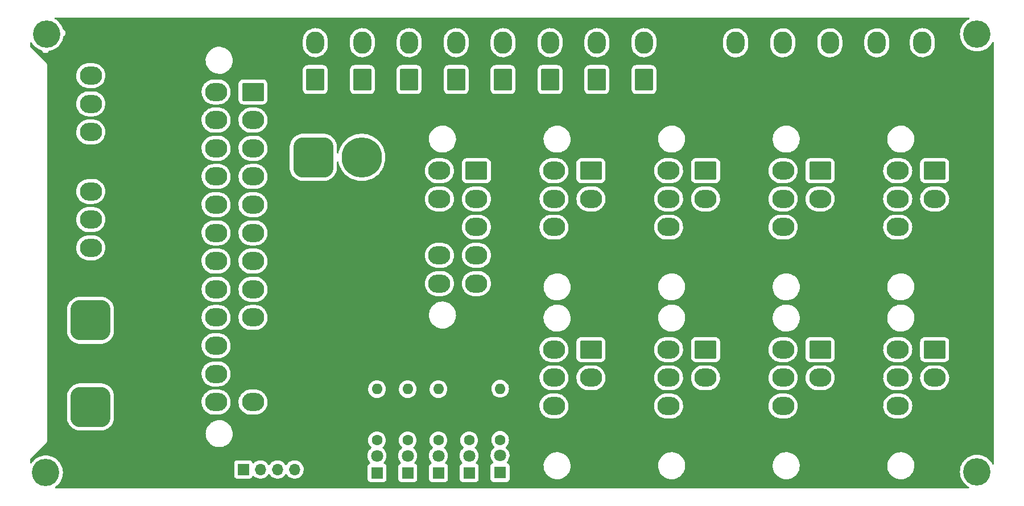
<source format=gbr>
%TF.GenerationSoftware,KiCad,Pcbnew,(6.0.9)*%
%TF.CreationDate,2023-04-01T15:55:58-08:00*%
%TF.ProjectId,ABSIS_ATX Power Supply Unit,41425349-535f-4415-9458-20506f776572,6*%
%TF.SameCoordinates,Original*%
%TF.FileFunction,Copper,L2,Inr*%
%TF.FilePolarity,Positive*%
%FSLAX46Y46*%
G04 Gerber Fmt 4.6, Leading zero omitted, Abs format (unit mm)*
G04 Created by KiCad (PCBNEW (6.0.9)) date 2023-04-01 15:55:58*
%MOMM*%
%LPD*%
G01*
G04 APERTURE LIST*
G04 Aperture macros list*
%AMRoundRect*
0 Rectangle with rounded corners*
0 $1 Rounding radius*
0 $2 $3 $4 $5 $6 $7 $8 $9 X,Y pos of 4 corners*
0 Add a 4 corners polygon primitive as box body*
4,1,4,$2,$3,$4,$5,$6,$7,$8,$9,$2,$3,0*
0 Add four circle primitives for the rounded corners*
1,1,$1+$1,$2,$3*
1,1,$1+$1,$4,$5*
1,1,$1+$1,$6,$7*
1,1,$1+$1,$8,$9*
0 Add four rect primitives between the rounded corners*
20,1,$1+$1,$2,$3,$4,$5,0*
20,1,$1+$1,$4,$5,$6,$7,0*
20,1,$1+$1,$6,$7,$8,$9,0*
20,1,$1+$1,$8,$9,$2,$3,0*%
G04 Aperture macros list end*
%TA.AperFunction,ComponentPad*%
%ADD10RoundRect,0.250001X-1.399999X1.099999X-1.399999X-1.099999X1.399999X-1.099999X1.399999X1.099999X0*%
%TD*%
%TA.AperFunction,ComponentPad*%
%ADD11O,3.300000X2.700000*%
%TD*%
%TA.AperFunction,ComponentPad*%
%ADD12C,4.064000*%
%TD*%
%TA.AperFunction,ComponentPad*%
%ADD13RoundRect,1.500000X-1.500000X-1.500000X1.500000X-1.500000X1.500000X1.500000X-1.500000X1.500000X0*%
%TD*%
%TA.AperFunction,ComponentPad*%
%ADD14C,6.000000*%
%TD*%
%TA.AperFunction,ComponentPad*%
%ADD15RoundRect,0.250001X1.099999X1.399999X-1.099999X1.399999X-1.099999X-1.399999X1.099999X-1.399999X0*%
%TD*%
%TA.AperFunction,ComponentPad*%
%ADD16O,2.700000X3.300000*%
%TD*%
%TA.AperFunction,ComponentPad*%
%ADD17C,1.600000*%
%TD*%
%TA.AperFunction,ComponentPad*%
%ADD18O,1.600000X1.600000*%
%TD*%
%TA.AperFunction,ComponentPad*%
%ADD19R,1.800000X1.800000*%
%TD*%
%TA.AperFunction,ComponentPad*%
%ADD20C,1.800000*%
%TD*%
%TA.AperFunction,ComponentPad*%
%ADD21R,1.700000X1.700000*%
%TD*%
%TA.AperFunction,ComponentPad*%
%ADD22O,1.700000X1.700000*%
%TD*%
G04 APERTURE END LIST*
D10*
%TO.N,/+3.3V_SUPPLY*%
%TO.C,J2*%
X69248800Y-64922400D03*
D11*
X69248800Y-69122400D03*
%TO.N,GND*%
X69248800Y-73322400D03*
%TO.N,/+5V_SUPPLY*%
X69248800Y-77522400D03*
%TO.N,GND*%
X69248800Y-81722400D03*
%TO.N,/+5V_SUPPLY*%
X69248800Y-85922400D03*
%TO.N,GND*%
X69248800Y-90122400D03*
%TO.N,/PWR_OK*%
X69248800Y-94322400D03*
%TO.N,/+5VSB_SUPPLY*%
X69248800Y-98522400D03*
%TO.N,/+12V_SUPPLY*%
X69248800Y-102722400D03*
X69248800Y-106922400D03*
%TO.N,/+3.3V_SUPPLY*%
X69248800Y-111122400D03*
X63748800Y-64922400D03*
%TO.N,Net-(J2-Pad14)*%
X63748800Y-69122400D03*
%TO.N,GND*%
X63748800Y-73322400D03*
%TO.N,/PS_ON*%
X63748800Y-77522400D03*
%TO.N,GND*%
X63748800Y-81722400D03*
X63748800Y-85922400D03*
X63748800Y-90122400D03*
%TO.N,Net-(J2-Pad20)*%
X63748800Y-94322400D03*
%TO.N,/+5V_SUPPLY*%
X63748800Y-98522400D03*
X63748800Y-102722400D03*
X63748800Y-106922400D03*
%TO.N,GND*%
X63748800Y-111122400D03*
%TD*%
D10*
%TO.N,GND*%
%TO.C,J6*%
X153643700Y-76664600D03*
D11*
X153643700Y-80864600D03*
%TO.N,/+12V_SUPPLY*%
X153643700Y-85064600D03*
X153643700Y-89264600D03*
%TO.N,/+3.3V_SUPPLY*%
X148143700Y-76664600D03*
%TO.N,/+5V_SUPPLY*%
X148143700Y-80864600D03*
X148143700Y-85064600D03*
%TO.N,/+12V_SUPPLY*%
X148143700Y-89264600D03*
%TD*%
D12*
%TO.N,N/C*%
%TO.C,H2*%
X177000000Y-121500000D03*
%TD*%
%TO.N,N/C*%
%TO.C,H1*%
X38506400Y-56286400D03*
%TD*%
%TO.N,N/C*%
%TO.C,H3*%
X38404800Y-121615200D03*
%TD*%
D10*
%TO.N,GND*%
%TO.C,J7*%
X170696400Y-76664600D03*
D11*
X170696400Y-80864600D03*
%TO.N,/+12V_SUPPLY*%
X170696400Y-85064600D03*
X170696400Y-89264600D03*
%TO.N,/+3.3V_SUPPLY*%
X165196400Y-76664600D03*
%TO.N,/+5V_SUPPLY*%
X165196400Y-80864600D03*
X165196400Y-85064600D03*
%TO.N,/+12V_SUPPLY*%
X165196400Y-89264600D03*
%TD*%
D10*
%TO.N,GND*%
%TO.C,J10*%
X153643700Y-103301800D03*
D11*
X153643700Y-107501800D03*
%TO.N,/+12V_SUPPLY*%
X153643700Y-111701800D03*
X153643700Y-115901800D03*
%TO.N,/+3.3V_SUPPLY*%
X148143700Y-103301800D03*
%TO.N,/+5V_SUPPLY*%
X148143700Y-107501800D03*
X148143700Y-111701800D03*
%TO.N,/+12V_SUPPLY*%
X148143700Y-115901800D03*
%TD*%
D10*
%TO.N,GND*%
%TO.C,J8*%
X119538300Y-103301800D03*
D11*
X119538300Y-107501800D03*
%TO.N,/+12V_SUPPLY*%
X119538300Y-111701800D03*
X119538300Y-115901800D03*
%TO.N,/+3.3V_SUPPLY*%
X114038300Y-103301800D03*
%TO.N,/+5V_SUPPLY*%
X114038300Y-107501800D03*
X114038300Y-111701800D03*
%TO.N,/+12V_SUPPLY*%
X114038300Y-115901800D03*
%TD*%
D10*
%TO.N,GND*%
%TO.C,J5*%
X136591000Y-76664600D03*
D11*
X136591000Y-80864600D03*
%TO.N,/+12V_SUPPLY*%
X136591000Y-85064600D03*
X136591000Y-89264600D03*
%TO.N,/+3.3V_SUPPLY*%
X131091000Y-76664600D03*
%TO.N,/+5V_SUPPLY*%
X131091000Y-80864600D03*
X131091000Y-85064600D03*
%TO.N,/+12V_SUPPLY*%
X131091000Y-89264600D03*
%TD*%
D10*
%TO.N,GND*%
%TO.C,J9*%
X136591000Y-103301800D03*
D11*
X136591000Y-107501800D03*
%TO.N,/+12V_SUPPLY*%
X136591000Y-111701800D03*
X136591000Y-115901800D03*
%TO.N,/+3.3V_SUPPLY*%
X131091000Y-103301800D03*
%TO.N,/+5V_SUPPLY*%
X131091000Y-107501800D03*
X131091000Y-111701800D03*
%TO.N,/+12V_SUPPLY*%
X131091000Y-115901800D03*
%TD*%
D12*
%TO.N,N/C*%
%TO.C,H4*%
X177000000Y-56337200D03*
%TD*%
D13*
%TO.N,GND*%
%TO.C,J28*%
X78228400Y-74676800D03*
D14*
%TO.N,/+5V_SUPPLY*%
X85428400Y-74676800D03*
%TD*%
D15*
%TO.N,/+5V_SUPPLY*%
%TO.C,J12*%
X78519800Y-63093600D03*
D16*
%TO.N,GND*%
X78519800Y-57593600D03*
%TD*%
D15*
%TO.N,/+5V_SUPPLY*%
%TO.C,J13*%
X85504800Y-63093600D03*
D16*
%TO.N,GND*%
X85504800Y-57593600D03*
%TD*%
D15*
%TO.N,/+5V_SUPPLY*%
%TO.C,J14*%
X92489800Y-63093600D03*
D16*
%TO.N,GND*%
X92489800Y-57593600D03*
%TD*%
D15*
%TO.N,/+5V_SUPPLY*%
%TO.C,J15*%
X99474800Y-63093600D03*
D16*
%TO.N,GND*%
X99474800Y-57593600D03*
%TD*%
D15*
%TO.N,/+5V_SUPPLY*%
%TO.C,J16*%
X106459800Y-63093600D03*
D16*
%TO.N,GND*%
X106459800Y-57593600D03*
%TD*%
D15*
%TO.N,/+5V_SUPPLY*%
%TO.C,J17*%
X113444800Y-63093600D03*
D16*
%TO.N,GND*%
X113444800Y-57593600D03*
%TD*%
D15*
%TO.N,/+5V_SUPPLY*%
%TO.C,J18*%
X120429800Y-63093600D03*
D16*
%TO.N,GND*%
X120429800Y-57593600D03*
%TD*%
D15*
%TO.N,/+5V_SUPPLY*%
%TO.C,J19*%
X127414800Y-63093600D03*
D16*
%TO.N,GND*%
X127414800Y-57593600D03*
%TD*%
D15*
%TO.N,/+12V_SUPPLY*%
%TO.C,J21*%
X162093058Y-63107200D03*
D16*
%TO.N,GND*%
X162093058Y-57607200D03*
%TD*%
D15*
%TO.N,/+12V_SUPPLY*%
%TO.C,J22*%
X155089916Y-63107200D03*
D16*
%TO.N,GND*%
X155089916Y-57607200D03*
%TD*%
D15*
%TO.N,/+12V_SUPPLY*%
%TO.C,J23*%
X148086774Y-63107200D03*
D16*
%TO.N,GND*%
X148086774Y-57607200D03*
%TD*%
D15*
%TO.N,/+12V_SUPPLY*%
%TO.C,J24*%
X141083632Y-63107200D03*
D16*
%TO.N,GND*%
X141083632Y-57607200D03*
%TD*%
D10*
%TO.N,GND*%
%TO.C,J4*%
X119538300Y-76664600D03*
D11*
X119538300Y-80864600D03*
%TO.N,/+12V_SUPPLY*%
X119538300Y-85064600D03*
X119538300Y-89264600D03*
%TO.N,/+3.3V_SUPPLY*%
X114038300Y-76664600D03*
%TO.N,/+5V_SUPPLY*%
X114038300Y-80864600D03*
X114038300Y-85064600D03*
%TO.N,/+12V_SUPPLY*%
X114038300Y-89264600D03*
%TD*%
D10*
%TO.N,GND*%
%TO.C,J11*%
X170696400Y-103301800D03*
D11*
X170696400Y-107501800D03*
%TO.N,/+12V_SUPPLY*%
X170696400Y-111701800D03*
X170696400Y-115901800D03*
%TO.N,/+3.3V_SUPPLY*%
X165196400Y-103301800D03*
%TO.N,/+5V_SUPPLY*%
X165196400Y-107501800D03*
X165196400Y-111701800D03*
%TO.N,/+12V_SUPPLY*%
X165196400Y-115901800D03*
%TD*%
D15*
%TO.N,/+12V_SUPPLY*%
%TO.C,J20*%
X168867600Y-63093600D03*
D16*
%TO.N,GND*%
X168867600Y-57593600D03*
%TD*%
D13*
%TO.N,GND*%
%TO.C,J29*%
X45055200Y-98941900D03*
D14*
%TO.N,/+12V_SUPPLY*%
X52255200Y-98941900D03*
%TD*%
D13*
%TO.N,GND*%
%TO.C,J30*%
X45055200Y-111842300D03*
D14*
%TO.N,/+12V_SUPPLY*%
X52255200Y-111842300D03*
%TD*%
D10*
%TO.N,/+12V_SUPPLY*%
%TO.C,J25*%
X50604000Y-79747000D03*
D11*
X50604000Y-83947000D03*
X50604000Y-88147000D03*
%TO.N,GND*%
X45104000Y-79747000D03*
X45104000Y-83947000D03*
X45104000Y-88147000D03*
%TD*%
D10*
%TO.N,/+12V_SUPPLY*%
%TO.C,J26*%
X50604000Y-62500000D03*
D11*
X50604000Y-66700000D03*
X50604000Y-70900000D03*
%TO.N,GND*%
X45104000Y-62500000D03*
X45104000Y-66700000D03*
X45104000Y-70900000D03*
%TD*%
D10*
%TO.N,/+5V_SUPPLY*%
%TO.C,J3*%
X102485600Y-76664600D03*
D11*
X102485600Y-80864600D03*
X102485600Y-85064600D03*
%TO.N,GND*%
X102485600Y-89264600D03*
X102485600Y-93464600D03*
%TO.N,/+5V_SUPPLY*%
X96985600Y-76664600D03*
X96985600Y-80864600D03*
%TO.N,/+12V_SUPPLY*%
X96985600Y-85064600D03*
%TO.N,GND*%
X96985600Y-89264600D03*
X96985600Y-93464600D03*
%TD*%
D17*
%TO.N,Net-(D1-Pad2)*%
%TO.C,R1*%
X87694000Y-116810100D03*
D18*
%TO.N,/+5VSB_SUPPLY*%
X87694000Y-109190100D03*
%TD*%
D17*
%TO.N,Net-(D4-Pad2)*%
%TO.C,R4*%
X101410000Y-116810100D03*
D18*
%TO.N,/+12V_SUPPLY*%
X101410000Y-109190100D03*
%TD*%
D17*
%TO.N,Net-(D5-Pad2)*%
%TO.C,R5*%
X106020000Y-116747600D03*
D18*
%TO.N,/PWR_OK*%
X106020000Y-109127600D03*
%TD*%
D17*
%TO.N,Net-(D3-Pad2)*%
%TO.C,R3*%
X96838000Y-116810100D03*
D18*
%TO.N,/+3.3V_SUPPLY*%
X96838000Y-109190100D03*
%TD*%
D17*
%TO.N,Net-(D2-Pad2)*%
%TO.C,R2*%
X92266000Y-116810100D03*
D18*
%TO.N,/+5V_SUPPLY*%
X92266000Y-109190100D03*
%TD*%
D19*
%TO.N,GND*%
%TO.C,D5*%
X106010000Y-121597600D03*
D20*
%TO.N,Net-(D5-Pad2)*%
X106010000Y-119057600D03*
%TD*%
D19*
%TO.N,GND*%
%TO.C,D2*%
X92266000Y-121645600D03*
D20*
%TO.N,Net-(D2-Pad2)*%
X92266000Y-119105600D03*
%TD*%
D19*
%TO.N,GND*%
%TO.C,D1*%
X87694000Y-121645600D03*
D20*
%TO.N,Net-(D1-Pad2)*%
X87694000Y-119105600D03*
%TD*%
D19*
%TO.N,GND*%
%TO.C,D3*%
X96838000Y-121645600D03*
D20*
%TO.N,Net-(D3-Pad2)*%
X96838000Y-119105600D03*
%TD*%
D19*
%TO.N,GND*%
%TO.C,D4*%
X101410000Y-121645600D03*
D20*
%TO.N,Net-(D4-Pad2)*%
X101410000Y-119105600D03*
%TD*%
D21*
%TO.N,/PS_ON*%
%TO.C,J1*%
X67801000Y-121158000D03*
D22*
%TO.N,/+5VSB_SUPPLY*%
X70341000Y-121158000D03*
%TO.N,/PWR_OK*%
X72881000Y-121158000D03*
%TO.N,GND*%
X75421000Y-121158000D03*
%TD*%
%TA.AperFunction,Conductor*%
%TO.N,/+12V_SUPPLY*%
G36*
X175830870Y-53868502D02*
G01*
X175877363Y-53922158D01*
X175887467Y-53992432D01*
X175857973Y-54057012D01*
X175823451Y-54084914D01*
X175636041Y-54187944D01*
X175377423Y-54375841D01*
X175144394Y-54594670D01*
X174940629Y-54840979D01*
X174769341Y-55110885D01*
X174767657Y-55114464D01*
X174767653Y-55114471D01*
X174634922Y-55396540D01*
X174633233Y-55400130D01*
X174632007Y-55403902D01*
X174632007Y-55403903D01*
X174614654Y-55457311D01*
X174534449Y-55704154D01*
X174474549Y-56018161D01*
X174454477Y-56337200D01*
X174474549Y-56656239D01*
X174534449Y-56970246D01*
X174553587Y-57029147D01*
X174606560Y-57192178D01*
X174633233Y-57274270D01*
X174634920Y-57277856D01*
X174634922Y-57277860D01*
X174767653Y-57559929D01*
X174767656Y-57559935D01*
X174769341Y-57563515D01*
X174771465Y-57566861D01*
X174771465Y-57566862D01*
X174906264Y-57779270D01*
X174940629Y-57833421D01*
X174943154Y-57836473D01*
X175104615Y-58031645D01*
X175144394Y-58079730D01*
X175377423Y-58298559D01*
X175636041Y-58486456D01*
X175639510Y-58488363D01*
X175639513Y-58488365D01*
X175876035Y-58618394D01*
X175916169Y-58640458D01*
X176023871Y-58683100D01*
X176209707Y-58756678D01*
X176209710Y-58756679D01*
X176213390Y-58758136D01*
X176217224Y-58759120D01*
X176217232Y-58759123D01*
X176398043Y-58805547D01*
X176523017Y-58837635D01*
X176526945Y-58838131D01*
X176526949Y-58838132D01*
X176634337Y-58851698D01*
X176840165Y-58877700D01*
X177159835Y-58877700D01*
X177365663Y-58851698D01*
X177473051Y-58838132D01*
X177473055Y-58838131D01*
X177476983Y-58837635D01*
X177601957Y-58805547D01*
X177782768Y-58759123D01*
X177782776Y-58759120D01*
X177786610Y-58758136D01*
X177790290Y-58756679D01*
X177790293Y-58756678D01*
X177976129Y-58683100D01*
X178083831Y-58640458D01*
X178123966Y-58618394D01*
X178360487Y-58488365D01*
X178360490Y-58488363D01*
X178363959Y-58486456D01*
X178622577Y-58298559D01*
X178855606Y-58079730D01*
X178895386Y-58031645D01*
X179056846Y-57836473D01*
X179059371Y-57833421D01*
X179093737Y-57779270D01*
X179228535Y-57566862D01*
X179228535Y-57566861D01*
X179230659Y-57563515D01*
X179251493Y-57519241D01*
X179298595Y-57466122D01*
X179366940Y-57446899D01*
X179434828Y-57467678D01*
X179480704Y-57521862D01*
X179491500Y-57572891D01*
X179491500Y-120264309D01*
X179471498Y-120332430D01*
X179417842Y-120378923D01*
X179347568Y-120389027D01*
X179282988Y-120359533D01*
X179251492Y-120317958D01*
X179230659Y-120273685D01*
X179221889Y-120259866D01*
X179061498Y-120007130D01*
X179061495Y-120007126D01*
X179059371Y-120003779D01*
X178918518Y-119833517D01*
X178858131Y-119760522D01*
X178858130Y-119760521D01*
X178855606Y-119757470D01*
X178840024Y-119742837D01*
X178715477Y-119625880D01*
X178622577Y-119538641D01*
X178614852Y-119533028D01*
X178478362Y-119433863D01*
X178363959Y-119350744D01*
X178345118Y-119340386D01*
X178087293Y-119198645D01*
X178087290Y-119198643D01*
X178083831Y-119196742D01*
X177875525Y-119114268D01*
X177790293Y-119080522D01*
X177790290Y-119080521D01*
X177786610Y-119079064D01*
X177782776Y-119078080D01*
X177782768Y-119078077D01*
X177588606Y-119028225D01*
X177476983Y-118999565D01*
X177473055Y-118999069D01*
X177473051Y-118999068D01*
X177323170Y-118980134D01*
X177159835Y-118959500D01*
X176840165Y-118959500D01*
X176676830Y-118980134D01*
X176526949Y-118999068D01*
X176526945Y-118999069D01*
X176523017Y-118999565D01*
X176411394Y-119028225D01*
X176217232Y-119078077D01*
X176217224Y-119078080D01*
X176213390Y-119079064D01*
X176209710Y-119080521D01*
X176209707Y-119080522D01*
X176124475Y-119114268D01*
X175916169Y-119196742D01*
X175912710Y-119198643D01*
X175912707Y-119198645D01*
X175654882Y-119340386D01*
X175636041Y-119350744D01*
X175521638Y-119433863D01*
X175385149Y-119533028D01*
X175377423Y-119538641D01*
X175284523Y-119625880D01*
X175159977Y-119742837D01*
X175144394Y-119757470D01*
X175141870Y-119760521D01*
X175141869Y-119760522D01*
X175081482Y-119833517D01*
X174940629Y-120003779D01*
X174938505Y-120007126D01*
X174938502Y-120007130D01*
X174778111Y-120259866D01*
X174769341Y-120273685D01*
X174767657Y-120277264D01*
X174767653Y-120277271D01*
X174634922Y-120559340D01*
X174633233Y-120562930D01*
X174534449Y-120866954D01*
X174474549Y-121180961D01*
X174454477Y-121500000D01*
X174474549Y-121819039D01*
X174534449Y-122133046D01*
X174633233Y-122437070D01*
X174634920Y-122440656D01*
X174634922Y-122440660D01*
X174767653Y-122722729D01*
X174767656Y-122722735D01*
X174769341Y-122726315D01*
X174771465Y-122729661D01*
X174771465Y-122729662D01*
X174912164Y-122951367D01*
X174940629Y-122996221D01*
X175144394Y-123242530D01*
X175377423Y-123461359D01*
X175636041Y-123649256D01*
X175719335Y-123695047D01*
X175755783Y-123715085D01*
X175805842Y-123765431D01*
X175820735Y-123834848D01*
X175795734Y-123901297D01*
X175738777Y-123943681D01*
X175695082Y-123951500D01*
X39899103Y-123951500D01*
X39830982Y-123931498D01*
X39784489Y-123877842D01*
X39774385Y-123807568D01*
X39803879Y-123742988D01*
X39825042Y-123723564D01*
X40024173Y-123578887D01*
X40024175Y-123578886D01*
X40027377Y-123576559D01*
X40260406Y-123357730D01*
X40464171Y-123111421D01*
X40500783Y-123053731D01*
X40633335Y-122844862D01*
X40633335Y-122844861D01*
X40635459Y-122841515D01*
X40637143Y-122837936D01*
X40637147Y-122837929D01*
X40769878Y-122555860D01*
X40769880Y-122555856D01*
X40771567Y-122552270D01*
X40782133Y-122519753D01*
X40851365Y-122306677D01*
X40870351Y-122248246D01*
X40906998Y-122056134D01*
X66442500Y-122056134D01*
X66449255Y-122118316D01*
X66500385Y-122254705D01*
X66587739Y-122371261D01*
X66704295Y-122458615D01*
X66840684Y-122509745D01*
X66902866Y-122516500D01*
X68699134Y-122516500D01*
X68761316Y-122509745D01*
X68897705Y-122458615D01*
X69014261Y-122371261D01*
X69101615Y-122254705D01*
X69142087Y-122146747D01*
X69145598Y-122137382D01*
X69188240Y-122080618D01*
X69254802Y-122055918D01*
X69324150Y-122071126D01*
X69358817Y-122099114D01*
X69387250Y-122131938D01*
X69559126Y-122274632D01*
X69752000Y-122387338D01*
X69960692Y-122467030D01*
X69965760Y-122468061D01*
X69965763Y-122468062D01*
X70073017Y-122489883D01*
X70179597Y-122511567D01*
X70184772Y-122511757D01*
X70184774Y-122511757D01*
X70397673Y-122519564D01*
X70397677Y-122519564D01*
X70402837Y-122519753D01*
X70407957Y-122519097D01*
X70407959Y-122519097D01*
X70619288Y-122492025D01*
X70619289Y-122492025D01*
X70624416Y-122491368D01*
X70629366Y-122489883D01*
X70833429Y-122428661D01*
X70833434Y-122428659D01*
X70838384Y-122427174D01*
X71038994Y-122328896D01*
X71220860Y-122199173D01*
X71287219Y-122133046D01*
X71367601Y-122052944D01*
X71379096Y-122041489D01*
X71443338Y-121952087D01*
X71509453Y-121860077D01*
X71510776Y-121861028D01*
X71557645Y-121817857D01*
X71627580Y-121805625D01*
X71693026Y-121833144D01*
X71720875Y-121864994D01*
X71780987Y-121963088D01*
X71927250Y-122131938D01*
X72099126Y-122274632D01*
X72292000Y-122387338D01*
X72500692Y-122467030D01*
X72505760Y-122468061D01*
X72505763Y-122468062D01*
X72613017Y-122489883D01*
X72719597Y-122511567D01*
X72724772Y-122511757D01*
X72724774Y-122511757D01*
X72937673Y-122519564D01*
X72937677Y-122519564D01*
X72942837Y-122519753D01*
X72947957Y-122519097D01*
X72947959Y-122519097D01*
X73159288Y-122492025D01*
X73159289Y-122492025D01*
X73164416Y-122491368D01*
X73169366Y-122489883D01*
X73373429Y-122428661D01*
X73373434Y-122428659D01*
X73378384Y-122427174D01*
X73578994Y-122328896D01*
X73760860Y-122199173D01*
X73827219Y-122133046D01*
X73907601Y-122052944D01*
X73919096Y-122041489D01*
X73983338Y-121952087D01*
X74049453Y-121860077D01*
X74050776Y-121861028D01*
X74097645Y-121817857D01*
X74167580Y-121805625D01*
X74233026Y-121833144D01*
X74260875Y-121864994D01*
X74320987Y-121963088D01*
X74467250Y-122131938D01*
X74639126Y-122274632D01*
X74832000Y-122387338D01*
X75040692Y-122467030D01*
X75045760Y-122468061D01*
X75045763Y-122468062D01*
X75153017Y-122489883D01*
X75259597Y-122511567D01*
X75264772Y-122511757D01*
X75264774Y-122511757D01*
X75477673Y-122519564D01*
X75477677Y-122519564D01*
X75482837Y-122519753D01*
X75487957Y-122519097D01*
X75487959Y-122519097D01*
X75699288Y-122492025D01*
X75699289Y-122492025D01*
X75704416Y-122491368D01*
X75709366Y-122489883D01*
X75913429Y-122428661D01*
X75913434Y-122428659D01*
X75918384Y-122427174D01*
X76118994Y-122328896D01*
X76300860Y-122199173D01*
X76367219Y-122133046D01*
X76447601Y-122052944D01*
X76459096Y-122041489D01*
X76523338Y-121952087D01*
X76586435Y-121864277D01*
X76589453Y-121860077D01*
X76597079Y-121844648D01*
X76686136Y-121664453D01*
X76686137Y-121664451D01*
X76688430Y-121659811D01*
X76735782Y-121503958D01*
X76751865Y-121451023D01*
X76751865Y-121451021D01*
X76753370Y-121446069D01*
X76782529Y-121224590D01*
X76782611Y-121221240D01*
X76784074Y-121161365D01*
X76784074Y-121161361D01*
X76784156Y-121158000D01*
X76765852Y-120935361D01*
X76711431Y-120718702D01*
X76622354Y-120513840D01*
X76543837Y-120392471D01*
X76503822Y-120330617D01*
X76503820Y-120330614D01*
X76501014Y-120326277D01*
X76350670Y-120161051D01*
X76346619Y-120157852D01*
X76346615Y-120157848D01*
X76179414Y-120025800D01*
X76179410Y-120025798D01*
X76175359Y-120022598D01*
X76165958Y-120017408D01*
X76123136Y-119993769D01*
X75979789Y-119914638D01*
X75974920Y-119912914D01*
X75974916Y-119912912D01*
X75774087Y-119841795D01*
X75774083Y-119841794D01*
X75769212Y-119840069D01*
X75764119Y-119839162D01*
X75764116Y-119839161D01*
X75554373Y-119801800D01*
X75554367Y-119801799D01*
X75549284Y-119800894D01*
X75475452Y-119799992D01*
X75331081Y-119798228D01*
X75331079Y-119798228D01*
X75325911Y-119798165D01*
X75105091Y-119831955D01*
X74892756Y-119901357D01*
X74862443Y-119917137D01*
X74734195Y-119983899D01*
X74694607Y-120004507D01*
X74690474Y-120007610D01*
X74690471Y-120007612D01*
X74550503Y-120112703D01*
X74515965Y-120138635D01*
X74467674Y-120189169D01*
X74390107Y-120270338D01*
X74361629Y-120300138D01*
X74254201Y-120457621D01*
X74199293Y-120502621D01*
X74128768Y-120510792D01*
X74065021Y-120479538D01*
X74044324Y-120455054D01*
X73963822Y-120330617D01*
X73963820Y-120330614D01*
X73961014Y-120326277D01*
X73810670Y-120161051D01*
X73806619Y-120157852D01*
X73806615Y-120157848D01*
X73639414Y-120025800D01*
X73639410Y-120025798D01*
X73635359Y-120022598D01*
X73625958Y-120017408D01*
X73583136Y-119993769D01*
X73439789Y-119914638D01*
X73434920Y-119912914D01*
X73434916Y-119912912D01*
X73234087Y-119841795D01*
X73234083Y-119841794D01*
X73229212Y-119840069D01*
X73224119Y-119839162D01*
X73224116Y-119839161D01*
X73014373Y-119801800D01*
X73014367Y-119801799D01*
X73009284Y-119800894D01*
X72935452Y-119799992D01*
X72791081Y-119798228D01*
X72791079Y-119798228D01*
X72785911Y-119798165D01*
X72565091Y-119831955D01*
X72352756Y-119901357D01*
X72322443Y-119917137D01*
X72194195Y-119983899D01*
X72154607Y-120004507D01*
X72150474Y-120007610D01*
X72150471Y-120007612D01*
X72010503Y-120112703D01*
X71975965Y-120138635D01*
X71927674Y-120189169D01*
X71850107Y-120270338D01*
X71821629Y-120300138D01*
X71714201Y-120457621D01*
X71659293Y-120502621D01*
X71588768Y-120510792D01*
X71525021Y-120479538D01*
X71504324Y-120455054D01*
X71423822Y-120330617D01*
X71423820Y-120330614D01*
X71421014Y-120326277D01*
X71270670Y-120161051D01*
X71266619Y-120157852D01*
X71266615Y-120157848D01*
X71099414Y-120025800D01*
X71099410Y-120025798D01*
X71095359Y-120022598D01*
X71085958Y-120017408D01*
X71043136Y-119993769D01*
X70899789Y-119914638D01*
X70894920Y-119912914D01*
X70894916Y-119912912D01*
X70694087Y-119841795D01*
X70694083Y-119841794D01*
X70689212Y-119840069D01*
X70684119Y-119839162D01*
X70684116Y-119839161D01*
X70474373Y-119801800D01*
X70474367Y-119801799D01*
X70469284Y-119800894D01*
X70395452Y-119799992D01*
X70251081Y-119798228D01*
X70251079Y-119798228D01*
X70245911Y-119798165D01*
X70025091Y-119831955D01*
X69812756Y-119901357D01*
X69782443Y-119917137D01*
X69654195Y-119983899D01*
X69614607Y-120004507D01*
X69610474Y-120007610D01*
X69610471Y-120007612D01*
X69470503Y-120112703D01*
X69435965Y-120138635D01*
X69356391Y-120221905D01*
X69355283Y-120223064D01*
X69293759Y-120258494D01*
X69222846Y-120255037D01*
X69165060Y-120213791D01*
X69146207Y-120180243D01*
X69104767Y-120069703D01*
X69101615Y-120061295D01*
X69014261Y-119944739D01*
X68897705Y-119857385D01*
X68761316Y-119806255D01*
X68699134Y-119799500D01*
X66902866Y-119799500D01*
X66840684Y-119806255D01*
X66704295Y-119857385D01*
X66587739Y-119944739D01*
X66500385Y-120061295D01*
X66449255Y-120197684D01*
X66442500Y-120259866D01*
X66442500Y-122056134D01*
X40906998Y-122056134D01*
X40930251Y-121934239D01*
X40950323Y-121615200D01*
X40930251Y-121296161D01*
X40870351Y-120982154D01*
X40771567Y-120678130D01*
X40767462Y-120669406D01*
X40637147Y-120392471D01*
X40637143Y-120392464D01*
X40635459Y-120388885D01*
X40600843Y-120334339D01*
X40466298Y-120122330D01*
X40466295Y-120122326D01*
X40464171Y-120118979D01*
X40346931Y-119977260D01*
X40262931Y-119875722D01*
X40262930Y-119875721D01*
X40260406Y-119872670D01*
X40227528Y-119841795D01*
X40172069Y-119789716D01*
X40027377Y-119653841D01*
X39768759Y-119465944D01*
X39710404Y-119433863D01*
X39492093Y-119313845D01*
X39492090Y-119313843D01*
X39488631Y-119311942D01*
X39281164Y-119229800D01*
X39195093Y-119195722D01*
X39195090Y-119195721D01*
X39191410Y-119194264D01*
X39187576Y-119193280D01*
X39187568Y-119193277D01*
X38953952Y-119133295D01*
X38881783Y-119114765D01*
X38877855Y-119114269D01*
X38877851Y-119114268D01*
X38748686Y-119097951D01*
X38564635Y-119074700D01*
X38244965Y-119074700D01*
X38060914Y-119097951D01*
X37931749Y-119114268D01*
X37931745Y-119114269D01*
X37927817Y-119114765D01*
X37855648Y-119133295D01*
X37622032Y-119193277D01*
X37622024Y-119193280D01*
X37618190Y-119194264D01*
X37614510Y-119195721D01*
X37614507Y-119195722D01*
X37528436Y-119229800D01*
X37320969Y-119311942D01*
X37317510Y-119313843D01*
X37317507Y-119313845D01*
X37099196Y-119433863D01*
X37040841Y-119465944D01*
X36782223Y-119653841D01*
X36637531Y-119789716D01*
X36582073Y-119841795D01*
X36549194Y-119872670D01*
X36546670Y-119875721D01*
X36546669Y-119875722D01*
X36462669Y-119977260D01*
X36345429Y-120118979D01*
X36343305Y-120122326D01*
X36343302Y-120122330D01*
X36300885Y-120189169D01*
X36247496Y-120235968D01*
X36177281Y-120246473D01*
X36112533Y-120217349D01*
X36073809Y-120157843D01*
X36068500Y-120121655D01*
X36068500Y-119642817D01*
X36088502Y-119574696D01*
X36105405Y-119553722D01*
X36588058Y-119071069D01*
X86281095Y-119071069D01*
X86281392Y-119076222D01*
X86281392Y-119076225D01*
X86291499Y-119251513D01*
X86294427Y-119302297D01*
X86295564Y-119307343D01*
X86295565Y-119307349D01*
X86319812Y-119414941D01*
X86345346Y-119528242D01*
X86347288Y-119533024D01*
X86347289Y-119533028D01*
X86391870Y-119642817D01*
X86432484Y-119742837D01*
X86553501Y-119940319D01*
X86611792Y-120007612D01*
X86665304Y-120069388D01*
X86694786Y-120133973D01*
X86684671Y-120204246D01*
X86638170Y-120257894D01*
X86614296Y-120269867D01*
X86558515Y-120290779D01*
X86547295Y-120294985D01*
X86430739Y-120382339D01*
X86343385Y-120498895D01*
X86292255Y-120635284D01*
X86285500Y-120697466D01*
X86285500Y-122593734D01*
X86292255Y-122655916D01*
X86343385Y-122792305D01*
X86430739Y-122908861D01*
X86547295Y-122996215D01*
X86683684Y-123047345D01*
X86745866Y-123054100D01*
X88642134Y-123054100D01*
X88704316Y-123047345D01*
X88840705Y-122996215D01*
X88957261Y-122908861D01*
X89044615Y-122792305D01*
X89095745Y-122655916D01*
X89102500Y-122593734D01*
X89102500Y-120697466D01*
X89095745Y-120635284D01*
X89044615Y-120498895D01*
X88957261Y-120382339D01*
X88840705Y-120294985D01*
X88832296Y-120291833D01*
X88832295Y-120291832D01*
X88773804Y-120269905D01*
X88717039Y-120227264D01*
X88692339Y-120160703D01*
X88707546Y-120091354D01*
X88729093Y-120062673D01*
X88766636Y-120025260D01*
X88766640Y-120025255D01*
X88770303Y-120021605D01*
X88905458Y-119833517D01*
X88921134Y-119801800D01*
X89005784Y-119630522D01*
X89005785Y-119630520D01*
X89008078Y-119625880D01*
X89075408Y-119404271D01*
X89105640Y-119174641D01*
X89105722Y-119171291D01*
X89107245Y-119108965D01*
X89107245Y-119108961D01*
X89107327Y-119105600D01*
X89104488Y-119071069D01*
X90853095Y-119071069D01*
X90853392Y-119076222D01*
X90853392Y-119076225D01*
X90863499Y-119251513D01*
X90866427Y-119302297D01*
X90867564Y-119307343D01*
X90867565Y-119307349D01*
X90891812Y-119414941D01*
X90917346Y-119528242D01*
X90919288Y-119533024D01*
X90919289Y-119533028D01*
X90963870Y-119642817D01*
X91004484Y-119742837D01*
X91125501Y-119940319D01*
X91183792Y-120007612D01*
X91237304Y-120069388D01*
X91266786Y-120133973D01*
X91256671Y-120204246D01*
X91210170Y-120257894D01*
X91186296Y-120269867D01*
X91130515Y-120290779D01*
X91119295Y-120294985D01*
X91002739Y-120382339D01*
X90915385Y-120498895D01*
X90864255Y-120635284D01*
X90857500Y-120697466D01*
X90857500Y-122593734D01*
X90864255Y-122655916D01*
X90915385Y-122792305D01*
X91002739Y-122908861D01*
X91119295Y-122996215D01*
X91255684Y-123047345D01*
X91317866Y-123054100D01*
X93214134Y-123054100D01*
X93276316Y-123047345D01*
X93412705Y-122996215D01*
X93529261Y-122908861D01*
X93616615Y-122792305D01*
X93667745Y-122655916D01*
X93674500Y-122593734D01*
X93674500Y-120697466D01*
X93667745Y-120635284D01*
X93616615Y-120498895D01*
X93529261Y-120382339D01*
X93412705Y-120294985D01*
X93404296Y-120291833D01*
X93404295Y-120291832D01*
X93345804Y-120269905D01*
X93289039Y-120227264D01*
X93264339Y-120160703D01*
X93279546Y-120091354D01*
X93301093Y-120062673D01*
X93338636Y-120025260D01*
X93338640Y-120025255D01*
X93342303Y-120021605D01*
X93477458Y-119833517D01*
X93493134Y-119801800D01*
X93577784Y-119630522D01*
X93577785Y-119630520D01*
X93580078Y-119625880D01*
X93647408Y-119404271D01*
X93677640Y-119174641D01*
X93677722Y-119171291D01*
X93679245Y-119108965D01*
X93679245Y-119108961D01*
X93679327Y-119105600D01*
X93676488Y-119071069D01*
X95425095Y-119071069D01*
X95425392Y-119076222D01*
X95425392Y-119076225D01*
X95435499Y-119251513D01*
X95438427Y-119302297D01*
X95439564Y-119307343D01*
X95439565Y-119307349D01*
X95463812Y-119414941D01*
X95489346Y-119528242D01*
X95491288Y-119533024D01*
X95491289Y-119533028D01*
X95535870Y-119642817D01*
X95576484Y-119742837D01*
X95697501Y-119940319D01*
X95755792Y-120007612D01*
X95809304Y-120069388D01*
X95838786Y-120133973D01*
X95828671Y-120204246D01*
X95782170Y-120257894D01*
X95758296Y-120269867D01*
X95702515Y-120290779D01*
X95691295Y-120294985D01*
X95574739Y-120382339D01*
X95487385Y-120498895D01*
X95436255Y-120635284D01*
X95429500Y-120697466D01*
X95429500Y-122593734D01*
X95436255Y-122655916D01*
X95487385Y-122792305D01*
X95574739Y-122908861D01*
X95691295Y-122996215D01*
X95827684Y-123047345D01*
X95889866Y-123054100D01*
X97786134Y-123054100D01*
X97848316Y-123047345D01*
X97984705Y-122996215D01*
X98101261Y-122908861D01*
X98188615Y-122792305D01*
X98239745Y-122655916D01*
X98246500Y-122593734D01*
X98246500Y-120697466D01*
X98239745Y-120635284D01*
X98188615Y-120498895D01*
X98101261Y-120382339D01*
X97984705Y-120294985D01*
X97976296Y-120291833D01*
X97976295Y-120291832D01*
X97917804Y-120269905D01*
X97861039Y-120227264D01*
X97836339Y-120160703D01*
X97851546Y-120091354D01*
X97873093Y-120062673D01*
X97910636Y-120025260D01*
X97910640Y-120025255D01*
X97914303Y-120021605D01*
X98049458Y-119833517D01*
X98065134Y-119801800D01*
X98149784Y-119630522D01*
X98149785Y-119630520D01*
X98152078Y-119625880D01*
X98219408Y-119404271D01*
X98249640Y-119174641D01*
X98249722Y-119171291D01*
X98251245Y-119108965D01*
X98251245Y-119108961D01*
X98251327Y-119105600D01*
X98248488Y-119071069D01*
X99997095Y-119071069D01*
X99997392Y-119076222D01*
X99997392Y-119076225D01*
X100007499Y-119251513D01*
X100010427Y-119302297D01*
X100011564Y-119307343D01*
X100011565Y-119307349D01*
X100035812Y-119414941D01*
X100061346Y-119528242D01*
X100063288Y-119533024D01*
X100063289Y-119533028D01*
X100107870Y-119642817D01*
X100148484Y-119742837D01*
X100269501Y-119940319D01*
X100327792Y-120007612D01*
X100381304Y-120069388D01*
X100410786Y-120133973D01*
X100400671Y-120204246D01*
X100354170Y-120257894D01*
X100330296Y-120269867D01*
X100274515Y-120290779D01*
X100263295Y-120294985D01*
X100146739Y-120382339D01*
X100059385Y-120498895D01*
X100008255Y-120635284D01*
X100001500Y-120697466D01*
X100001500Y-122593734D01*
X100008255Y-122655916D01*
X100059385Y-122792305D01*
X100146739Y-122908861D01*
X100263295Y-122996215D01*
X100399684Y-123047345D01*
X100461866Y-123054100D01*
X102358134Y-123054100D01*
X102420316Y-123047345D01*
X102556705Y-122996215D01*
X102673261Y-122908861D01*
X102760615Y-122792305D01*
X102811745Y-122655916D01*
X102818500Y-122593734D01*
X102818500Y-120697466D01*
X102811745Y-120635284D01*
X102760615Y-120498895D01*
X102673261Y-120382339D01*
X102556705Y-120294985D01*
X102548296Y-120291833D01*
X102548295Y-120291832D01*
X102489804Y-120269905D01*
X102433039Y-120227264D01*
X102408339Y-120160703D01*
X102423546Y-120091354D01*
X102445093Y-120062673D01*
X102482636Y-120025260D01*
X102482640Y-120025255D01*
X102486303Y-120021605D01*
X102621458Y-119833517D01*
X102637134Y-119801800D01*
X102721784Y-119630522D01*
X102721785Y-119630520D01*
X102724078Y-119625880D01*
X102791408Y-119404271D01*
X102821640Y-119174641D01*
X102821722Y-119171291D01*
X102823245Y-119108965D01*
X102823245Y-119108961D01*
X102823327Y-119105600D01*
X102816541Y-119023069D01*
X104597095Y-119023069D01*
X104597392Y-119028222D01*
X104597392Y-119028225D01*
X104607218Y-119198645D01*
X104610427Y-119254297D01*
X104611564Y-119259343D01*
X104611565Y-119259349D01*
X104634749Y-119362224D01*
X104661346Y-119480242D01*
X104663288Y-119485024D01*
X104663289Y-119485028D01*
X104706504Y-119591453D01*
X104748484Y-119694837D01*
X104869501Y-119892319D01*
X104911080Y-119940319D01*
X104981304Y-120021388D01*
X105010786Y-120085973D01*
X105000671Y-120156246D01*
X104954170Y-120209894D01*
X104930296Y-120221867D01*
X104889663Y-120237100D01*
X104863295Y-120246985D01*
X104746739Y-120334339D01*
X104659385Y-120450895D01*
X104608255Y-120587284D01*
X104601500Y-120649466D01*
X104601500Y-122545734D01*
X104608255Y-122607916D01*
X104659385Y-122744305D01*
X104746739Y-122860861D01*
X104863295Y-122948215D01*
X104999684Y-122999345D01*
X105061866Y-123006100D01*
X106958134Y-123006100D01*
X107020316Y-122999345D01*
X107156705Y-122948215D01*
X107273261Y-122860861D01*
X107360615Y-122744305D01*
X107411745Y-122607916D01*
X107418500Y-122545734D01*
X107418500Y-120649466D01*
X107411745Y-120587284D01*
X107390845Y-120531533D01*
X112486122Y-120531533D01*
X112486275Y-120535921D01*
X112486275Y-120535927D01*
X112492036Y-120700883D01*
X112495925Y-120812258D01*
X112496687Y-120816581D01*
X112496688Y-120816588D01*
X112520464Y-120951424D01*
X112544702Y-121088887D01*
X112631503Y-121356035D01*
X112754640Y-121608502D01*
X112757095Y-121612141D01*
X112757098Y-121612147D01*
X112789248Y-121659811D01*
X112911715Y-121841376D01*
X113099671Y-122050122D01*
X113103033Y-122052943D01*
X113103034Y-122052944D01*
X113136015Y-122080618D01*
X113314850Y-122230679D01*
X113553064Y-122379531D01*
X113691433Y-122441137D01*
X113800918Y-122489883D01*
X113809675Y-122493782D01*
X114079690Y-122571207D01*
X114084040Y-122571818D01*
X114084043Y-122571819D01*
X114186990Y-122586287D01*
X114357852Y-122610300D01*
X114568446Y-122610300D01*
X114570632Y-122610147D01*
X114570636Y-122610147D01*
X114774127Y-122595918D01*
X114774132Y-122595917D01*
X114778512Y-122595611D01*
X115053270Y-122537209D01*
X115057399Y-122535706D01*
X115057403Y-122535705D01*
X115313081Y-122442646D01*
X115313085Y-122442644D01*
X115317226Y-122441137D01*
X115565242Y-122309264D01*
X115630446Y-122261891D01*
X115788929Y-122146747D01*
X115788932Y-122146744D01*
X115792492Y-122144158D01*
X115808039Y-122129145D01*
X115975955Y-121966990D01*
X115994552Y-121949031D01*
X116167488Y-121727682D01*
X116169684Y-121723878D01*
X116169689Y-121723871D01*
X116305735Y-121488231D01*
X116307936Y-121484419D01*
X116413162Y-121223976D01*
X116446844Y-121088887D01*
X116480053Y-120955693D01*
X116480054Y-120955688D01*
X116481117Y-120951424D01*
X116482806Y-120935361D01*
X116510019Y-120676436D01*
X116510019Y-120676433D01*
X116510478Y-120672067D01*
X116510325Y-120667673D01*
X116505571Y-120531533D01*
X129538822Y-120531533D01*
X129538975Y-120535921D01*
X129538975Y-120535927D01*
X129544736Y-120700883D01*
X129548625Y-120812258D01*
X129549387Y-120816581D01*
X129549388Y-120816588D01*
X129573164Y-120951424D01*
X129597402Y-121088887D01*
X129684203Y-121356035D01*
X129807340Y-121608502D01*
X129809795Y-121612141D01*
X129809798Y-121612147D01*
X129841948Y-121659811D01*
X129964415Y-121841376D01*
X130152371Y-122050122D01*
X130155733Y-122052943D01*
X130155734Y-122052944D01*
X130188715Y-122080618D01*
X130367550Y-122230679D01*
X130605764Y-122379531D01*
X130744133Y-122441137D01*
X130853618Y-122489883D01*
X130862375Y-122493782D01*
X131132390Y-122571207D01*
X131136740Y-122571818D01*
X131136743Y-122571819D01*
X131239690Y-122586287D01*
X131410552Y-122610300D01*
X131621146Y-122610300D01*
X131623332Y-122610147D01*
X131623336Y-122610147D01*
X131826827Y-122595918D01*
X131826832Y-122595917D01*
X131831212Y-122595611D01*
X132105970Y-122537209D01*
X132110099Y-122535706D01*
X132110103Y-122535705D01*
X132365781Y-122442646D01*
X132365785Y-122442644D01*
X132369926Y-122441137D01*
X132617942Y-122309264D01*
X132683146Y-122261891D01*
X132841629Y-122146747D01*
X132841632Y-122146744D01*
X132845192Y-122144158D01*
X132860739Y-122129145D01*
X133028655Y-121966990D01*
X133047252Y-121949031D01*
X133220188Y-121727682D01*
X133222384Y-121723878D01*
X133222389Y-121723871D01*
X133358435Y-121488231D01*
X133360636Y-121484419D01*
X133465862Y-121223976D01*
X133499544Y-121088887D01*
X133532753Y-120955693D01*
X133532754Y-120955688D01*
X133533817Y-120951424D01*
X133535506Y-120935361D01*
X133562719Y-120676436D01*
X133562719Y-120676433D01*
X133563178Y-120672067D01*
X133563025Y-120667673D01*
X133558271Y-120531533D01*
X146591522Y-120531533D01*
X146591675Y-120535921D01*
X146591675Y-120535927D01*
X146597436Y-120700883D01*
X146601325Y-120812258D01*
X146602087Y-120816581D01*
X146602088Y-120816588D01*
X146625864Y-120951424D01*
X146650102Y-121088887D01*
X146736903Y-121356035D01*
X146860040Y-121608502D01*
X146862495Y-121612141D01*
X146862498Y-121612147D01*
X146894648Y-121659811D01*
X147017115Y-121841376D01*
X147205071Y-122050122D01*
X147208433Y-122052943D01*
X147208434Y-122052944D01*
X147241415Y-122080618D01*
X147420250Y-122230679D01*
X147658464Y-122379531D01*
X147796833Y-122441137D01*
X147906318Y-122489883D01*
X147915075Y-122493782D01*
X148185090Y-122571207D01*
X148189440Y-122571818D01*
X148189443Y-122571819D01*
X148292390Y-122586287D01*
X148463252Y-122610300D01*
X148673846Y-122610300D01*
X148676032Y-122610147D01*
X148676036Y-122610147D01*
X148879527Y-122595918D01*
X148879532Y-122595917D01*
X148883912Y-122595611D01*
X149158670Y-122537209D01*
X149162799Y-122535706D01*
X149162803Y-122535705D01*
X149418481Y-122442646D01*
X149418485Y-122442644D01*
X149422626Y-122441137D01*
X149670642Y-122309264D01*
X149735846Y-122261891D01*
X149894329Y-122146747D01*
X149894332Y-122146744D01*
X149897892Y-122144158D01*
X149913439Y-122129145D01*
X150081355Y-121966990D01*
X150099952Y-121949031D01*
X150272888Y-121727682D01*
X150275084Y-121723878D01*
X150275089Y-121723871D01*
X150411135Y-121488231D01*
X150413336Y-121484419D01*
X150518562Y-121223976D01*
X150552244Y-121088887D01*
X150585453Y-120955693D01*
X150585454Y-120955688D01*
X150586517Y-120951424D01*
X150588206Y-120935361D01*
X150615419Y-120676436D01*
X150615419Y-120676433D01*
X150615878Y-120672067D01*
X150615725Y-120667673D01*
X150610971Y-120531533D01*
X163644222Y-120531533D01*
X163644375Y-120535921D01*
X163644375Y-120535927D01*
X163650136Y-120700883D01*
X163654025Y-120812258D01*
X163654787Y-120816581D01*
X163654788Y-120816588D01*
X163678564Y-120951424D01*
X163702802Y-121088887D01*
X163789603Y-121356035D01*
X163912740Y-121608502D01*
X163915195Y-121612141D01*
X163915198Y-121612147D01*
X163947348Y-121659811D01*
X164069815Y-121841376D01*
X164257771Y-122050122D01*
X164261133Y-122052943D01*
X164261134Y-122052944D01*
X164294115Y-122080618D01*
X164472950Y-122230679D01*
X164711164Y-122379531D01*
X164849533Y-122441137D01*
X164959018Y-122489883D01*
X164967775Y-122493782D01*
X165237790Y-122571207D01*
X165242140Y-122571818D01*
X165242143Y-122571819D01*
X165345090Y-122586287D01*
X165515952Y-122610300D01*
X165726546Y-122610300D01*
X165728732Y-122610147D01*
X165728736Y-122610147D01*
X165932227Y-122595918D01*
X165932232Y-122595917D01*
X165936612Y-122595611D01*
X166211370Y-122537209D01*
X166215499Y-122535706D01*
X166215503Y-122535705D01*
X166471181Y-122442646D01*
X166471185Y-122442644D01*
X166475326Y-122441137D01*
X166723342Y-122309264D01*
X166788546Y-122261891D01*
X166947029Y-122146747D01*
X166947032Y-122146744D01*
X166950592Y-122144158D01*
X166966139Y-122129145D01*
X167134055Y-121966990D01*
X167152652Y-121949031D01*
X167325588Y-121727682D01*
X167327784Y-121723878D01*
X167327789Y-121723871D01*
X167463835Y-121488231D01*
X167466036Y-121484419D01*
X167571262Y-121223976D01*
X167604944Y-121088887D01*
X167638153Y-120955693D01*
X167638154Y-120955688D01*
X167639217Y-120951424D01*
X167640906Y-120935361D01*
X167668119Y-120676436D01*
X167668119Y-120676433D01*
X167668578Y-120672067D01*
X167668425Y-120667673D01*
X167658929Y-120395739D01*
X167658928Y-120395733D01*
X167658775Y-120391342D01*
X167656586Y-120378923D01*
X167623323Y-120190285D01*
X167609998Y-120114713D01*
X167523197Y-119847565D01*
X167519099Y-119839161D01*
X167428711Y-119653841D01*
X167400060Y-119595098D01*
X167397605Y-119591459D01*
X167397602Y-119591453D01*
X167271346Y-119404271D01*
X167242985Y-119362224D01*
X167230930Y-119348835D01*
X167057966Y-119156740D01*
X167055029Y-119153478D01*
X166839850Y-118972921D01*
X166601636Y-118824069D01*
X166345025Y-118709818D01*
X166075010Y-118632393D01*
X166070660Y-118631782D01*
X166070657Y-118631781D01*
X165967710Y-118617313D01*
X165796848Y-118593300D01*
X165586254Y-118593300D01*
X165584068Y-118593453D01*
X165584064Y-118593453D01*
X165380573Y-118607682D01*
X165380568Y-118607683D01*
X165376188Y-118607989D01*
X165101430Y-118666391D01*
X165097301Y-118667894D01*
X165097297Y-118667895D01*
X164841619Y-118760954D01*
X164841615Y-118760956D01*
X164837474Y-118762463D01*
X164589458Y-118894336D01*
X164585899Y-118896922D01*
X164585897Y-118896923D01*
X164369360Y-119054246D01*
X164362208Y-119059442D01*
X164359044Y-119062498D01*
X164359041Y-119062500D01*
X164342911Y-119078077D01*
X164160148Y-119254569D01*
X164077318Y-119360587D01*
X163995005Y-119465944D01*
X163987212Y-119475918D01*
X163985016Y-119479722D01*
X163985011Y-119479729D01*
X163903490Y-119620929D01*
X163846764Y-119719181D01*
X163741538Y-119979624D01*
X163740473Y-119983897D01*
X163740472Y-119983899D01*
X163675658Y-120243855D01*
X163673583Y-120252176D01*
X163673124Y-120256544D01*
X163673123Y-120256549D01*
X163645582Y-120518590D01*
X163644222Y-120531533D01*
X150610971Y-120531533D01*
X150606229Y-120395739D01*
X150606228Y-120395733D01*
X150606075Y-120391342D01*
X150603886Y-120378923D01*
X150570623Y-120190285D01*
X150557298Y-120114713D01*
X150470497Y-119847565D01*
X150466399Y-119839161D01*
X150376011Y-119653841D01*
X150347360Y-119595098D01*
X150344905Y-119591459D01*
X150344902Y-119591453D01*
X150218646Y-119404271D01*
X150190285Y-119362224D01*
X150178230Y-119348835D01*
X150005266Y-119156740D01*
X150002329Y-119153478D01*
X149787150Y-118972921D01*
X149548936Y-118824069D01*
X149292325Y-118709818D01*
X149022310Y-118632393D01*
X149017960Y-118631782D01*
X149017957Y-118631781D01*
X148915010Y-118617313D01*
X148744148Y-118593300D01*
X148533554Y-118593300D01*
X148531368Y-118593453D01*
X148531364Y-118593453D01*
X148327873Y-118607682D01*
X148327868Y-118607683D01*
X148323488Y-118607989D01*
X148048730Y-118666391D01*
X148044601Y-118667894D01*
X148044597Y-118667895D01*
X147788919Y-118760954D01*
X147788915Y-118760956D01*
X147784774Y-118762463D01*
X147536758Y-118894336D01*
X147533199Y-118896922D01*
X147533197Y-118896923D01*
X147316660Y-119054246D01*
X147309508Y-119059442D01*
X147306344Y-119062498D01*
X147306341Y-119062500D01*
X147290211Y-119078077D01*
X147107448Y-119254569D01*
X147024618Y-119360587D01*
X146942305Y-119465944D01*
X146934512Y-119475918D01*
X146932316Y-119479722D01*
X146932311Y-119479729D01*
X146850790Y-119620929D01*
X146794064Y-119719181D01*
X146688838Y-119979624D01*
X146687773Y-119983897D01*
X146687772Y-119983899D01*
X146622958Y-120243855D01*
X146620883Y-120252176D01*
X146620424Y-120256544D01*
X146620423Y-120256549D01*
X146592882Y-120518590D01*
X146591522Y-120531533D01*
X133558271Y-120531533D01*
X133553529Y-120395739D01*
X133553528Y-120395733D01*
X133553375Y-120391342D01*
X133551186Y-120378923D01*
X133517923Y-120190285D01*
X133504598Y-120114713D01*
X133417797Y-119847565D01*
X133413699Y-119839161D01*
X133323311Y-119653841D01*
X133294660Y-119595098D01*
X133292205Y-119591459D01*
X133292202Y-119591453D01*
X133165946Y-119404271D01*
X133137585Y-119362224D01*
X133125530Y-119348835D01*
X132952566Y-119156740D01*
X132949629Y-119153478D01*
X132734450Y-118972921D01*
X132496236Y-118824069D01*
X132239625Y-118709818D01*
X131969610Y-118632393D01*
X131965260Y-118631782D01*
X131965257Y-118631781D01*
X131862310Y-118617313D01*
X131691448Y-118593300D01*
X131480854Y-118593300D01*
X131478668Y-118593453D01*
X131478664Y-118593453D01*
X131275173Y-118607682D01*
X131275168Y-118607683D01*
X131270788Y-118607989D01*
X130996030Y-118666391D01*
X130991901Y-118667894D01*
X130991897Y-118667895D01*
X130736219Y-118760954D01*
X130736215Y-118760956D01*
X130732074Y-118762463D01*
X130484058Y-118894336D01*
X130480499Y-118896922D01*
X130480497Y-118896923D01*
X130263960Y-119054246D01*
X130256808Y-119059442D01*
X130253644Y-119062498D01*
X130253641Y-119062500D01*
X130237511Y-119078077D01*
X130054748Y-119254569D01*
X129971918Y-119360587D01*
X129889605Y-119465944D01*
X129881812Y-119475918D01*
X129879616Y-119479722D01*
X129879611Y-119479729D01*
X129798090Y-119620929D01*
X129741364Y-119719181D01*
X129636138Y-119979624D01*
X129635073Y-119983897D01*
X129635072Y-119983899D01*
X129570258Y-120243855D01*
X129568183Y-120252176D01*
X129567724Y-120256544D01*
X129567723Y-120256549D01*
X129540182Y-120518590D01*
X129538822Y-120531533D01*
X116505571Y-120531533D01*
X116500829Y-120395739D01*
X116500828Y-120395733D01*
X116500675Y-120391342D01*
X116498486Y-120378923D01*
X116465223Y-120190285D01*
X116451898Y-120114713D01*
X116365097Y-119847565D01*
X116360999Y-119839161D01*
X116270611Y-119653841D01*
X116241960Y-119595098D01*
X116239505Y-119591459D01*
X116239502Y-119591453D01*
X116113246Y-119404271D01*
X116084885Y-119362224D01*
X116072830Y-119348835D01*
X115899866Y-119156740D01*
X115896929Y-119153478D01*
X115681750Y-118972921D01*
X115443536Y-118824069D01*
X115186925Y-118709818D01*
X114916910Y-118632393D01*
X114912560Y-118631782D01*
X114912557Y-118631781D01*
X114809610Y-118617313D01*
X114638748Y-118593300D01*
X114428154Y-118593300D01*
X114425968Y-118593453D01*
X114425964Y-118593453D01*
X114222473Y-118607682D01*
X114222468Y-118607683D01*
X114218088Y-118607989D01*
X113943330Y-118666391D01*
X113939201Y-118667894D01*
X113939197Y-118667895D01*
X113683519Y-118760954D01*
X113683515Y-118760956D01*
X113679374Y-118762463D01*
X113431358Y-118894336D01*
X113427799Y-118896922D01*
X113427797Y-118896923D01*
X113211260Y-119054246D01*
X113204108Y-119059442D01*
X113200944Y-119062498D01*
X113200941Y-119062500D01*
X113184811Y-119078077D01*
X113002048Y-119254569D01*
X112919218Y-119360587D01*
X112836905Y-119465944D01*
X112829112Y-119475918D01*
X112826916Y-119479722D01*
X112826911Y-119479729D01*
X112745390Y-119620929D01*
X112688664Y-119719181D01*
X112583438Y-119979624D01*
X112582373Y-119983897D01*
X112582372Y-119983899D01*
X112517558Y-120243855D01*
X112515483Y-120252176D01*
X112515024Y-120256544D01*
X112515023Y-120256549D01*
X112487482Y-120518590D01*
X112486122Y-120531533D01*
X107390845Y-120531533D01*
X107360615Y-120450895D01*
X107273261Y-120334339D01*
X107156705Y-120246985D01*
X107148296Y-120243833D01*
X107148295Y-120243832D01*
X107089804Y-120221905D01*
X107033039Y-120179264D01*
X107008339Y-120112703D01*
X107023546Y-120043354D01*
X107045093Y-120014673D01*
X107082636Y-119977260D01*
X107082640Y-119977255D01*
X107086303Y-119973605D01*
X107221458Y-119785517D01*
X107236662Y-119754755D01*
X107321784Y-119582522D01*
X107321785Y-119582520D01*
X107324078Y-119577880D01*
X107391408Y-119356271D01*
X107421640Y-119126641D01*
X107422998Y-119071069D01*
X107423245Y-119060965D01*
X107423245Y-119060961D01*
X107423327Y-119057600D01*
X107410117Y-118896923D01*
X107404773Y-118831918D01*
X107404772Y-118831912D01*
X107404349Y-118826767D01*
X107364443Y-118667895D01*
X107349184Y-118607144D01*
X107349183Y-118607140D01*
X107347925Y-118602133D01*
X107345866Y-118597397D01*
X107257630Y-118394468D01*
X107257628Y-118394465D01*
X107255570Y-118389731D01*
X107129764Y-118195265D01*
X106973887Y-118023958D01*
X106969836Y-118020759D01*
X106969832Y-118020755D01*
X106872647Y-117944004D01*
X106831584Y-117886087D01*
X106828352Y-117815164D01*
X106863712Y-117754210D01*
X106864300Y-117753798D01*
X107026198Y-117591900D01*
X107157523Y-117404349D01*
X107159846Y-117399367D01*
X107159849Y-117399362D01*
X107251961Y-117201825D01*
X107251961Y-117201824D01*
X107254284Y-117196843D01*
X107259623Y-117176920D01*
X107312119Y-116981002D01*
X107312119Y-116981000D01*
X107313543Y-116975687D01*
X107333498Y-116747600D01*
X107313543Y-116519513D01*
X107254284Y-116298357D01*
X107197365Y-116176293D01*
X107159849Y-116095838D01*
X107159846Y-116095833D01*
X107157523Y-116090851D01*
X107026198Y-115903300D01*
X106864300Y-115741402D01*
X106859792Y-115738245D01*
X106859789Y-115738243D01*
X106762686Y-115670251D01*
X106676749Y-115610077D01*
X106671767Y-115607754D01*
X106671762Y-115607751D01*
X106474225Y-115515639D01*
X106474224Y-115515639D01*
X106469243Y-115513316D01*
X106463935Y-115511894D01*
X106463933Y-115511893D01*
X106253402Y-115455481D01*
X106253400Y-115455481D01*
X106248087Y-115454057D01*
X106020000Y-115434102D01*
X105791913Y-115454057D01*
X105786600Y-115455481D01*
X105786598Y-115455481D01*
X105576067Y-115511893D01*
X105576065Y-115511894D01*
X105570757Y-115513316D01*
X105565776Y-115515639D01*
X105565775Y-115515639D01*
X105368238Y-115607751D01*
X105368233Y-115607754D01*
X105363251Y-115610077D01*
X105277314Y-115670251D01*
X105180211Y-115738243D01*
X105180208Y-115738245D01*
X105175700Y-115741402D01*
X105013802Y-115903300D01*
X104882477Y-116090851D01*
X104880154Y-116095833D01*
X104880151Y-116095838D01*
X104842635Y-116176293D01*
X104785716Y-116298357D01*
X104726457Y-116519513D01*
X104706502Y-116747600D01*
X104726457Y-116975687D01*
X104727881Y-116981000D01*
X104727881Y-116981002D01*
X104780378Y-117176920D01*
X104785716Y-117196843D01*
X104788039Y-117201824D01*
X104788039Y-117201825D01*
X104880151Y-117399362D01*
X104880154Y-117399367D01*
X104882477Y-117404349D01*
X105013802Y-117591900D01*
X105169439Y-117747537D01*
X105203465Y-117809849D01*
X105198400Y-117880664D01*
X105155998Y-117937391D01*
X105071655Y-118000717D01*
X104911639Y-118168164D01*
X104908725Y-118172436D01*
X104908724Y-118172437D01*
X104857445Y-118247609D01*
X104781119Y-118359499D01*
X104683602Y-118569581D01*
X104621707Y-118792769D01*
X104597095Y-119023069D01*
X102816541Y-119023069D01*
X102814609Y-118999565D01*
X102804773Y-118879918D01*
X102804772Y-118879912D01*
X102804349Y-118874767D01*
X102762917Y-118709818D01*
X102749184Y-118655144D01*
X102749183Y-118655140D01*
X102747925Y-118650133D01*
X102745866Y-118645397D01*
X102657630Y-118442468D01*
X102657628Y-118442465D01*
X102655570Y-118437731D01*
X102529764Y-118243265D01*
X102486088Y-118195265D01*
X102465316Y-118172437D01*
X102373887Y-118071958D01*
X102369836Y-118068759D01*
X102369832Y-118068755D01*
X102275400Y-117994178D01*
X102234337Y-117936261D01*
X102231105Y-117865338D01*
X102264397Y-117806201D01*
X102416198Y-117654400D01*
X102547523Y-117466849D01*
X102549846Y-117461867D01*
X102549849Y-117461862D01*
X102641961Y-117264325D01*
X102641961Y-117264324D01*
X102644284Y-117259343D01*
X102648878Y-117242200D01*
X102702119Y-117043502D01*
X102702119Y-117043500D01*
X102703543Y-117038187D01*
X102723498Y-116810100D01*
X102703543Y-116582013D01*
X102700980Y-116572446D01*
X102645707Y-116366167D01*
X102645706Y-116366165D01*
X102644284Y-116360857D01*
X102558221Y-116176293D01*
X102549849Y-116158338D01*
X102549846Y-116158333D01*
X102547523Y-116153351D01*
X102416198Y-115965800D01*
X102254300Y-115803902D01*
X102249792Y-115800745D01*
X102249789Y-115800743D01*
X102160529Y-115738243D01*
X102066749Y-115672577D01*
X102061767Y-115670254D01*
X102061762Y-115670251D01*
X101864225Y-115578139D01*
X101864224Y-115578139D01*
X101859243Y-115575816D01*
X101853935Y-115574394D01*
X101853933Y-115574393D01*
X101643402Y-115517981D01*
X101643400Y-115517981D01*
X101638087Y-115516557D01*
X101410000Y-115496602D01*
X101181913Y-115516557D01*
X101176600Y-115517981D01*
X101176598Y-115517981D01*
X100966067Y-115574393D01*
X100966065Y-115574394D01*
X100960757Y-115575816D01*
X100955776Y-115578139D01*
X100955775Y-115578139D01*
X100758238Y-115670251D01*
X100758233Y-115670254D01*
X100753251Y-115672577D01*
X100659471Y-115738243D01*
X100570211Y-115800743D01*
X100570208Y-115800745D01*
X100565700Y-115803902D01*
X100403802Y-115965800D01*
X100272477Y-116153351D01*
X100270154Y-116158333D01*
X100270151Y-116158338D01*
X100261779Y-116176293D01*
X100175716Y-116360857D01*
X100174294Y-116366165D01*
X100174293Y-116366167D01*
X100119020Y-116572446D01*
X100116457Y-116582013D01*
X100096502Y-116810100D01*
X100116457Y-117038187D01*
X100117881Y-117043500D01*
X100117881Y-117043502D01*
X100171123Y-117242200D01*
X100175716Y-117259343D01*
X100178039Y-117264324D01*
X100178039Y-117264325D01*
X100270151Y-117461862D01*
X100270154Y-117461867D01*
X100272477Y-117466849D01*
X100403802Y-117654400D01*
X100555445Y-117806043D01*
X100589471Y-117868355D01*
X100584406Y-117939170D01*
X100542003Y-117995898D01*
X100504631Y-118023958D01*
X100471655Y-118048717D01*
X100468083Y-118052455D01*
X100331611Y-118195265D01*
X100311639Y-118216164D01*
X100308725Y-118220436D01*
X100308724Y-118220437D01*
X100293152Y-118243265D01*
X100181119Y-118407499D01*
X100083602Y-118617581D01*
X100021707Y-118840769D01*
X99997095Y-119071069D01*
X98248488Y-119071069D01*
X98242609Y-118999565D01*
X98232773Y-118879918D01*
X98232772Y-118879912D01*
X98232349Y-118874767D01*
X98190917Y-118709818D01*
X98177184Y-118655144D01*
X98177183Y-118655140D01*
X98175925Y-118650133D01*
X98173866Y-118645397D01*
X98085630Y-118442468D01*
X98085628Y-118442465D01*
X98083570Y-118437731D01*
X97957764Y-118243265D01*
X97914088Y-118195265D01*
X97893316Y-118172437D01*
X97801887Y-118071958D01*
X97797836Y-118068759D01*
X97797832Y-118068755D01*
X97703400Y-117994178D01*
X97662337Y-117936261D01*
X97659105Y-117865338D01*
X97692397Y-117806201D01*
X97844198Y-117654400D01*
X97975523Y-117466849D01*
X97977846Y-117461867D01*
X97977849Y-117461862D01*
X98069961Y-117264325D01*
X98069961Y-117264324D01*
X98072284Y-117259343D01*
X98076878Y-117242200D01*
X98130119Y-117043502D01*
X98130119Y-117043500D01*
X98131543Y-117038187D01*
X98151498Y-116810100D01*
X98131543Y-116582013D01*
X98128980Y-116572446D01*
X98073707Y-116366167D01*
X98073706Y-116366165D01*
X98072284Y-116360857D01*
X97986221Y-116176293D01*
X97977849Y-116158338D01*
X97977846Y-116158333D01*
X97975523Y-116153351D01*
X97844198Y-115965800D01*
X97682300Y-115803902D01*
X97677792Y-115800745D01*
X97677789Y-115800743D01*
X97588529Y-115738243D01*
X97494749Y-115672577D01*
X97489767Y-115670254D01*
X97489762Y-115670251D01*
X97292225Y-115578139D01*
X97292224Y-115578139D01*
X97287243Y-115575816D01*
X97281935Y-115574394D01*
X97281933Y-115574393D01*
X97071402Y-115517981D01*
X97071400Y-115517981D01*
X97066087Y-115516557D01*
X96838000Y-115496602D01*
X96609913Y-115516557D01*
X96604600Y-115517981D01*
X96604598Y-115517981D01*
X96394067Y-115574393D01*
X96394065Y-115574394D01*
X96388757Y-115575816D01*
X96383776Y-115578139D01*
X96383775Y-115578139D01*
X96186238Y-115670251D01*
X96186233Y-115670254D01*
X96181251Y-115672577D01*
X96087471Y-115738243D01*
X95998211Y-115800743D01*
X95998208Y-115800745D01*
X95993700Y-115803902D01*
X95831802Y-115965800D01*
X95700477Y-116153351D01*
X95698154Y-116158333D01*
X95698151Y-116158338D01*
X95689779Y-116176293D01*
X95603716Y-116360857D01*
X95602294Y-116366165D01*
X95602293Y-116366167D01*
X95547020Y-116572446D01*
X95544457Y-116582013D01*
X95524502Y-116810100D01*
X95544457Y-117038187D01*
X95545881Y-117043500D01*
X95545881Y-117043502D01*
X95599123Y-117242200D01*
X95603716Y-117259343D01*
X95606039Y-117264324D01*
X95606039Y-117264325D01*
X95698151Y-117461862D01*
X95698154Y-117461867D01*
X95700477Y-117466849D01*
X95831802Y-117654400D01*
X95983445Y-117806043D01*
X96017471Y-117868355D01*
X96012406Y-117939170D01*
X95970003Y-117995898D01*
X95932631Y-118023958D01*
X95899655Y-118048717D01*
X95896083Y-118052455D01*
X95759611Y-118195265D01*
X95739639Y-118216164D01*
X95736725Y-118220436D01*
X95736724Y-118220437D01*
X95721152Y-118243265D01*
X95609119Y-118407499D01*
X95511602Y-118617581D01*
X95449707Y-118840769D01*
X95425095Y-119071069D01*
X93676488Y-119071069D01*
X93670609Y-118999565D01*
X93660773Y-118879918D01*
X93660772Y-118879912D01*
X93660349Y-118874767D01*
X93618917Y-118709818D01*
X93605184Y-118655144D01*
X93605183Y-118655140D01*
X93603925Y-118650133D01*
X93601866Y-118645397D01*
X93513630Y-118442468D01*
X93513628Y-118442465D01*
X93511570Y-118437731D01*
X93385764Y-118243265D01*
X93342088Y-118195265D01*
X93321316Y-118172437D01*
X93229887Y-118071958D01*
X93225836Y-118068759D01*
X93225832Y-118068755D01*
X93131400Y-117994178D01*
X93090337Y-117936261D01*
X93087105Y-117865338D01*
X93120397Y-117806201D01*
X93272198Y-117654400D01*
X93403523Y-117466849D01*
X93405846Y-117461867D01*
X93405849Y-117461862D01*
X93497961Y-117264325D01*
X93497961Y-117264324D01*
X93500284Y-117259343D01*
X93504878Y-117242200D01*
X93558119Y-117043502D01*
X93558119Y-117043500D01*
X93559543Y-117038187D01*
X93579498Y-116810100D01*
X93559543Y-116582013D01*
X93556980Y-116572446D01*
X93501707Y-116366167D01*
X93501706Y-116366165D01*
X93500284Y-116360857D01*
X93414221Y-116176293D01*
X93405849Y-116158338D01*
X93405846Y-116158333D01*
X93403523Y-116153351D01*
X93272198Y-115965800D01*
X93110300Y-115803902D01*
X93105792Y-115800745D01*
X93105789Y-115800743D01*
X93016529Y-115738243D01*
X92922749Y-115672577D01*
X92917767Y-115670254D01*
X92917762Y-115670251D01*
X92720225Y-115578139D01*
X92720224Y-115578139D01*
X92715243Y-115575816D01*
X92709935Y-115574394D01*
X92709933Y-115574393D01*
X92499402Y-115517981D01*
X92499400Y-115517981D01*
X92494087Y-115516557D01*
X92266000Y-115496602D01*
X92037913Y-115516557D01*
X92032600Y-115517981D01*
X92032598Y-115517981D01*
X91822067Y-115574393D01*
X91822065Y-115574394D01*
X91816757Y-115575816D01*
X91811776Y-115578139D01*
X91811775Y-115578139D01*
X91614238Y-115670251D01*
X91614233Y-115670254D01*
X91609251Y-115672577D01*
X91515471Y-115738243D01*
X91426211Y-115800743D01*
X91426208Y-115800745D01*
X91421700Y-115803902D01*
X91259802Y-115965800D01*
X91128477Y-116153351D01*
X91126154Y-116158333D01*
X91126151Y-116158338D01*
X91117779Y-116176293D01*
X91031716Y-116360857D01*
X91030294Y-116366165D01*
X91030293Y-116366167D01*
X90975020Y-116572446D01*
X90972457Y-116582013D01*
X90952502Y-116810100D01*
X90972457Y-117038187D01*
X90973881Y-117043500D01*
X90973881Y-117043502D01*
X91027123Y-117242200D01*
X91031716Y-117259343D01*
X91034039Y-117264324D01*
X91034039Y-117264325D01*
X91126151Y-117461862D01*
X91126154Y-117461867D01*
X91128477Y-117466849D01*
X91259802Y-117654400D01*
X91411445Y-117806043D01*
X91445471Y-117868355D01*
X91440406Y-117939170D01*
X91398003Y-117995898D01*
X91360631Y-118023958D01*
X91327655Y-118048717D01*
X91324083Y-118052455D01*
X91187611Y-118195265D01*
X91167639Y-118216164D01*
X91164725Y-118220436D01*
X91164724Y-118220437D01*
X91149152Y-118243265D01*
X91037119Y-118407499D01*
X90939602Y-118617581D01*
X90877707Y-118840769D01*
X90853095Y-119071069D01*
X89104488Y-119071069D01*
X89098609Y-118999565D01*
X89088773Y-118879918D01*
X89088772Y-118879912D01*
X89088349Y-118874767D01*
X89046917Y-118709818D01*
X89033184Y-118655144D01*
X89033183Y-118655140D01*
X89031925Y-118650133D01*
X89029866Y-118645397D01*
X88941630Y-118442468D01*
X88941628Y-118442465D01*
X88939570Y-118437731D01*
X88813764Y-118243265D01*
X88770088Y-118195265D01*
X88749316Y-118172437D01*
X88657887Y-118071958D01*
X88653836Y-118068759D01*
X88653832Y-118068755D01*
X88559400Y-117994178D01*
X88518337Y-117936261D01*
X88515105Y-117865338D01*
X88548397Y-117806201D01*
X88700198Y-117654400D01*
X88831523Y-117466849D01*
X88833846Y-117461867D01*
X88833849Y-117461862D01*
X88925961Y-117264325D01*
X88925961Y-117264324D01*
X88928284Y-117259343D01*
X88932878Y-117242200D01*
X88986119Y-117043502D01*
X88986119Y-117043500D01*
X88987543Y-117038187D01*
X89007498Y-116810100D01*
X88987543Y-116582013D01*
X88984980Y-116572446D01*
X88929707Y-116366167D01*
X88929706Y-116366165D01*
X88928284Y-116360857D01*
X88842221Y-116176293D01*
X88833849Y-116158338D01*
X88833846Y-116158333D01*
X88831523Y-116153351D01*
X88700198Y-115965800D01*
X88538300Y-115803902D01*
X88533792Y-115800745D01*
X88533789Y-115800743D01*
X88444529Y-115738243D01*
X88350749Y-115672577D01*
X88345767Y-115670254D01*
X88345762Y-115670251D01*
X88148225Y-115578139D01*
X88148224Y-115578139D01*
X88143243Y-115575816D01*
X88137935Y-115574394D01*
X88137933Y-115574393D01*
X87927402Y-115517981D01*
X87927400Y-115517981D01*
X87922087Y-115516557D01*
X87694000Y-115496602D01*
X87465913Y-115516557D01*
X87460600Y-115517981D01*
X87460598Y-115517981D01*
X87250067Y-115574393D01*
X87250065Y-115574394D01*
X87244757Y-115575816D01*
X87239776Y-115578139D01*
X87239775Y-115578139D01*
X87042238Y-115670251D01*
X87042233Y-115670254D01*
X87037251Y-115672577D01*
X86943471Y-115738243D01*
X86854211Y-115800743D01*
X86854208Y-115800745D01*
X86849700Y-115803902D01*
X86687802Y-115965800D01*
X86556477Y-116153351D01*
X86554154Y-116158333D01*
X86554151Y-116158338D01*
X86545779Y-116176293D01*
X86459716Y-116360857D01*
X86458294Y-116366165D01*
X86458293Y-116366167D01*
X86403020Y-116572446D01*
X86400457Y-116582013D01*
X86380502Y-116810100D01*
X86400457Y-117038187D01*
X86401881Y-117043500D01*
X86401881Y-117043502D01*
X86455123Y-117242200D01*
X86459716Y-117259343D01*
X86462039Y-117264324D01*
X86462039Y-117264325D01*
X86554151Y-117461862D01*
X86554154Y-117461867D01*
X86556477Y-117466849D01*
X86687802Y-117654400D01*
X86839445Y-117806043D01*
X86873471Y-117868355D01*
X86868406Y-117939170D01*
X86826003Y-117995898D01*
X86788631Y-118023958D01*
X86755655Y-118048717D01*
X86752083Y-118052455D01*
X86615611Y-118195265D01*
X86595639Y-118216164D01*
X86592725Y-118220436D01*
X86592724Y-118220437D01*
X86577152Y-118243265D01*
X86465119Y-118407499D01*
X86367602Y-118617581D01*
X86305707Y-118840769D01*
X86281095Y-119071069D01*
X36588058Y-119071069D01*
X37246941Y-118412187D01*
X38409308Y-117249820D01*
X38418845Y-117242200D01*
X38418531Y-117241831D01*
X38425364Y-117236016D01*
X38432958Y-117231224D01*
X38468585Y-117190883D01*
X38473931Y-117185197D01*
X38485382Y-117173746D01*
X38491666Y-117165362D01*
X38498040Y-117157533D01*
X38523435Y-117128778D01*
X38529378Y-117122049D01*
X38533192Y-117113925D01*
X38534820Y-117111447D01*
X38543822Y-117096466D01*
X38545235Y-117093885D01*
X38550616Y-117086705D01*
X38567244Y-117042350D01*
X38571164Y-117033048D01*
X38587467Y-116998323D01*
X38591281Y-116990200D01*
X38592662Y-116981334D01*
X38593518Y-116978533D01*
X38597962Y-116961596D01*
X38598595Y-116958716D01*
X38601744Y-116950316D01*
X38605252Y-116903111D01*
X38606406Y-116893063D01*
X38607750Y-116884429D01*
X38608500Y-116879614D01*
X38608500Y-116864077D01*
X38608847Y-116854739D01*
X38611874Y-116814010D01*
X38611874Y-116814009D01*
X38612539Y-116805059D01*
X38610666Y-116796284D01*
X38610103Y-116788027D01*
X38608500Y-116772838D01*
X38608500Y-115752133D01*
X62196622Y-115752133D01*
X62196775Y-115756521D01*
X62196775Y-115756527D01*
X62204241Y-115970311D01*
X62206425Y-116032858D01*
X62207187Y-116037181D01*
X62207188Y-116037188D01*
X62230964Y-116172024D01*
X62255202Y-116309487D01*
X62342003Y-116576635D01*
X62343931Y-116580588D01*
X62343933Y-116580593D01*
X62399113Y-116693728D01*
X62465140Y-116829102D01*
X62467595Y-116832741D01*
X62467598Y-116832747D01*
X62540690Y-116941110D01*
X62622215Y-117061976D01*
X62810171Y-117270722D01*
X63025350Y-117451279D01*
X63263564Y-117600131D01*
X63520175Y-117714382D01*
X63790190Y-117791807D01*
X63794540Y-117792418D01*
X63794543Y-117792419D01*
X63891485Y-117806043D01*
X64068352Y-117830900D01*
X64278946Y-117830900D01*
X64281132Y-117830747D01*
X64281136Y-117830747D01*
X64484627Y-117816518D01*
X64484632Y-117816517D01*
X64489012Y-117816211D01*
X64763770Y-117757809D01*
X64767899Y-117756306D01*
X64767903Y-117756305D01*
X65023581Y-117663246D01*
X65023585Y-117663244D01*
X65027726Y-117661737D01*
X65275742Y-117529864D01*
X65279303Y-117527277D01*
X65499429Y-117367347D01*
X65499432Y-117367344D01*
X65502992Y-117364758D01*
X65705052Y-117169631D01*
X65877988Y-116948282D01*
X65880184Y-116944478D01*
X65880189Y-116944471D01*
X66016235Y-116708831D01*
X66018436Y-116705019D01*
X66123662Y-116444576D01*
X66157344Y-116309487D01*
X66190553Y-116176293D01*
X66190554Y-116176288D01*
X66191617Y-116172024D01*
X66193056Y-116158338D01*
X66220519Y-115897036D01*
X66220519Y-115897033D01*
X66220978Y-115892667D01*
X66220825Y-115888273D01*
X66211329Y-115616339D01*
X66211328Y-115616333D01*
X66211175Y-115611942D01*
X66204555Y-115574393D01*
X66165129Y-115350800D01*
X66162398Y-115335313D01*
X66075597Y-115068165D01*
X65952460Y-114815698D01*
X65950005Y-114812059D01*
X65950002Y-114812053D01*
X65869735Y-114693053D01*
X65795385Y-114582824D01*
X65607429Y-114374078D01*
X65392250Y-114193521D01*
X65154036Y-114044669D01*
X64897425Y-113930418D01*
X64627410Y-113852993D01*
X64623060Y-113852382D01*
X64623057Y-113852381D01*
X64520110Y-113837913D01*
X64349248Y-113813900D01*
X64138654Y-113813900D01*
X64136468Y-113814053D01*
X64136464Y-113814053D01*
X63932973Y-113828282D01*
X63932968Y-113828283D01*
X63928588Y-113828589D01*
X63653830Y-113886991D01*
X63649701Y-113888494D01*
X63649697Y-113888495D01*
X63394019Y-113981554D01*
X63394015Y-113981556D01*
X63389874Y-113983063D01*
X63141858Y-114114936D01*
X63138299Y-114117522D01*
X63138297Y-114117523D01*
X63033695Y-114193521D01*
X62914608Y-114280042D01*
X62712548Y-114475169D01*
X62539612Y-114696518D01*
X62537416Y-114700322D01*
X62537411Y-114700329D01*
X62423594Y-114897467D01*
X62399164Y-114939781D01*
X62293938Y-115200224D01*
X62292873Y-115204497D01*
X62292872Y-115204499D01*
X62230770Y-115453578D01*
X62225983Y-115472776D01*
X62225524Y-115477144D01*
X62225523Y-115477149D01*
X62198082Y-115738243D01*
X62196622Y-115752133D01*
X38608500Y-115752133D01*
X38608500Y-110229963D01*
X41546700Y-110229963D01*
X41546701Y-113454636D01*
X41549457Y-113517780D01*
X41555519Y-113556057D01*
X41592709Y-113790871D01*
X41592711Y-113790878D01*
X41593398Y-113795218D01*
X41594686Y-113799430D01*
X41669664Y-114044669D01*
X41675525Y-114063840D01*
X41677385Y-114067829D01*
X41677387Y-114067834D01*
X41792374Y-114314426D01*
X41792377Y-114314432D01*
X41794236Y-114318418D01*
X41947223Y-114553997D01*
X42131508Y-114765992D01*
X42343503Y-114950277D01*
X42347194Y-114952674D01*
X42347198Y-114952677D01*
X42518940Y-115064207D01*
X42579082Y-115103264D01*
X42583068Y-115105123D01*
X42583074Y-115105126D01*
X42829666Y-115220113D01*
X42829671Y-115220115D01*
X42833660Y-115221975D01*
X42837873Y-115223263D01*
X42837878Y-115223265D01*
X43000686Y-115273041D01*
X43102282Y-115304102D01*
X43106622Y-115304789D01*
X43106629Y-115304791D01*
X43299344Y-115335313D01*
X43379720Y-115348043D01*
X43383281Y-115348198D01*
X43383286Y-115348199D01*
X43441487Y-115350740D01*
X43441491Y-115350740D01*
X43442863Y-115350800D01*
X45054029Y-115350800D01*
X46667536Y-115350799D01*
X46668905Y-115350739D01*
X46668916Y-115350739D01*
X46727114Y-115348199D01*
X46727120Y-115348198D01*
X46730680Y-115348043D01*
X46811056Y-115335313D01*
X47003771Y-115304791D01*
X47003778Y-115304789D01*
X47008118Y-115304102D01*
X47109714Y-115273041D01*
X47272522Y-115223265D01*
X47272527Y-115223263D01*
X47276740Y-115221975D01*
X47280729Y-115220115D01*
X47280734Y-115220113D01*
X47527326Y-115105126D01*
X47527332Y-115105123D01*
X47531318Y-115103264D01*
X47591460Y-115064207D01*
X47763202Y-114952677D01*
X47763206Y-114952674D01*
X47766897Y-114950277D01*
X47978892Y-114765992D01*
X48163177Y-114553997D01*
X48316164Y-114318418D01*
X48318023Y-114314432D01*
X48318026Y-114314426D01*
X48433013Y-114067834D01*
X48433015Y-114067829D01*
X48434875Y-114063840D01*
X48440737Y-114044669D01*
X48515714Y-113799430D01*
X48517002Y-113795218D01*
X48517689Y-113790878D01*
X48517691Y-113790871D01*
X48560385Y-113521303D01*
X48560385Y-113521302D01*
X48560943Y-113517780D01*
X48561253Y-113510698D01*
X48563640Y-113456013D01*
X48563640Y-113456009D01*
X48563700Y-113454637D01*
X48563699Y-111164677D01*
X61585809Y-111164677D01*
X61611425Y-111433169D01*
X61612510Y-111437603D01*
X61612511Y-111437609D01*
X61665698Y-111654967D01*
X61675531Y-111695150D01*
X61776785Y-111945133D01*
X61913065Y-112177882D01*
X61986823Y-112270112D01*
X62033486Y-112328460D01*
X62081516Y-112388519D01*
X62278609Y-112572634D01*
X62500216Y-112726368D01*
X62504299Y-112728399D01*
X62504302Y-112728401D01*
X62554426Y-112753337D01*
X62741694Y-112846501D01*
X62746028Y-112847922D01*
X62746031Y-112847923D01*
X62993653Y-112929098D01*
X62993659Y-112929099D01*
X62997986Y-112930518D01*
X63002477Y-112931298D01*
X63002478Y-112931298D01*
X63259940Y-112976001D01*
X63259948Y-112976002D01*
X63263721Y-112976657D01*
X63267558Y-112976848D01*
X63347378Y-112980822D01*
X63347386Y-112980822D01*
X63348949Y-112980900D01*
X64117312Y-112980900D01*
X64119580Y-112980735D01*
X64119592Y-112980735D01*
X64253206Y-112971040D01*
X64317804Y-112966353D01*
X64322259Y-112965369D01*
X64322262Y-112965369D01*
X64576712Y-112909191D01*
X64576716Y-112909190D01*
X64581172Y-112908206D01*
X64707280Y-112860428D01*
X64829118Y-112814268D01*
X64829121Y-112814267D01*
X64833388Y-112812650D01*
X65069168Y-112681686D01*
X65269921Y-112528476D01*
X65279941Y-112520829D01*
X65279942Y-112520828D01*
X65283573Y-112518057D01*
X65472112Y-112325192D01*
X65630834Y-112107130D01*
X65713990Y-111949076D01*
X65754290Y-111872479D01*
X65754293Y-111872473D01*
X65756415Y-111868439D01*
X65819178Y-111690712D01*
X65844702Y-111618433D01*
X65844702Y-111618432D01*
X65846225Y-111614120D01*
X65889298Y-111395583D01*
X65897500Y-111353972D01*
X65897501Y-111353966D01*
X65898381Y-111349500D01*
X65898608Y-111344944D01*
X65907582Y-111164677D01*
X67085809Y-111164677D01*
X67111425Y-111433169D01*
X67112510Y-111437603D01*
X67112511Y-111437609D01*
X67165698Y-111654967D01*
X67175531Y-111695150D01*
X67276785Y-111945133D01*
X67413065Y-112177882D01*
X67486823Y-112270112D01*
X67533486Y-112328460D01*
X67581516Y-112388519D01*
X67778609Y-112572634D01*
X68000216Y-112726368D01*
X68004299Y-112728399D01*
X68004302Y-112728401D01*
X68054426Y-112753337D01*
X68241694Y-112846501D01*
X68246028Y-112847922D01*
X68246031Y-112847923D01*
X68493653Y-112929098D01*
X68493659Y-112929099D01*
X68497986Y-112930518D01*
X68502477Y-112931298D01*
X68502478Y-112931298D01*
X68759940Y-112976001D01*
X68759948Y-112976002D01*
X68763721Y-112976657D01*
X68767558Y-112976848D01*
X68847378Y-112980822D01*
X68847386Y-112980822D01*
X68848949Y-112980900D01*
X69617312Y-112980900D01*
X69619580Y-112980735D01*
X69619592Y-112980735D01*
X69753206Y-112971040D01*
X69817804Y-112966353D01*
X69822259Y-112965369D01*
X69822262Y-112965369D01*
X70076712Y-112909191D01*
X70076716Y-112909190D01*
X70081172Y-112908206D01*
X70207280Y-112860428D01*
X70329118Y-112814268D01*
X70329121Y-112814267D01*
X70333388Y-112812650D01*
X70569168Y-112681686D01*
X70769921Y-112528476D01*
X70779941Y-112520829D01*
X70779942Y-112520828D01*
X70783573Y-112518057D01*
X70972112Y-112325192D01*
X71130834Y-112107130D01*
X71213990Y-111949076D01*
X71254290Y-111872479D01*
X71254293Y-111872473D01*
X71256415Y-111868439D01*
X71300333Y-111744077D01*
X111875309Y-111744077D01*
X111900925Y-112012569D01*
X111902010Y-112017003D01*
X111902011Y-112017009D01*
X111963945Y-112270112D01*
X111965031Y-112274550D01*
X112066285Y-112524533D01*
X112202565Y-112757282D01*
X112275053Y-112847923D01*
X112322986Y-112907860D01*
X112371016Y-112967919D01*
X112568109Y-113152034D01*
X112789716Y-113305768D01*
X112793799Y-113307799D01*
X112793802Y-113307801D01*
X112909313Y-113365266D01*
X113031194Y-113425901D01*
X113035528Y-113427322D01*
X113035531Y-113427323D01*
X113283153Y-113508498D01*
X113283159Y-113508499D01*
X113287486Y-113509918D01*
X113291977Y-113510698D01*
X113291978Y-113510698D01*
X113549440Y-113555401D01*
X113549448Y-113555402D01*
X113553221Y-113556057D01*
X113557058Y-113556248D01*
X113636878Y-113560222D01*
X113636886Y-113560222D01*
X113638449Y-113560300D01*
X114406812Y-113560300D01*
X114409080Y-113560135D01*
X114409092Y-113560135D01*
X114540184Y-113550623D01*
X114607304Y-113545753D01*
X114611759Y-113544769D01*
X114611762Y-113544769D01*
X114866212Y-113488591D01*
X114866216Y-113488590D01*
X114870672Y-113487606D01*
X114996780Y-113439828D01*
X115118618Y-113393668D01*
X115118621Y-113393667D01*
X115122888Y-113392050D01*
X115358668Y-113261086D01*
X115573073Y-113097457D01*
X115761612Y-112904592D01*
X115920334Y-112686530D01*
X116003490Y-112528476D01*
X116043790Y-112451879D01*
X116043793Y-112451873D01*
X116045915Y-112447839D01*
X116088073Y-112328460D01*
X116134202Y-112197833D01*
X116134202Y-112197832D01*
X116135725Y-112193520D01*
X116172287Y-112008017D01*
X116187000Y-111933372D01*
X116187001Y-111933366D01*
X116187881Y-111928900D01*
X116190891Y-111868439D01*
X116197082Y-111744077D01*
X128928009Y-111744077D01*
X128953625Y-112012569D01*
X128954710Y-112017003D01*
X128954711Y-112017009D01*
X129016645Y-112270112D01*
X129017731Y-112274550D01*
X129118985Y-112524533D01*
X129255265Y-112757282D01*
X129327753Y-112847923D01*
X129375686Y-112907860D01*
X129423716Y-112967919D01*
X129620809Y-113152034D01*
X129842416Y-113305768D01*
X129846499Y-113307799D01*
X129846502Y-113307801D01*
X129962013Y-113365266D01*
X130083894Y-113425901D01*
X130088228Y-113427322D01*
X130088231Y-113427323D01*
X130335853Y-113508498D01*
X130335859Y-113508499D01*
X130340186Y-113509918D01*
X130344677Y-113510698D01*
X130344678Y-113510698D01*
X130602140Y-113555401D01*
X130602148Y-113555402D01*
X130605921Y-113556057D01*
X130609758Y-113556248D01*
X130689578Y-113560222D01*
X130689586Y-113560222D01*
X130691149Y-113560300D01*
X131459512Y-113560300D01*
X131461780Y-113560135D01*
X131461792Y-113560135D01*
X131592884Y-113550623D01*
X131660004Y-113545753D01*
X131664459Y-113544769D01*
X131664462Y-113544769D01*
X131918912Y-113488591D01*
X131918916Y-113488590D01*
X131923372Y-113487606D01*
X132049480Y-113439828D01*
X132171318Y-113393668D01*
X132171321Y-113393667D01*
X132175588Y-113392050D01*
X132411368Y-113261086D01*
X132625773Y-113097457D01*
X132814312Y-112904592D01*
X132973034Y-112686530D01*
X133056190Y-112528476D01*
X133096490Y-112451879D01*
X133096493Y-112451873D01*
X133098615Y-112447839D01*
X133140773Y-112328460D01*
X133186902Y-112197833D01*
X133186902Y-112197832D01*
X133188425Y-112193520D01*
X133224987Y-112008017D01*
X133239700Y-111933372D01*
X133239701Y-111933366D01*
X133240581Y-111928900D01*
X133243591Y-111868439D01*
X133249782Y-111744077D01*
X145980709Y-111744077D01*
X146006325Y-112012569D01*
X146007410Y-112017003D01*
X146007411Y-112017009D01*
X146069345Y-112270112D01*
X146070431Y-112274550D01*
X146171685Y-112524533D01*
X146307965Y-112757282D01*
X146380453Y-112847923D01*
X146428386Y-112907860D01*
X146476416Y-112967919D01*
X146673509Y-113152034D01*
X146895116Y-113305768D01*
X146899199Y-113307799D01*
X146899202Y-113307801D01*
X147014713Y-113365266D01*
X147136594Y-113425901D01*
X147140928Y-113427322D01*
X147140931Y-113427323D01*
X147388553Y-113508498D01*
X147388559Y-113508499D01*
X147392886Y-113509918D01*
X147397377Y-113510698D01*
X147397378Y-113510698D01*
X147654840Y-113555401D01*
X147654848Y-113555402D01*
X147658621Y-113556057D01*
X147662458Y-113556248D01*
X147742278Y-113560222D01*
X147742286Y-113560222D01*
X147743849Y-113560300D01*
X148512212Y-113560300D01*
X148514480Y-113560135D01*
X148514492Y-113560135D01*
X148645584Y-113550623D01*
X148712704Y-113545753D01*
X148717159Y-113544769D01*
X148717162Y-113544769D01*
X148971612Y-113488591D01*
X148971616Y-113488590D01*
X148976072Y-113487606D01*
X149102180Y-113439828D01*
X149224018Y-113393668D01*
X149224021Y-113393667D01*
X149228288Y-113392050D01*
X149464068Y-113261086D01*
X149678473Y-113097457D01*
X149867012Y-112904592D01*
X150025734Y-112686530D01*
X150108890Y-112528476D01*
X150149190Y-112451879D01*
X150149193Y-112451873D01*
X150151315Y-112447839D01*
X150193473Y-112328460D01*
X150239602Y-112197833D01*
X150239602Y-112197832D01*
X150241125Y-112193520D01*
X150277687Y-112008017D01*
X150292400Y-111933372D01*
X150292401Y-111933366D01*
X150293281Y-111928900D01*
X150296291Y-111868439D01*
X150302482Y-111744077D01*
X163033409Y-111744077D01*
X163059025Y-112012569D01*
X163060110Y-112017003D01*
X163060111Y-112017009D01*
X163122045Y-112270112D01*
X163123131Y-112274550D01*
X163224385Y-112524533D01*
X163360665Y-112757282D01*
X163433153Y-112847923D01*
X163481086Y-112907860D01*
X163529116Y-112967919D01*
X163726209Y-113152034D01*
X163947816Y-113305768D01*
X163951899Y-113307799D01*
X163951902Y-113307801D01*
X164067413Y-113365266D01*
X164189294Y-113425901D01*
X164193628Y-113427322D01*
X164193631Y-113427323D01*
X164441253Y-113508498D01*
X164441259Y-113508499D01*
X164445586Y-113509918D01*
X164450077Y-113510698D01*
X164450078Y-113510698D01*
X164707540Y-113555401D01*
X164707548Y-113555402D01*
X164711321Y-113556057D01*
X164715158Y-113556248D01*
X164794978Y-113560222D01*
X164794986Y-113560222D01*
X164796549Y-113560300D01*
X165564912Y-113560300D01*
X165567180Y-113560135D01*
X165567192Y-113560135D01*
X165698284Y-113550623D01*
X165765404Y-113545753D01*
X165769859Y-113544769D01*
X165769862Y-113544769D01*
X166024312Y-113488591D01*
X166024316Y-113488590D01*
X166028772Y-113487606D01*
X166154880Y-113439828D01*
X166276718Y-113393668D01*
X166276721Y-113393667D01*
X166280988Y-113392050D01*
X166516768Y-113261086D01*
X166731173Y-113097457D01*
X166919712Y-112904592D01*
X167078434Y-112686530D01*
X167161590Y-112528476D01*
X167201890Y-112451879D01*
X167201893Y-112451873D01*
X167204015Y-112447839D01*
X167246173Y-112328460D01*
X167292302Y-112197833D01*
X167292302Y-112197832D01*
X167293825Y-112193520D01*
X167330387Y-112008017D01*
X167345100Y-111933372D01*
X167345101Y-111933366D01*
X167345981Y-111928900D01*
X167348991Y-111868439D01*
X167359164Y-111664092D01*
X167359164Y-111664086D01*
X167359391Y-111659523D01*
X167333775Y-111391031D01*
X167323613Y-111349500D01*
X167270755Y-111133488D01*
X167269669Y-111129050D01*
X167168415Y-110879067D01*
X167032135Y-110646318D01*
X166914328Y-110499008D01*
X166866536Y-110439247D01*
X166866535Y-110439245D01*
X166863684Y-110435681D01*
X166666591Y-110251566D01*
X166444984Y-110097832D01*
X166440901Y-110095801D01*
X166440898Y-110095799D01*
X166317480Y-110034400D01*
X166203506Y-109977699D01*
X166199172Y-109976278D01*
X166199169Y-109976277D01*
X165951547Y-109895102D01*
X165951541Y-109895101D01*
X165947214Y-109893682D01*
X165942722Y-109892902D01*
X165685260Y-109848199D01*
X165685252Y-109848198D01*
X165681479Y-109847543D01*
X165667539Y-109846849D01*
X165597822Y-109843378D01*
X165597814Y-109843378D01*
X165596251Y-109843300D01*
X164827888Y-109843300D01*
X164825620Y-109843465D01*
X164825608Y-109843465D01*
X164694516Y-109852977D01*
X164627396Y-109857847D01*
X164622941Y-109858831D01*
X164622938Y-109858831D01*
X164368488Y-109915009D01*
X164368484Y-109915010D01*
X164364028Y-109915994D01*
X164344747Y-109923299D01*
X164116082Y-110009932D01*
X164116079Y-110009933D01*
X164111812Y-110011550D01*
X164012131Y-110066918D01*
X163886037Y-110136957D01*
X163876032Y-110142514D01*
X163805558Y-110196298D01*
X163670113Y-110299667D01*
X163661627Y-110306143D01*
X163473088Y-110499008D01*
X163314366Y-110717070D01*
X163312244Y-110721104D01*
X163190910Y-110951721D01*
X163190907Y-110951727D01*
X163188785Y-110955761D01*
X163187265Y-110960066D01*
X163187263Y-110960070D01*
X163113400Y-111169233D01*
X163098975Y-111210080D01*
X163098092Y-111214562D01*
X163054130Y-111437609D01*
X163046819Y-111474700D01*
X163046592Y-111479253D01*
X163046592Y-111479256D01*
X163035845Y-111695150D01*
X163033409Y-111744077D01*
X150302482Y-111744077D01*
X150306464Y-111664092D01*
X150306464Y-111664086D01*
X150306691Y-111659523D01*
X150281075Y-111391031D01*
X150270913Y-111349500D01*
X150218055Y-111133488D01*
X150216969Y-111129050D01*
X150115715Y-110879067D01*
X149979435Y-110646318D01*
X149861628Y-110499008D01*
X149813836Y-110439247D01*
X149813835Y-110439245D01*
X149810984Y-110435681D01*
X149613891Y-110251566D01*
X149392284Y-110097832D01*
X149388201Y-110095801D01*
X149388198Y-110095799D01*
X149264780Y-110034400D01*
X149150806Y-109977699D01*
X149146472Y-109976278D01*
X149146469Y-109976277D01*
X148898847Y-109895102D01*
X148898841Y-109895101D01*
X148894514Y-109893682D01*
X148890022Y-109892902D01*
X148632560Y-109848199D01*
X148632552Y-109848198D01*
X148628779Y-109847543D01*
X148614839Y-109846849D01*
X148545122Y-109843378D01*
X148545114Y-109843378D01*
X148543551Y-109843300D01*
X147775188Y-109843300D01*
X147772920Y-109843465D01*
X147772908Y-109843465D01*
X147641816Y-109852977D01*
X147574696Y-109857847D01*
X147570241Y-109858831D01*
X147570238Y-109858831D01*
X147315788Y-109915009D01*
X147315784Y-109915010D01*
X147311328Y-109915994D01*
X147292047Y-109923299D01*
X147063382Y-110009932D01*
X147063379Y-110009933D01*
X147059112Y-110011550D01*
X146959431Y-110066918D01*
X146833337Y-110136957D01*
X146823332Y-110142514D01*
X146752858Y-110196298D01*
X146617413Y-110299667D01*
X146608927Y-110306143D01*
X146420388Y-110499008D01*
X146261666Y-110717070D01*
X146259544Y-110721104D01*
X146138210Y-110951721D01*
X146138207Y-110951727D01*
X146136085Y-110955761D01*
X146134565Y-110960066D01*
X146134563Y-110960070D01*
X146060700Y-111169233D01*
X146046275Y-111210080D01*
X146045392Y-111214562D01*
X146001430Y-111437609D01*
X145994119Y-111474700D01*
X145993892Y-111479253D01*
X145993892Y-111479256D01*
X145983145Y-111695150D01*
X145980709Y-111744077D01*
X133249782Y-111744077D01*
X133253764Y-111664092D01*
X133253764Y-111664086D01*
X133253991Y-111659523D01*
X133228375Y-111391031D01*
X133218213Y-111349500D01*
X133165355Y-111133488D01*
X133164269Y-111129050D01*
X133063015Y-110879067D01*
X132926735Y-110646318D01*
X132808928Y-110499008D01*
X132761136Y-110439247D01*
X132761135Y-110439245D01*
X132758284Y-110435681D01*
X132561191Y-110251566D01*
X132339584Y-110097832D01*
X132335501Y-110095801D01*
X132335498Y-110095799D01*
X132212080Y-110034400D01*
X132098106Y-109977699D01*
X132093772Y-109976278D01*
X132093769Y-109976277D01*
X131846147Y-109895102D01*
X131846141Y-109895101D01*
X131841814Y-109893682D01*
X131837322Y-109892902D01*
X131579860Y-109848199D01*
X131579852Y-109848198D01*
X131576079Y-109847543D01*
X131562139Y-109846849D01*
X131492422Y-109843378D01*
X131492414Y-109843378D01*
X131490851Y-109843300D01*
X130722488Y-109843300D01*
X130720220Y-109843465D01*
X130720208Y-109843465D01*
X130589116Y-109852977D01*
X130521996Y-109857847D01*
X130517541Y-109858831D01*
X130517538Y-109858831D01*
X130263088Y-109915009D01*
X130263084Y-109915010D01*
X130258628Y-109915994D01*
X130239347Y-109923299D01*
X130010682Y-110009932D01*
X130010679Y-110009933D01*
X130006412Y-110011550D01*
X129906731Y-110066918D01*
X129780637Y-110136957D01*
X129770632Y-110142514D01*
X129700158Y-110196298D01*
X129564713Y-110299667D01*
X129556227Y-110306143D01*
X129367688Y-110499008D01*
X129208966Y-110717070D01*
X129206844Y-110721104D01*
X129085510Y-110951721D01*
X129085507Y-110951727D01*
X129083385Y-110955761D01*
X129081865Y-110960066D01*
X129081863Y-110960070D01*
X129008000Y-111169233D01*
X128993575Y-111210080D01*
X128992692Y-111214562D01*
X128948730Y-111437609D01*
X128941419Y-111474700D01*
X128941192Y-111479253D01*
X128941192Y-111479256D01*
X128930445Y-111695150D01*
X128928009Y-111744077D01*
X116197082Y-111744077D01*
X116201064Y-111664092D01*
X116201064Y-111664086D01*
X116201291Y-111659523D01*
X116175675Y-111391031D01*
X116165513Y-111349500D01*
X116112655Y-111133488D01*
X116111569Y-111129050D01*
X116010315Y-110879067D01*
X115874035Y-110646318D01*
X115756228Y-110499008D01*
X115708436Y-110439247D01*
X115708435Y-110439245D01*
X115705584Y-110435681D01*
X115508491Y-110251566D01*
X115286884Y-110097832D01*
X115282801Y-110095801D01*
X115282798Y-110095799D01*
X115159380Y-110034400D01*
X115045406Y-109977699D01*
X115041072Y-109976278D01*
X115041069Y-109976277D01*
X114793447Y-109895102D01*
X114793441Y-109895101D01*
X114789114Y-109893682D01*
X114784622Y-109892902D01*
X114527160Y-109848199D01*
X114527152Y-109848198D01*
X114523379Y-109847543D01*
X114509439Y-109846849D01*
X114439722Y-109843378D01*
X114439714Y-109843378D01*
X114438151Y-109843300D01*
X113669788Y-109843300D01*
X113667520Y-109843465D01*
X113667508Y-109843465D01*
X113536416Y-109852977D01*
X113469296Y-109857847D01*
X113464841Y-109858831D01*
X113464838Y-109858831D01*
X113210388Y-109915009D01*
X113210384Y-109915010D01*
X113205928Y-109915994D01*
X113186647Y-109923299D01*
X112957982Y-110009932D01*
X112957979Y-110009933D01*
X112953712Y-110011550D01*
X112854031Y-110066918D01*
X112727937Y-110136957D01*
X112717932Y-110142514D01*
X112647458Y-110196298D01*
X112512013Y-110299667D01*
X112503527Y-110306143D01*
X112314988Y-110499008D01*
X112156266Y-110717070D01*
X112154144Y-110721104D01*
X112032810Y-110951721D01*
X112032807Y-110951727D01*
X112030685Y-110955761D01*
X112029165Y-110960066D01*
X112029163Y-110960070D01*
X111955300Y-111169233D01*
X111940875Y-111210080D01*
X111939992Y-111214562D01*
X111896030Y-111437609D01*
X111888719Y-111474700D01*
X111888492Y-111479253D01*
X111888492Y-111479256D01*
X111877745Y-111695150D01*
X111875309Y-111744077D01*
X71300333Y-111744077D01*
X71319178Y-111690712D01*
X71344702Y-111618433D01*
X71344702Y-111618432D01*
X71346225Y-111614120D01*
X71389298Y-111395583D01*
X71397500Y-111353972D01*
X71397501Y-111353966D01*
X71398381Y-111349500D01*
X71398608Y-111344944D01*
X71411564Y-111084692D01*
X71411564Y-111084686D01*
X71411791Y-111080123D01*
X71386175Y-110811631D01*
X71364024Y-110721104D01*
X71323155Y-110554088D01*
X71322069Y-110549650D01*
X71220815Y-110299667D01*
X71084535Y-110066918D01*
X70965132Y-109917612D01*
X70918936Y-109859847D01*
X70918935Y-109859845D01*
X70916084Y-109856281D01*
X70718991Y-109672166D01*
X70497384Y-109518432D01*
X70493301Y-109516401D01*
X70493298Y-109516399D01*
X70328406Y-109434367D01*
X70255906Y-109398299D01*
X70251572Y-109396878D01*
X70251569Y-109396877D01*
X70003947Y-109315702D01*
X70003941Y-109315701D01*
X69999614Y-109314282D01*
X69995122Y-109313502D01*
X69737660Y-109268799D01*
X69737652Y-109268798D01*
X69733879Y-109268143D01*
X69722617Y-109267582D01*
X69650222Y-109263978D01*
X69650214Y-109263978D01*
X69648651Y-109263900D01*
X68880288Y-109263900D01*
X68878020Y-109264065D01*
X68878008Y-109264065D01*
X68746916Y-109273577D01*
X68679796Y-109278447D01*
X68675341Y-109279431D01*
X68675338Y-109279431D01*
X68420888Y-109335609D01*
X68420884Y-109335610D01*
X68416428Y-109336594D01*
X68364552Y-109356248D01*
X68168482Y-109430532D01*
X68168479Y-109430533D01*
X68164212Y-109432150D01*
X67928432Y-109563114D01*
X67714027Y-109726743D01*
X67525488Y-109919608D01*
X67366766Y-110137670D01*
X67318934Y-110228584D01*
X67243310Y-110372321D01*
X67243307Y-110372327D01*
X67241185Y-110376361D01*
X67239665Y-110380666D01*
X67239663Y-110380670D01*
X67152898Y-110626367D01*
X67151375Y-110630680D01*
X67135074Y-110713386D01*
X67101585Y-110883297D01*
X67099219Y-110895300D01*
X67098992Y-110899853D01*
X67098992Y-110899856D01*
X67087362Y-111133488D01*
X67085809Y-111164677D01*
X65907582Y-111164677D01*
X65911564Y-111084692D01*
X65911564Y-111084686D01*
X65911791Y-111080123D01*
X65886175Y-110811631D01*
X65864024Y-110721104D01*
X65823155Y-110554088D01*
X65822069Y-110549650D01*
X65720815Y-110299667D01*
X65584535Y-110066918D01*
X65465132Y-109917612D01*
X65418936Y-109859847D01*
X65418935Y-109859845D01*
X65416084Y-109856281D01*
X65218991Y-109672166D01*
X64997384Y-109518432D01*
X64993301Y-109516401D01*
X64993298Y-109516399D01*
X64828406Y-109434367D01*
X64755906Y-109398299D01*
X64751572Y-109396878D01*
X64751569Y-109396877D01*
X64503947Y-109315702D01*
X64503941Y-109315701D01*
X64499614Y-109314282D01*
X64495122Y-109313502D01*
X64237660Y-109268799D01*
X64237652Y-109268798D01*
X64233879Y-109268143D01*
X64222617Y-109267582D01*
X64150222Y-109263978D01*
X64150214Y-109263978D01*
X64148651Y-109263900D01*
X63380288Y-109263900D01*
X63378020Y-109264065D01*
X63378008Y-109264065D01*
X63246916Y-109273577D01*
X63179796Y-109278447D01*
X63175341Y-109279431D01*
X63175338Y-109279431D01*
X62920888Y-109335609D01*
X62920884Y-109335610D01*
X62916428Y-109336594D01*
X62864552Y-109356248D01*
X62668482Y-109430532D01*
X62668479Y-109430533D01*
X62664212Y-109432150D01*
X62428432Y-109563114D01*
X62214027Y-109726743D01*
X62025488Y-109919608D01*
X61866766Y-110137670D01*
X61818934Y-110228584D01*
X61743310Y-110372321D01*
X61743307Y-110372327D01*
X61741185Y-110376361D01*
X61739665Y-110380666D01*
X61739663Y-110380670D01*
X61652898Y-110626367D01*
X61651375Y-110630680D01*
X61635074Y-110713386D01*
X61601585Y-110883297D01*
X61599219Y-110895300D01*
X61598992Y-110899853D01*
X61598992Y-110899856D01*
X61587362Y-111133488D01*
X61585809Y-111164677D01*
X48563699Y-111164677D01*
X48563699Y-110229964D01*
X48563639Y-110228584D01*
X48561099Y-110170386D01*
X48561098Y-110170380D01*
X48560943Y-110166820D01*
X48545120Y-110066918D01*
X48517691Y-109893729D01*
X48517689Y-109893722D01*
X48517002Y-109889382D01*
X48450592Y-109672166D01*
X48436165Y-109624978D01*
X48436163Y-109624973D01*
X48434875Y-109620760D01*
X48433013Y-109616766D01*
X48318026Y-109370174D01*
X48318023Y-109370168D01*
X48316164Y-109366182D01*
X48225988Y-109227323D01*
X48201815Y-109190100D01*
X86380502Y-109190100D01*
X86400457Y-109418187D01*
X86401881Y-109423500D01*
X86401881Y-109423502D01*
X86454737Y-109620760D01*
X86459716Y-109639343D01*
X86462039Y-109644324D01*
X86462039Y-109644325D01*
X86554151Y-109841862D01*
X86554154Y-109841867D01*
X86556477Y-109846849D01*
X86583310Y-109885170D01*
X86673355Y-110013767D01*
X86687802Y-110034400D01*
X86849700Y-110196298D01*
X86854208Y-110199455D01*
X86854211Y-110199457D01*
X86899748Y-110231342D01*
X87037251Y-110327623D01*
X87042233Y-110329946D01*
X87042238Y-110329949D01*
X87238834Y-110421622D01*
X87244757Y-110424384D01*
X87250065Y-110425806D01*
X87250067Y-110425807D01*
X87460598Y-110482219D01*
X87460600Y-110482219D01*
X87465913Y-110483643D01*
X87694000Y-110503598D01*
X87922087Y-110483643D01*
X87927400Y-110482219D01*
X87927402Y-110482219D01*
X88137933Y-110425807D01*
X88137935Y-110425806D01*
X88143243Y-110424384D01*
X88149166Y-110421622D01*
X88345762Y-110329949D01*
X88345767Y-110329946D01*
X88350749Y-110327623D01*
X88488252Y-110231342D01*
X88533789Y-110199457D01*
X88533792Y-110199455D01*
X88538300Y-110196298D01*
X88700198Y-110034400D01*
X88714646Y-110013767D01*
X88804690Y-109885170D01*
X88831523Y-109846849D01*
X88833846Y-109841867D01*
X88833849Y-109841862D01*
X88925961Y-109644325D01*
X88925961Y-109644324D01*
X88928284Y-109639343D01*
X88933264Y-109620760D01*
X88986119Y-109423502D01*
X88986119Y-109423500D01*
X88987543Y-109418187D01*
X89007498Y-109190100D01*
X90952502Y-109190100D01*
X90972457Y-109418187D01*
X90973881Y-109423500D01*
X90973881Y-109423502D01*
X91026737Y-109620760D01*
X91031716Y-109639343D01*
X91034039Y-109644324D01*
X91034039Y-109644325D01*
X91126151Y-109841862D01*
X91126154Y-109841867D01*
X91128477Y-109846849D01*
X91155310Y-109885170D01*
X91245355Y-110013767D01*
X91259802Y-110034400D01*
X91421700Y-110196298D01*
X91426208Y-110199455D01*
X91426211Y-110199457D01*
X91471748Y-110231342D01*
X91609251Y-110327623D01*
X91614233Y-110329946D01*
X91614238Y-110329949D01*
X91810834Y-110421622D01*
X91816757Y-110424384D01*
X91822065Y-110425806D01*
X91822067Y-110425807D01*
X92032598Y-110482219D01*
X92032600Y-110482219D01*
X92037913Y-110483643D01*
X92266000Y-110503598D01*
X92494087Y-110483643D01*
X92499400Y-110482219D01*
X92499402Y-110482219D01*
X92709933Y-110425807D01*
X92709935Y-110425806D01*
X92715243Y-110424384D01*
X92721166Y-110421622D01*
X92917762Y-110329949D01*
X92917767Y-110329946D01*
X92922749Y-110327623D01*
X93060252Y-110231342D01*
X93105789Y-110199457D01*
X93105792Y-110199455D01*
X93110300Y-110196298D01*
X93272198Y-110034400D01*
X93286646Y-110013767D01*
X93376690Y-109885170D01*
X93403523Y-109846849D01*
X93405846Y-109841867D01*
X93405849Y-109841862D01*
X93497961Y-109644325D01*
X93497961Y-109644324D01*
X93500284Y-109639343D01*
X93505264Y-109620760D01*
X93558119Y-109423502D01*
X93558119Y-109423500D01*
X93559543Y-109418187D01*
X93579498Y-109190100D01*
X95524502Y-109190100D01*
X95544457Y-109418187D01*
X95545881Y-109423500D01*
X95545881Y-109423502D01*
X95598737Y-109620760D01*
X95603716Y-109639343D01*
X95606039Y-109644324D01*
X95606039Y-109644325D01*
X95698151Y-109841862D01*
X95698154Y-109841867D01*
X95700477Y-109846849D01*
X95727310Y-109885170D01*
X95817355Y-110013767D01*
X95831802Y-110034400D01*
X95993700Y-110196298D01*
X95998208Y-110199455D01*
X95998211Y-110199457D01*
X96043748Y-110231342D01*
X96181251Y-110327623D01*
X96186233Y-110329946D01*
X96186238Y-110329949D01*
X96382834Y-110421622D01*
X96388757Y-110424384D01*
X96394065Y-110425806D01*
X96394067Y-110425807D01*
X96604598Y-110482219D01*
X96604600Y-110482219D01*
X96609913Y-110483643D01*
X96838000Y-110503598D01*
X97066087Y-110483643D01*
X97071400Y-110482219D01*
X97071402Y-110482219D01*
X97281933Y-110425807D01*
X97281935Y-110425806D01*
X97287243Y-110424384D01*
X97293166Y-110421622D01*
X97489762Y-110329949D01*
X97489767Y-110329946D01*
X97494749Y-110327623D01*
X97632252Y-110231342D01*
X97677789Y-110199457D01*
X97677792Y-110199455D01*
X97682300Y-110196298D01*
X97844198Y-110034400D01*
X97858646Y-110013767D01*
X97948690Y-109885170D01*
X97975523Y-109846849D01*
X97977846Y-109841867D01*
X97977849Y-109841862D01*
X98069961Y-109644325D01*
X98069961Y-109644324D01*
X98072284Y-109639343D01*
X98077264Y-109620760D01*
X98130119Y-109423502D01*
X98130119Y-109423500D01*
X98131543Y-109418187D01*
X98151498Y-109190100D01*
X98146030Y-109127600D01*
X104706502Y-109127600D01*
X104726457Y-109355687D01*
X104727881Y-109361000D01*
X104727881Y-109361002D01*
X104741736Y-109412707D01*
X104785716Y-109576843D01*
X104788039Y-109581824D01*
X104788039Y-109581825D01*
X104880151Y-109779362D01*
X104880154Y-109779367D01*
X104882477Y-109784349D01*
X105013802Y-109971900D01*
X105175700Y-110133798D01*
X105180208Y-110136955D01*
X105180211Y-110136957D01*
X105217829Y-110163297D01*
X105363251Y-110265123D01*
X105368233Y-110267446D01*
X105368238Y-110267449D01*
X105565775Y-110359561D01*
X105570757Y-110361884D01*
X105576065Y-110363306D01*
X105576067Y-110363307D01*
X105786598Y-110419719D01*
X105786600Y-110419719D01*
X105791913Y-110421143D01*
X106020000Y-110441098D01*
X106248087Y-110421143D01*
X106253400Y-110419719D01*
X106253402Y-110419719D01*
X106463933Y-110363307D01*
X106463935Y-110363306D01*
X106469243Y-110361884D01*
X106474225Y-110359561D01*
X106671762Y-110267449D01*
X106671767Y-110267446D01*
X106676749Y-110265123D01*
X106822171Y-110163297D01*
X106859789Y-110136957D01*
X106859792Y-110136955D01*
X106864300Y-110133798D01*
X107026198Y-109971900D01*
X107157523Y-109784349D01*
X107159846Y-109779367D01*
X107159849Y-109779362D01*
X107251961Y-109581825D01*
X107251961Y-109581824D01*
X107254284Y-109576843D01*
X107298265Y-109412707D01*
X107312119Y-109361002D01*
X107312119Y-109361000D01*
X107313543Y-109355687D01*
X107333498Y-109127600D01*
X107313543Y-108899513D01*
X107312119Y-108894198D01*
X107255707Y-108683667D01*
X107255706Y-108683665D01*
X107254284Y-108678357D01*
X107251961Y-108673375D01*
X107159849Y-108475838D01*
X107159846Y-108475833D01*
X107157523Y-108470851D01*
X107026198Y-108283300D01*
X106864300Y-108121402D01*
X106859792Y-108118245D01*
X106859789Y-108118243D01*
X106762686Y-108050251D01*
X106676749Y-107990077D01*
X106671767Y-107987754D01*
X106671762Y-107987751D01*
X106474225Y-107895639D01*
X106474224Y-107895639D01*
X106469243Y-107893316D01*
X106463935Y-107891894D01*
X106463933Y-107891893D01*
X106253402Y-107835481D01*
X106253400Y-107835481D01*
X106248087Y-107834057D01*
X106020000Y-107814102D01*
X105791913Y-107834057D01*
X105786600Y-107835481D01*
X105786598Y-107835481D01*
X105576067Y-107891893D01*
X105576065Y-107891894D01*
X105570757Y-107893316D01*
X105565776Y-107895639D01*
X105565775Y-107895639D01*
X105368238Y-107987751D01*
X105368233Y-107987754D01*
X105363251Y-107990077D01*
X105277314Y-108050251D01*
X105180211Y-108118243D01*
X105180208Y-108118245D01*
X105175700Y-108121402D01*
X105013802Y-108283300D01*
X104882477Y-108470851D01*
X104880154Y-108475833D01*
X104880151Y-108475838D01*
X104788039Y-108673375D01*
X104785716Y-108678357D01*
X104784294Y-108683665D01*
X104784293Y-108683667D01*
X104727881Y-108894198D01*
X104726457Y-108899513D01*
X104706502Y-109127600D01*
X98146030Y-109127600D01*
X98131543Y-108962013D01*
X98119141Y-108915728D01*
X98073707Y-108746167D01*
X98073706Y-108746165D01*
X98072284Y-108740857D01*
X98057059Y-108708206D01*
X97977849Y-108538338D01*
X97977846Y-108538333D01*
X97975523Y-108533351D01*
X97868494Y-108380498D01*
X97847357Y-108350311D01*
X97847355Y-108350308D01*
X97844198Y-108345800D01*
X97682300Y-108183902D01*
X97677792Y-108180745D01*
X97677789Y-108180743D01*
X97532172Y-108078781D01*
X97494749Y-108052577D01*
X97489767Y-108050254D01*
X97489762Y-108050251D01*
X97292225Y-107958139D01*
X97292224Y-107958139D01*
X97287243Y-107955816D01*
X97281935Y-107954394D01*
X97281933Y-107954393D01*
X97071402Y-107897981D01*
X97071400Y-107897981D01*
X97066087Y-107896557D01*
X96838000Y-107876602D01*
X96609913Y-107896557D01*
X96604600Y-107897981D01*
X96604598Y-107897981D01*
X96394067Y-107954393D01*
X96394065Y-107954394D01*
X96388757Y-107955816D01*
X96383776Y-107958139D01*
X96383775Y-107958139D01*
X96186238Y-108050251D01*
X96186233Y-108050254D01*
X96181251Y-108052577D01*
X96143828Y-108078781D01*
X95998211Y-108180743D01*
X95998208Y-108180745D01*
X95993700Y-108183902D01*
X95831802Y-108345800D01*
X95828645Y-108350308D01*
X95828643Y-108350311D01*
X95807506Y-108380498D01*
X95700477Y-108533351D01*
X95698154Y-108538333D01*
X95698151Y-108538338D01*
X95618941Y-108708206D01*
X95603716Y-108740857D01*
X95602294Y-108746165D01*
X95602293Y-108746167D01*
X95556859Y-108915728D01*
X95544457Y-108962013D01*
X95524502Y-109190100D01*
X93579498Y-109190100D01*
X93559543Y-108962013D01*
X93547141Y-108915728D01*
X93501707Y-108746167D01*
X93501706Y-108746165D01*
X93500284Y-108740857D01*
X93485059Y-108708206D01*
X93405849Y-108538338D01*
X93405846Y-108538333D01*
X93403523Y-108533351D01*
X93296494Y-108380498D01*
X93275357Y-108350311D01*
X93275355Y-108350308D01*
X93272198Y-108345800D01*
X93110300Y-108183902D01*
X93105792Y-108180745D01*
X93105789Y-108180743D01*
X92960172Y-108078781D01*
X92922749Y-108052577D01*
X92917767Y-108050254D01*
X92917762Y-108050251D01*
X92720225Y-107958139D01*
X92720224Y-107958139D01*
X92715243Y-107955816D01*
X92709935Y-107954394D01*
X92709933Y-107954393D01*
X92499402Y-107897981D01*
X92499400Y-107897981D01*
X92494087Y-107896557D01*
X92266000Y-107876602D01*
X92037913Y-107896557D01*
X92032600Y-107897981D01*
X92032598Y-107897981D01*
X91822067Y-107954393D01*
X91822065Y-107954394D01*
X91816757Y-107955816D01*
X91811776Y-107958139D01*
X91811775Y-107958139D01*
X91614238Y-108050251D01*
X91614233Y-108050254D01*
X91609251Y-108052577D01*
X91571828Y-108078781D01*
X91426211Y-108180743D01*
X91426208Y-108180745D01*
X91421700Y-108183902D01*
X91259802Y-108345800D01*
X91256645Y-108350308D01*
X91256643Y-108350311D01*
X91235506Y-108380498D01*
X91128477Y-108533351D01*
X91126154Y-108538333D01*
X91126151Y-108538338D01*
X91046941Y-108708206D01*
X91031716Y-108740857D01*
X91030294Y-108746165D01*
X91030293Y-108746167D01*
X90984859Y-108915728D01*
X90972457Y-108962013D01*
X90952502Y-109190100D01*
X89007498Y-109190100D01*
X88987543Y-108962013D01*
X88975141Y-108915728D01*
X88929707Y-108746167D01*
X88929706Y-108746165D01*
X88928284Y-108740857D01*
X88913059Y-108708206D01*
X88833849Y-108538338D01*
X88833846Y-108538333D01*
X88831523Y-108533351D01*
X88724494Y-108380498D01*
X88703357Y-108350311D01*
X88703355Y-108350308D01*
X88700198Y-108345800D01*
X88538300Y-108183902D01*
X88533792Y-108180745D01*
X88533789Y-108180743D01*
X88388172Y-108078781D01*
X88350749Y-108052577D01*
X88345767Y-108050254D01*
X88345762Y-108050251D01*
X88148225Y-107958139D01*
X88148224Y-107958139D01*
X88143243Y-107955816D01*
X88137935Y-107954394D01*
X88137933Y-107954393D01*
X87927402Y-107897981D01*
X87927400Y-107897981D01*
X87922087Y-107896557D01*
X87694000Y-107876602D01*
X87465913Y-107896557D01*
X87460600Y-107897981D01*
X87460598Y-107897981D01*
X87250067Y-107954393D01*
X87250065Y-107954394D01*
X87244757Y-107955816D01*
X87239776Y-107958139D01*
X87239775Y-107958139D01*
X87042238Y-108050251D01*
X87042233Y-108050254D01*
X87037251Y-108052577D01*
X86999828Y-108078781D01*
X86854211Y-108180743D01*
X86854208Y-108180745D01*
X86849700Y-108183902D01*
X86687802Y-108345800D01*
X86684645Y-108350308D01*
X86684643Y-108350311D01*
X86663506Y-108380498D01*
X86556477Y-108533351D01*
X86554154Y-108538333D01*
X86554151Y-108538338D01*
X86474941Y-108708206D01*
X86459716Y-108740857D01*
X86458294Y-108746165D01*
X86458293Y-108746167D01*
X86412859Y-108915728D01*
X86400457Y-108962013D01*
X86380502Y-109190100D01*
X48201815Y-109190100D01*
X48165577Y-109134298D01*
X48165574Y-109134294D01*
X48163177Y-109130603D01*
X47978892Y-108918608D01*
X47766897Y-108734323D01*
X47763206Y-108731926D01*
X47763202Y-108731923D01*
X47535015Y-108583737D01*
X47531318Y-108581336D01*
X47527332Y-108579477D01*
X47527326Y-108579474D01*
X47280734Y-108464487D01*
X47280729Y-108464485D01*
X47276740Y-108462625D01*
X47272527Y-108461337D01*
X47272522Y-108461335D01*
X47109714Y-108411559D01*
X47008118Y-108380498D01*
X47003778Y-108379811D01*
X47003771Y-108379809D01*
X46734203Y-108337115D01*
X46730680Y-108336557D01*
X46727119Y-108336402D01*
X46727114Y-108336401D01*
X46668913Y-108333860D01*
X46668909Y-108333860D01*
X46667537Y-108333800D01*
X45056371Y-108333800D01*
X43442864Y-108333801D01*
X43441495Y-108333861D01*
X43441484Y-108333861D01*
X43383286Y-108336401D01*
X43383280Y-108336402D01*
X43379720Y-108336557D01*
X43321361Y-108345800D01*
X43106629Y-108379809D01*
X43106622Y-108379811D01*
X43102282Y-108380498D01*
X43000686Y-108411559D01*
X42837878Y-108461335D01*
X42837873Y-108461337D01*
X42833660Y-108462625D01*
X42829671Y-108464485D01*
X42829666Y-108464487D01*
X42583074Y-108579474D01*
X42583068Y-108579477D01*
X42579082Y-108581336D01*
X42575385Y-108583737D01*
X42347198Y-108731923D01*
X42347194Y-108731926D01*
X42343503Y-108734323D01*
X42131508Y-108918608D01*
X41947223Y-109130603D01*
X41944826Y-109134294D01*
X41944823Y-109134298D01*
X41884412Y-109227323D01*
X41794236Y-109366182D01*
X41792377Y-109370168D01*
X41792374Y-109370174D01*
X41677387Y-109616766D01*
X41675525Y-109620760D01*
X41674237Y-109624973D01*
X41674235Y-109624978D01*
X41659808Y-109672166D01*
X41593398Y-109889382D01*
X41592711Y-109893722D01*
X41592709Y-109893729D01*
X41564655Y-110070863D01*
X41549457Y-110166820D01*
X41546700Y-110229963D01*
X38608500Y-110229963D01*
X38608500Y-106964677D01*
X61585809Y-106964677D01*
X61611425Y-107233169D01*
X61612510Y-107237603D01*
X61612511Y-107237609D01*
X61665698Y-107454967D01*
X61675531Y-107495150D01*
X61776785Y-107745133D01*
X61913065Y-107977882D01*
X61970940Y-108050251D01*
X62077824Y-108183902D01*
X62081516Y-108188519D01*
X62278609Y-108372634D01*
X62500216Y-108526368D01*
X62504299Y-108528399D01*
X62504302Y-108528401D01*
X62554426Y-108553337D01*
X62741694Y-108646501D01*
X62746028Y-108647922D01*
X62746031Y-108647923D01*
X62993653Y-108729098D01*
X62993659Y-108729099D01*
X62997986Y-108730518D01*
X63002477Y-108731298D01*
X63002478Y-108731298D01*
X63259940Y-108776001D01*
X63259948Y-108776002D01*
X63263721Y-108776657D01*
X63267558Y-108776848D01*
X63347378Y-108780822D01*
X63347386Y-108780822D01*
X63348949Y-108780900D01*
X64117312Y-108780900D01*
X64119580Y-108780735D01*
X64119592Y-108780735D01*
X64253206Y-108771040D01*
X64317804Y-108766353D01*
X64322259Y-108765369D01*
X64322262Y-108765369D01*
X64576712Y-108709191D01*
X64576716Y-108709190D01*
X64581172Y-108708206D01*
X64707280Y-108660428D01*
X64829118Y-108614268D01*
X64829121Y-108614267D01*
X64833388Y-108612650D01*
X65069168Y-108481686D01*
X65262866Y-108333860D01*
X65279941Y-108320829D01*
X65279942Y-108320828D01*
X65283573Y-108318057D01*
X65317551Y-108283300D01*
X65468917Y-108128460D01*
X65472112Y-108125192D01*
X65630834Y-107907130D01*
X65713990Y-107749076D01*
X65754290Y-107672479D01*
X65754293Y-107672473D01*
X65756415Y-107668439D01*
X65800333Y-107544077D01*
X111875309Y-107544077D01*
X111900925Y-107812569D01*
X111902010Y-107817003D01*
X111902011Y-107817009D01*
X111959085Y-108050251D01*
X111965031Y-108074550D01*
X112066285Y-108324533D01*
X112202565Y-108557282D01*
X112275053Y-108647923D01*
X112344149Y-108734323D01*
X112371016Y-108767919D01*
X112568109Y-108952034D01*
X112789716Y-109105768D01*
X112793799Y-109107799D01*
X112793802Y-109107801D01*
X112844605Y-109133075D01*
X113031194Y-109225901D01*
X113035528Y-109227322D01*
X113035531Y-109227323D01*
X113283153Y-109308498D01*
X113283159Y-109308499D01*
X113287486Y-109309918D01*
X113291977Y-109310698D01*
X113291978Y-109310698D01*
X113549440Y-109355401D01*
X113549448Y-109355402D01*
X113553221Y-109356057D01*
X113557058Y-109356248D01*
X113636878Y-109360222D01*
X113636886Y-109360222D01*
X113638449Y-109360300D01*
X114406812Y-109360300D01*
X114409080Y-109360135D01*
X114409092Y-109360135D01*
X114545917Y-109350207D01*
X114607304Y-109345753D01*
X114611759Y-109344769D01*
X114611762Y-109344769D01*
X114866212Y-109288591D01*
X114866216Y-109288590D01*
X114870672Y-109287606D01*
X114996780Y-109239828D01*
X115118618Y-109193668D01*
X115118621Y-109193667D01*
X115122888Y-109192050D01*
X115358668Y-109061086D01*
X115549132Y-108915728D01*
X115569441Y-108900229D01*
X115569442Y-108900228D01*
X115573073Y-108897457D01*
X115761612Y-108704592D01*
X115920334Y-108486530D01*
X115992002Y-108350311D01*
X116043790Y-108251879D01*
X116043793Y-108251873D01*
X116045915Y-108247839D01*
X116067118Y-108187799D01*
X116134202Y-107997833D01*
X116134202Y-107997832D01*
X116135725Y-107993520D01*
X116170515Y-107817009D01*
X116187000Y-107733372D01*
X116187001Y-107733366D01*
X116187881Y-107728900D01*
X116190891Y-107668439D01*
X116197082Y-107544077D01*
X117375309Y-107544077D01*
X117400925Y-107812569D01*
X117402010Y-107817003D01*
X117402011Y-107817009D01*
X117459085Y-108050251D01*
X117465031Y-108074550D01*
X117566285Y-108324533D01*
X117702565Y-108557282D01*
X117775053Y-108647923D01*
X117844149Y-108734323D01*
X117871016Y-108767919D01*
X118068109Y-108952034D01*
X118289716Y-109105768D01*
X118293799Y-109107799D01*
X118293802Y-109107801D01*
X118344605Y-109133075D01*
X118531194Y-109225901D01*
X118535528Y-109227322D01*
X118535531Y-109227323D01*
X118783153Y-109308498D01*
X118783159Y-109308499D01*
X118787486Y-109309918D01*
X118791977Y-109310698D01*
X118791978Y-109310698D01*
X119049440Y-109355401D01*
X119049448Y-109355402D01*
X119053221Y-109356057D01*
X119057058Y-109356248D01*
X119136878Y-109360222D01*
X119136886Y-109360222D01*
X119138449Y-109360300D01*
X119906812Y-109360300D01*
X119909080Y-109360135D01*
X119909092Y-109360135D01*
X120045917Y-109350207D01*
X120107304Y-109345753D01*
X120111759Y-109344769D01*
X120111762Y-109344769D01*
X120366212Y-109288591D01*
X120366216Y-109288590D01*
X120370672Y-109287606D01*
X120496780Y-109239828D01*
X120618618Y-109193668D01*
X120618621Y-109193667D01*
X120622888Y-109192050D01*
X120858668Y-109061086D01*
X121049132Y-108915728D01*
X121069441Y-108900229D01*
X121069442Y-108900228D01*
X121073073Y-108897457D01*
X121261612Y-108704592D01*
X121420334Y-108486530D01*
X121492002Y-108350311D01*
X121543790Y-108251879D01*
X121543793Y-108251873D01*
X121545915Y-108247839D01*
X121567118Y-108187799D01*
X121634202Y-107997833D01*
X121634202Y-107997832D01*
X121635725Y-107993520D01*
X121670515Y-107817009D01*
X121687000Y-107733372D01*
X121687001Y-107733366D01*
X121687881Y-107728900D01*
X121690891Y-107668439D01*
X121697082Y-107544077D01*
X128928009Y-107544077D01*
X128953625Y-107812569D01*
X128954710Y-107817003D01*
X128954711Y-107817009D01*
X129011785Y-108050251D01*
X129017731Y-108074550D01*
X129118985Y-108324533D01*
X129255265Y-108557282D01*
X129327753Y-108647923D01*
X129396849Y-108734323D01*
X129423716Y-108767919D01*
X129620809Y-108952034D01*
X129842416Y-109105768D01*
X129846499Y-109107799D01*
X129846502Y-109107801D01*
X129897305Y-109133075D01*
X130083894Y-109225901D01*
X130088228Y-109227322D01*
X130088231Y-109227323D01*
X130335853Y-109308498D01*
X130335859Y-109308499D01*
X130340186Y-109309918D01*
X130344677Y-109310698D01*
X130344678Y-109310698D01*
X130602140Y-109355401D01*
X130602148Y-109355402D01*
X130605921Y-109356057D01*
X130609758Y-109356248D01*
X130689578Y-109360222D01*
X130689586Y-109360222D01*
X130691149Y-109360300D01*
X131459512Y-109360300D01*
X131461780Y-109360135D01*
X131461792Y-109360135D01*
X131598617Y-109350207D01*
X131660004Y-109345753D01*
X131664459Y-109344769D01*
X131664462Y-109344769D01*
X131918912Y-109288591D01*
X131918916Y-109288590D01*
X131923372Y-109287606D01*
X132049480Y-109239828D01*
X132171318Y-109193668D01*
X132171321Y-109193667D01*
X132175588Y-109192050D01*
X132411368Y-109061086D01*
X132601832Y-108915728D01*
X132622141Y-108900229D01*
X132622142Y-108900228D01*
X132625773Y-108897457D01*
X132814312Y-108704592D01*
X132973034Y-108486530D01*
X133044702Y-108350311D01*
X133096490Y-108251879D01*
X133096493Y-108251873D01*
X133098615Y-108247839D01*
X133119818Y-108187799D01*
X133186902Y-107997833D01*
X133186902Y-107997832D01*
X133188425Y-107993520D01*
X133223215Y-107817009D01*
X133239700Y-107733372D01*
X133239701Y-107733366D01*
X133240581Y-107728900D01*
X133243591Y-107668439D01*
X133249782Y-107544077D01*
X134428009Y-107544077D01*
X134453625Y-107812569D01*
X134454710Y-107817003D01*
X134454711Y-107817009D01*
X134511785Y-108050251D01*
X134517731Y-108074550D01*
X134618985Y-108324533D01*
X134755265Y-108557282D01*
X134827753Y-108647923D01*
X134896849Y-108734323D01*
X134923716Y-108767919D01*
X135120809Y-108952034D01*
X135342416Y-109105768D01*
X135346499Y-109107799D01*
X135346502Y-109107801D01*
X135397305Y-109133075D01*
X135583894Y-109225901D01*
X135588228Y-109227322D01*
X135588231Y-109227323D01*
X135835853Y-109308498D01*
X135835859Y-109308499D01*
X135840186Y-109309918D01*
X135844677Y-109310698D01*
X135844678Y-109310698D01*
X136102140Y-109355401D01*
X136102148Y-109355402D01*
X136105921Y-109356057D01*
X136109758Y-109356248D01*
X136189578Y-109360222D01*
X136189586Y-109360222D01*
X136191149Y-109360300D01*
X136959512Y-109360300D01*
X136961780Y-109360135D01*
X136961792Y-109360135D01*
X137098617Y-109350207D01*
X137160004Y-109345753D01*
X137164459Y-109344769D01*
X137164462Y-109344769D01*
X137418912Y-109288591D01*
X137418916Y-109288590D01*
X137423372Y-109287606D01*
X137549480Y-109239828D01*
X137671318Y-109193668D01*
X137671321Y-109193667D01*
X137675588Y-109192050D01*
X137911368Y-109061086D01*
X138101832Y-108915728D01*
X138122141Y-108900229D01*
X138122142Y-108900228D01*
X138125773Y-108897457D01*
X138314312Y-108704592D01*
X138473034Y-108486530D01*
X138544702Y-108350311D01*
X138596490Y-108251879D01*
X138596493Y-108251873D01*
X138598615Y-108247839D01*
X138619818Y-108187799D01*
X138686902Y-107997833D01*
X138686902Y-107997832D01*
X138688425Y-107993520D01*
X138723215Y-107817009D01*
X138739700Y-107733372D01*
X138739701Y-107733366D01*
X138740581Y-107728900D01*
X138743591Y-107668439D01*
X138749782Y-107544077D01*
X145980709Y-107544077D01*
X146006325Y-107812569D01*
X146007410Y-107817003D01*
X146007411Y-107817009D01*
X146064485Y-108050251D01*
X146070431Y-108074550D01*
X146171685Y-108324533D01*
X146307965Y-108557282D01*
X146380453Y-108647923D01*
X146449549Y-108734323D01*
X146476416Y-108767919D01*
X146673509Y-108952034D01*
X146895116Y-109105768D01*
X146899199Y-109107799D01*
X146899202Y-109107801D01*
X146950005Y-109133075D01*
X147136594Y-109225901D01*
X147140928Y-109227322D01*
X147140931Y-109227323D01*
X147388553Y-109308498D01*
X147388559Y-109308499D01*
X147392886Y-109309918D01*
X147397377Y-109310698D01*
X147397378Y-109310698D01*
X147654840Y-109355401D01*
X147654848Y-109355402D01*
X147658621Y-109356057D01*
X147662458Y-109356248D01*
X147742278Y-109360222D01*
X147742286Y-109360222D01*
X147743849Y-109360300D01*
X148512212Y-109360300D01*
X148514480Y-109360135D01*
X148514492Y-109360135D01*
X148651317Y-109350207D01*
X148712704Y-109345753D01*
X148717159Y-109344769D01*
X148717162Y-109344769D01*
X148971612Y-109288591D01*
X148971616Y-109288590D01*
X148976072Y-109287606D01*
X149102180Y-109239828D01*
X149224018Y-109193668D01*
X149224021Y-109193667D01*
X149228288Y-109192050D01*
X149464068Y-109061086D01*
X149654532Y-108915728D01*
X149674841Y-108900229D01*
X149674842Y-108900228D01*
X149678473Y-108897457D01*
X149867012Y-108704592D01*
X150025734Y-108486530D01*
X150097402Y-108350311D01*
X150149190Y-108251879D01*
X150149193Y-108251873D01*
X150151315Y-108247839D01*
X150172518Y-108187799D01*
X150239602Y-107997833D01*
X150239602Y-107997832D01*
X150241125Y-107993520D01*
X150275915Y-107817009D01*
X150292400Y-107733372D01*
X150292401Y-107733366D01*
X150293281Y-107728900D01*
X150296291Y-107668439D01*
X150302482Y-107544077D01*
X151480709Y-107544077D01*
X151506325Y-107812569D01*
X151507410Y-107817003D01*
X151507411Y-107817009D01*
X151564485Y-108050251D01*
X151570431Y-108074550D01*
X151671685Y-108324533D01*
X151807965Y-108557282D01*
X151880453Y-108647923D01*
X151949549Y-108734323D01*
X151976416Y-108767919D01*
X152173509Y-108952034D01*
X152395116Y-109105768D01*
X152399199Y-109107799D01*
X152399202Y-109107801D01*
X152450005Y-109133075D01*
X152636594Y-109225901D01*
X152640928Y-109227322D01*
X152640931Y-109227323D01*
X152888553Y-109308498D01*
X152888559Y-109308499D01*
X152892886Y-109309918D01*
X152897377Y-109310698D01*
X152897378Y-109310698D01*
X153154840Y-109355401D01*
X153154848Y-109355402D01*
X153158621Y-109356057D01*
X153162458Y-109356248D01*
X153242278Y-109360222D01*
X153242286Y-109360222D01*
X153243849Y-109360300D01*
X154012212Y-109360300D01*
X154014480Y-109360135D01*
X154014492Y-109360135D01*
X154151317Y-109350207D01*
X154212704Y-109345753D01*
X154217159Y-109344769D01*
X154217162Y-109344769D01*
X154471612Y-109288591D01*
X154471616Y-109288590D01*
X154476072Y-109287606D01*
X154602180Y-109239828D01*
X154724018Y-109193668D01*
X154724021Y-109193667D01*
X154728288Y-109192050D01*
X154964068Y-109061086D01*
X155154532Y-108915728D01*
X155174841Y-108900229D01*
X155174842Y-108900228D01*
X155178473Y-108897457D01*
X155367012Y-108704592D01*
X155525734Y-108486530D01*
X155597402Y-108350311D01*
X155649190Y-108251879D01*
X155649193Y-108251873D01*
X155651315Y-108247839D01*
X155672518Y-108187799D01*
X155739602Y-107997833D01*
X155739602Y-107997832D01*
X155741125Y-107993520D01*
X155775915Y-107817009D01*
X155792400Y-107733372D01*
X155792401Y-107733366D01*
X155793281Y-107728900D01*
X155796291Y-107668439D01*
X155802482Y-107544077D01*
X163033409Y-107544077D01*
X163059025Y-107812569D01*
X163060110Y-107817003D01*
X163060111Y-107817009D01*
X163117185Y-108050251D01*
X163123131Y-108074550D01*
X163224385Y-108324533D01*
X163360665Y-108557282D01*
X163433153Y-108647923D01*
X163502249Y-108734323D01*
X163529116Y-108767919D01*
X163726209Y-108952034D01*
X163947816Y-109105768D01*
X163951899Y-109107799D01*
X163951902Y-109107801D01*
X164002705Y-109133075D01*
X164189294Y-109225901D01*
X164193628Y-109227322D01*
X164193631Y-109227323D01*
X164441253Y-109308498D01*
X164441259Y-109308499D01*
X164445586Y-109309918D01*
X164450077Y-109310698D01*
X164450078Y-109310698D01*
X164707540Y-109355401D01*
X164707548Y-109355402D01*
X164711321Y-109356057D01*
X164715158Y-109356248D01*
X164794978Y-109360222D01*
X164794986Y-109360222D01*
X164796549Y-109360300D01*
X165564912Y-109360300D01*
X165567180Y-109360135D01*
X165567192Y-109360135D01*
X165704017Y-109350207D01*
X165765404Y-109345753D01*
X165769859Y-109344769D01*
X165769862Y-109344769D01*
X166024312Y-109288591D01*
X166024316Y-109288590D01*
X166028772Y-109287606D01*
X166154880Y-109239828D01*
X166276718Y-109193668D01*
X166276721Y-109193667D01*
X166280988Y-109192050D01*
X166516768Y-109061086D01*
X166707232Y-108915728D01*
X166727541Y-108900229D01*
X166727542Y-108900228D01*
X166731173Y-108897457D01*
X166919712Y-108704592D01*
X167078434Y-108486530D01*
X167150102Y-108350311D01*
X167201890Y-108251879D01*
X167201893Y-108251873D01*
X167204015Y-108247839D01*
X167225218Y-108187799D01*
X167292302Y-107997833D01*
X167292302Y-107997832D01*
X167293825Y-107993520D01*
X167328615Y-107817009D01*
X167345100Y-107733372D01*
X167345101Y-107733366D01*
X167345981Y-107728900D01*
X167348991Y-107668439D01*
X167355182Y-107544077D01*
X168533409Y-107544077D01*
X168559025Y-107812569D01*
X168560110Y-107817003D01*
X168560111Y-107817009D01*
X168617185Y-108050251D01*
X168623131Y-108074550D01*
X168724385Y-108324533D01*
X168860665Y-108557282D01*
X168933153Y-108647923D01*
X169002249Y-108734323D01*
X169029116Y-108767919D01*
X169226209Y-108952034D01*
X169447816Y-109105768D01*
X169451899Y-109107799D01*
X169451902Y-109107801D01*
X169502705Y-109133075D01*
X169689294Y-109225901D01*
X169693628Y-109227322D01*
X169693631Y-109227323D01*
X169941253Y-109308498D01*
X169941259Y-109308499D01*
X169945586Y-109309918D01*
X169950077Y-109310698D01*
X169950078Y-109310698D01*
X170207540Y-109355401D01*
X170207548Y-109355402D01*
X170211321Y-109356057D01*
X170215158Y-109356248D01*
X170294978Y-109360222D01*
X170294986Y-109360222D01*
X170296549Y-109360300D01*
X171064912Y-109360300D01*
X171067180Y-109360135D01*
X171067192Y-109360135D01*
X171204017Y-109350207D01*
X171265404Y-109345753D01*
X171269859Y-109344769D01*
X171269862Y-109344769D01*
X171524312Y-109288591D01*
X171524316Y-109288590D01*
X171528772Y-109287606D01*
X171654880Y-109239828D01*
X171776718Y-109193668D01*
X171776721Y-109193667D01*
X171780988Y-109192050D01*
X172016768Y-109061086D01*
X172207232Y-108915728D01*
X172227541Y-108900229D01*
X172227542Y-108900228D01*
X172231173Y-108897457D01*
X172419712Y-108704592D01*
X172578434Y-108486530D01*
X172650102Y-108350311D01*
X172701890Y-108251879D01*
X172701893Y-108251873D01*
X172704015Y-108247839D01*
X172725218Y-108187799D01*
X172792302Y-107997833D01*
X172792302Y-107997832D01*
X172793825Y-107993520D01*
X172828615Y-107817009D01*
X172845100Y-107733372D01*
X172845101Y-107733366D01*
X172845981Y-107728900D01*
X172848991Y-107668439D01*
X172859164Y-107464092D01*
X172859164Y-107464086D01*
X172859391Y-107459523D01*
X172833775Y-107191031D01*
X172823613Y-107149500D01*
X172770755Y-106933488D01*
X172769669Y-106929050D01*
X172668415Y-106679067D01*
X172532135Y-106446318D01*
X172414328Y-106299008D01*
X172366536Y-106239247D01*
X172366535Y-106239245D01*
X172363684Y-106235681D01*
X172166591Y-106051566D01*
X171944984Y-105897832D01*
X171940901Y-105895801D01*
X171940898Y-105895799D01*
X171776006Y-105813767D01*
X171703506Y-105777699D01*
X171699172Y-105776278D01*
X171699169Y-105776277D01*
X171451547Y-105695102D01*
X171451541Y-105695101D01*
X171447214Y-105693682D01*
X171442722Y-105692902D01*
X171185260Y-105648199D01*
X171185252Y-105648198D01*
X171181479Y-105647543D01*
X171170217Y-105646982D01*
X171097822Y-105643378D01*
X171097814Y-105643378D01*
X171096251Y-105643300D01*
X170327888Y-105643300D01*
X170325620Y-105643465D01*
X170325608Y-105643465D01*
X170194516Y-105652977D01*
X170127396Y-105657847D01*
X170122941Y-105658831D01*
X170122938Y-105658831D01*
X169868488Y-105715009D01*
X169868484Y-105715010D01*
X169864028Y-105715994D01*
X169844747Y-105723299D01*
X169616082Y-105809932D01*
X169616079Y-105809933D01*
X169611812Y-105811550D01*
X169376032Y-105942514D01*
X169372400Y-105945286D01*
X169170113Y-106099667D01*
X169161627Y-106106143D01*
X168973088Y-106299008D01*
X168814366Y-106517070D01*
X168812244Y-106521104D01*
X168690910Y-106751721D01*
X168690907Y-106751727D01*
X168688785Y-106755761D01*
X168687265Y-106760066D01*
X168687263Y-106760070D01*
X168613400Y-106969233D01*
X168598975Y-107010080D01*
X168598092Y-107014562D01*
X168554130Y-107237609D01*
X168546819Y-107274700D01*
X168546592Y-107279253D01*
X168546592Y-107279256D01*
X168535845Y-107495150D01*
X168533409Y-107544077D01*
X167355182Y-107544077D01*
X167359164Y-107464092D01*
X167359164Y-107464086D01*
X167359391Y-107459523D01*
X167333775Y-107191031D01*
X167323613Y-107149500D01*
X167270755Y-106933488D01*
X167269669Y-106929050D01*
X167168415Y-106679067D01*
X167032135Y-106446318D01*
X166914328Y-106299008D01*
X166866536Y-106239247D01*
X166866535Y-106239245D01*
X166863684Y-106235681D01*
X166666591Y-106051566D01*
X166444984Y-105897832D01*
X166440901Y-105895801D01*
X166440898Y-105895799D01*
X166276006Y-105813767D01*
X166203506Y-105777699D01*
X166199172Y-105776278D01*
X166199169Y-105776277D01*
X165951547Y-105695102D01*
X165951541Y-105695101D01*
X165947214Y-105693682D01*
X165942722Y-105692902D01*
X165685260Y-105648199D01*
X165685252Y-105648198D01*
X165681479Y-105647543D01*
X165670217Y-105646982D01*
X165597822Y-105643378D01*
X165597814Y-105643378D01*
X165596251Y-105643300D01*
X164827888Y-105643300D01*
X164825620Y-105643465D01*
X164825608Y-105643465D01*
X164694516Y-105652977D01*
X164627396Y-105657847D01*
X164622941Y-105658831D01*
X164622938Y-105658831D01*
X164368488Y-105715009D01*
X164368484Y-105715010D01*
X164364028Y-105715994D01*
X164344747Y-105723299D01*
X164116082Y-105809932D01*
X164116079Y-105809933D01*
X164111812Y-105811550D01*
X163876032Y-105942514D01*
X163872400Y-105945286D01*
X163670113Y-106099667D01*
X163661627Y-106106143D01*
X163473088Y-106299008D01*
X163314366Y-106517070D01*
X163312244Y-106521104D01*
X163190910Y-106751721D01*
X163190907Y-106751727D01*
X163188785Y-106755761D01*
X163187265Y-106760066D01*
X163187263Y-106760070D01*
X163113400Y-106969233D01*
X163098975Y-107010080D01*
X163098092Y-107014562D01*
X163054130Y-107237609D01*
X163046819Y-107274700D01*
X163046592Y-107279253D01*
X163046592Y-107279256D01*
X163035845Y-107495150D01*
X163033409Y-107544077D01*
X155802482Y-107544077D01*
X155806464Y-107464092D01*
X155806464Y-107464086D01*
X155806691Y-107459523D01*
X155781075Y-107191031D01*
X155770913Y-107149500D01*
X155718055Y-106933488D01*
X155716969Y-106929050D01*
X155615715Y-106679067D01*
X155479435Y-106446318D01*
X155361628Y-106299008D01*
X155313836Y-106239247D01*
X155313835Y-106239245D01*
X155310984Y-106235681D01*
X155113891Y-106051566D01*
X154892284Y-105897832D01*
X154888201Y-105895801D01*
X154888198Y-105895799D01*
X154723306Y-105813767D01*
X154650806Y-105777699D01*
X154646472Y-105776278D01*
X154646469Y-105776277D01*
X154398847Y-105695102D01*
X154398841Y-105695101D01*
X154394514Y-105693682D01*
X154390022Y-105692902D01*
X154132560Y-105648199D01*
X154132552Y-105648198D01*
X154128779Y-105647543D01*
X154117517Y-105646982D01*
X154045122Y-105643378D01*
X154045114Y-105643378D01*
X154043551Y-105643300D01*
X153275188Y-105643300D01*
X153272920Y-105643465D01*
X153272908Y-105643465D01*
X153141816Y-105652977D01*
X153074696Y-105657847D01*
X153070241Y-105658831D01*
X153070238Y-105658831D01*
X152815788Y-105715009D01*
X152815784Y-105715010D01*
X152811328Y-105715994D01*
X152792047Y-105723299D01*
X152563382Y-105809932D01*
X152563379Y-105809933D01*
X152559112Y-105811550D01*
X152323332Y-105942514D01*
X152319700Y-105945286D01*
X152117413Y-106099667D01*
X152108927Y-106106143D01*
X151920388Y-106299008D01*
X151761666Y-106517070D01*
X151759544Y-106521104D01*
X151638210Y-106751721D01*
X151638207Y-106751727D01*
X151636085Y-106755761D01*
X151634565Y-106760066D01*
X151634563Y-106760070D01*
X151560700Y-106969233D01*
X151546275Y-107010080D01*
X151545392Y-107014562D01*
X151501430Y-107237609D01*
X151494119Y-107274700D01*
X151493892Y-107279253D01*
X151493892Y-107279256D01*
X151483145Y-107495150D01*
X151480709Y-107544077D01*
X150302482Y-107544077D01*
X150306464Y-107464092D01*
X150306464Y-107464086D01*
X150306691Y-107459523D01*
X150281075Y-107191031D01*
X150270913Y-107149500D01*
X150218055Y-106933488D01*
X150216969Y-106929050D01*
X150115715Y-106679067D01*
X149979435Y-106446318D01*
X149861628Y-106299008D01*
X149813836Y-106239247D01*
X149813835Y-106239245D01*
X149810984Y-106235681D01*
X149613891Y-106051566D01*
X149392284Y-105897832D01*
X149388201Y-105895801D01*
X149388198Y-105895799D01*
X149223306Y-105813767D01*
X149150806Y-105777699D01*
X149146472Y-105776278D01*
X149146469Y-105776277D01*
X148898847Y-105695102D01*
X148898841Y-105695101D01*
X148894514Y-105693682D01*
X148890022Y-105692902D01*
X148632560Y-105648199D01*
X148632552Y-105648198D01*
X148628779Y-105647543D01*
X148617517Y-105646982D01*
X148545122Y-105643378D01*
X148545114Y-105643378D01*
X148543551Y-105643300D01*
X147775188Y-105643300D01*
X147772920Y-105643465D01*
X147772908Y-105643465D01*
X147641816Y-105652977D01*
X147574696Y-105657847D01*
X147570241Y-105658831D01*
X147570238Y-105658831D01*
X147315788Y-105715009D01*
X147315784Y-105715010D01*
X147311328Y-105715994D01*
X147292047Y-105723299D01*
X147063382Y-105809932D01*
X147063379Y-105809933D01*
X147059112Y-105811550D01*
X146823332Y-105942514D01*
X146819700Y-105945286D01*
X146617413Y-106099667D01*
X146608927Y-106106143D01*
X146420388Y-106299008D01*
X146261666Y-106517070D01*
X146259544Y-106521104D01*
X146138210Y-106751721D01*
X146138207Y-106751727D01*
X146136085Y-106755761D01*
X146134565Y-106760066D01*
X146134563Y-106760070D01*
X146060700Y-106969233D01*
X146046275Y-107010080D01*
X146045392Y-107014562D01*
X146001430Y-107237609D01*
X145994119Y-107274700D01*
X145993892Y-107279253D01*
X145993892Y-107279256D01*
X145983145Y-107495150D01*
X145980709Y-107544077D01*
X138749782Y-107544077D01*
X138753764Y-107464092D01*
X138753764Y-107464086D01*
X138753991Y-107459523D01*
X138728375Y-107191031D01*
X138718213Y-107149500D01*
X138665355Y-106933488D01*
X138664269Y-106929050D01*
X138563015Y-106679067D01*
X138426735Y-106446318D01*
X138308928Y-106299008D01*
X138261136Y-106239247D01*
X138261135Y-106239245D01*
X138258284Y-106235681D01*
X138061191Y-106051566D01*
X137839584Y-105897832D01*
X137835501Y-105895801D01*
X137835498Y-105895799D01*
X137670606Y-105813767D01*
X137598106Y-105777699D01*
X137593772Y-105776278D01*
X137593769Y-105776277D01*
X137346147Y-105695102D01*
X137346141Y-105695101D01*
X137341814Y-105693682D01*
X137337322Y-105692902D01*
X137079860Y-105648199D01*
X137079852Y-105648198D01*
X137076079Y-105647543D01*
X137064817Y-105646982D01*
X136992422Y-105643378D01*
X136992414Y-105643378D01*
X136990851Y-105643300D01*
X136222488Y-105643300D01*
X136220220Y-105643465D01*
X136220208Y-105643465D01*
X136089116Y-105652977D01*
X136021996Y-105657847D01*
X136017541Y-105658831D01*
X136017538Y-105658831D01*
X135763088Y-105715009D01*
X135763084Y-105715010D01*
X135758628Y-105715994D01*
X135739347Y-105723299D01*
X135510682Y-105809932D01*
X135510679Y-105809933D01*
X135506412Y-105811550D01*
X135270632Y-105942514D01*
X135267000Y-105945286D01*
X135064713Y-106099667D01*
X135056227Y-106106143D01*
X134867688Y-106299008D01*
X134708966Y-106517070D01*
X134706844Y-106521104D01*
X134585510Y-106751721D01*
X134585507Y-106751727D01*
X134583385Y-106755761D01*
X134581865Y-106760066D01*
X134581863Y-106760070D01*
X134508000Y-106969233D01*
X134493575Y-107010080D01*
X134492692Y-107014562D01*
X134448730Y-107237609D01*
X134441419Y-107274700D01*
X134441192Y-107279253D01*
X134441192Y-107279256D01*
X134430445Y-107495150D01*
X134428009Y-107544077D01*
X133249782Y-107544077D01*
X133253764Y-107464092D01*
X133253764Y-107464086D01*
X133253991Y-107459523D01*
X133228375Y-107191031D01*
X133218213Y-107149500D01*
X133165355Y-106933488D01*
X133164269Y-106929050D01*
X133063015Y-106679067D01*
X132926735Y-106446318D01*
X132808928Y-106299008D01*
X132761136Y-106239247D01*
X132761135Y-106239245D01*
X132758284Y-106235681D01*
X132561191Y-106051566D01*
X132339584Y-105897832D01*
X132335501Y-105895801D01*
X132335498Y-105895799D01*
X132170606Y-105813767D01*
X132098106Y-105777699D01*
X132093772Y-105776278D01*
X132093769Y-105776277D01*
X131846147Y-105695102D01*
X131846141Y-105695101D01*
X131841814Y-105693682D01*
X131837322Y-105692902D01*
X131579860Y-105648199D01*
X131579852Y-105648198D01*
X131576079Y-105647543D01*
X131564817Y-105646982D01*
X131492422Y-105643378D01*
X131492414Y-105643378D01*
X131490851Y-105643300D01*
X130722488Y-105643300D01*
X130720220Y-105643465D01*
X130720208Y-105643465D01*
X130589116Y-105652977D01*
X130521996Y-105657847D01*
X130517541Y-105658831D01*
X130517538Y-105658831D01*
X130263088Y-105715009D01*
X130263084Y-105715010D01*
X130258628Y-105715994D01*
X130239347Y-105723299D01*
X130010682Y-105809932D01*
X130010679Y-105809933D01*
X130006412Y-105811550D01*
X129770632Y-105942514D01*
X129767000Y-105945286D01*
X129564713Y-106099667D01*
X129556227Y-106106143D01*
X129367688Y-106299008D01*
X129208966Y-106517070D01*
X129206844Y-106521104D01*
X129085510Y-106751721D01*
X129085507Y-106751727D01*
X129083385Y-106755761D01*
X129081865Y-106760066D01*
X129081863Y-106760070D01*
X129008000Y-106969233D01*
X128993575Y-107010080D01*
X128992692Y-107014562D01*
X128948730Y-107237609D01*
X128941419Y-107274700D01*
X128941192Y-107279253D01*
X128941192Y-107279256D01*
X128930445Y-107495150D01*
X128928009Y-107544077D01*
X121697082Y-107544077D01*
X121701064Y-107464092D01*
X121701064Y-107464086D01*
X121701291Y-107459523D01*
X121675675Y-107191031D01*
X121665513Y-107149500D01*
X121612655Y-106933488D01*
X121611569Y-106929050D01*
X121510315Y-106679067D01*
X121374035Y-106446318D01*
X121256228Y-106299008D01*
X121208436Y-106239247D01*
X121208435Y-106239245D01*
X121205584Y-106235681D01*
X121008491Y-106051566D01*
X120786884Y-105897832D01*
X120782801Y-105895801D01*
X120782798Y-105895799D01*
X120617906Y-105813767D01*
X120545406Y-105777699D01*
X120541072Y-105776278D01*
X120541069Y-105776277D01*
X120293447Y-105695102D01*
X120293441Y-105695101D01*
X120289114Y-105693682D01*
X120284622Y-105692902D01*
X120027160Y-105648199D01*
X120027152Y-105648198D01*
X120023379Y-105647543D01*
X120012117Y-105646982D01*
X119939722Y-105643378D01*
X119939714Y-105643378D01*
X119938151Y-105643300D01*
X119169788Y-105643300D01*
X119167520Y-105643465D01*
X119167508Y-105643465D01*
X119036416Y-105652977D01*
X118969296Y-105657847D01*
X118964841Y-105658831D01*
X118964838Y-105658831D01*
X118710388Y-105715009D01*
X118710384Y-105715010D01*
X118705928Y-105715994D01*
X118686647Y-105723299D01*
X118457982Y-105809932D01*
X118457979Y-105809933D01*
X118453712Y-105811550D01*
X118217932Y-105942514D01*
X118214300Y-105945286D01*
X118012013Y-106099667D01*
X118003527Y-106106143D01*
X117814988Y-106299008D01*
X117656266Y-106517070D01*
X117654144Y-106521104D01*
X117532810Y-106751721D01*
X117532807Y-106751727D01*
X117530685Y-106755761D01*
X117529165Y-106760066D01*
X117529163Y-106760070D01*
X117455300Y-106969233D01*
X117440875Y-107010080D01*
X117439992Y-107014562D01*
X117396030Y-107237609D01*
X117388719Y-107274700D01*
X117388492Y-107279253D01*
X117388492Y-107279256D01*
X117377745Y-107495150D01*
X117375309Y-107544077D01*
X116197082Y-107544077D01*
X116201064Y-107464092D01*
X116201064Y-107464086D01*
X116201291Y-107459523D01*
X116175675Y-107191031D01*
X116165513Y-107149500D01*
X116112655Y-106933488D01*
X116111569Y-106929050D01*
X116010315Y-106679067D01*
X115874035Y-106446318D01*
X115756228Y-106299008D01*
X115708436Y-106239247D01*
X115708435Y-106239245D01*
X115705584Y-106235681D01*
X115508491Y-106051566D01*
X115286884Y-105897832D01*
X115282801Y-105895801D01*
X115282798Y-105895799D01*
X115117906Y-105813767D01*
X115045406Y-105777699D01*
X115041072Y-105776278D01*
X115041069Y-105776277D01*
X114793447Y-105695102D01*
X114793441Y-105695101D01*
X114789114Y-105693682D01*
X114784622Y-105692902D01*
X114527160Y-105648199D01*
X114527152Y-105648198D01*
X114523379Y-105647543D01*
X114512117Y-105646982D01*
X114439722Y-105643378D01*
X114439714Y-105643378D01*
X114438151Y-105643300D01*
X113669788Y-105643300D01*
X113667520Y-105643465D01*
X113667508Y-105643465D01*
X113536416Y-105652977D01*
X113469296Y-105657847D01*
X113464841Y-105658831D01*
X113464838Y-105658831D01*
X113210388Y-105715009D01*
X113210384Y-105715010D01*
X113205928Y-105715994D01*
X113186647Y-105723299D01*
X112957982Y-105809932D01*
X112957979Y-105809933D01*
X112953712Y-105811550D01*
X112717932Y-105942514D01*
X112714300Y-105945286D01*
X112512013Y-106099667D01*
X112503527Y-106106143D01*
X112314988Y-106299008D01*
X112156266Y-106517070D01*
X112154144Y-106521104D01*
X112032810Y-106751721D01*
X112032807Y-106751727D01*
X112030685Y-106755761D01*
X112029165Y-106760066D01*
X112029163Y-106760070D01*
X111955300Y-106969233D01*
X111940875Y-107010080D01*
X111939992Y-107014562D01*
X111896030Y-107237609D01*
X111888719Y-107274700D01*
X111888492Y-107279253D01*
X111888492Y-107279256D01*
X111877745Y-107495150D01*
X111875309Y-107544077D01*
X65800333Y-107544077D01*
X65819178Y-107490712D01*
X65844702Y-107418433D01*
X65844702Y-107418432D01*
X65846225Y-107414120D01*
X65889298Y-107195583D01*
X65897500Y-107153972D01*
X65897501Y-107153966D01*
X65898381Y-107149500D01*
X65898608Y-107144944D01*
X65911564Y-106884692D01*
X65911564Y-106884686D01*
X65911791Y-106880123D01*
X65886175Y-106611631D01*
X65864024Y-106521104D01*
X65823155Y-106354088D01*
X65822069Y-106349650D01*
X65720815Y-106099667D01*
X65584535Y-105866918D01*
X65465132Y-105717612D01*
X65418936Y-105659847D01*
X65418935Y-105659845D01*
X65416084Y-105656281D01*
X65218991Y-105472166D01*
X64997384Y-105318432D01*
X64993301Y-105316401D01*
X64993298Y-105316399D01*
X64828406Y-105234367D01*
X64755906Y-105198299D01*
X64751572Y-105196878D01*
X64751569Y-105196877D01*
X64503947Y-105115702D01*
X64503941Y-105115701D01*
X64499614Y-105114282D01*
X64495122Y-105113502D01*
X64237660Y-105068799D01*
X64237652Y-105068798D01*
X64233879Y-105068143D01*
X64222617Y-105067582D01*
X64150222Y-105063978D01*
X64150214Y-105063978D01*
X64148651Y-105063900D01*
X63380288Y-105063900D01*
X63378020Y-105064065D01*
X63378008Y-105064065D01*
X63246916Y-105073577D01*
X63179796Y-105078447D01*
X63175341Y-105079431D01*
X63175338Y-105079431D01*
X62920888Y-105135609D01*
X62920884Y-105135610D01*
X62916428Y-105136594D01*
X62864552Y-105156248D01*
X62668482Y-105230532D01*
X62668479Y-105230533D01*
X62664212Y-105232150D01*
X62428432Y-105363114D01*
X62214027Y-105526743D01*
X62025488Y-105719608D01*
X61866766Y-105937670D01*
X61862759Y-105945286D01*
X61743310Y-106172321D01*
X61743307Y-106172327D01*
X61741185Y-106176361D01*
X61739665Y-106180666D01*
X61739663Y-106180670D01*
X61652898Y-106426367D01*
X61651375Y-106430680D01*
X61635074Y-106513386D01*
X61601585Y-106683297D01*
X61599219Y-106695300D01*
X61598992Y-106699853D01*
X61598992Y-106699856D01*
X61587362Y-106933488D01*
X61585809Y-106964677D01*
X38608500Y-106964677D01*
X38608500Y-102764677D01*
X61585809Y-102764677D01*
X61611425Y-103033169D01*
X61612510Y-103037603D01*
X61612511Y-103037609D01*
X61665698Y-103254967D01*
X61675531Y-103295150D01*
X61776785Y-103545133D01*
X61913065Y-103777882D01*
X61986823Y-103870112D01*
X62033486Y-103928460D01*
X62081516Y-103988519D01*
X62278609Y-104172634D01*
X62500216Y-104326368D01*
X62504299Y-104328399D01*
X62504302Y-104328401D01*
X62554426Y-104353337D01*
X62741694Y-104446501D01*
X62746028Y-104447922D01*
X62746031Y-104447923D01*
X62993653Y-104529098D01*
X62993659Y-104529099D01*
X62997986Y-104530518D01*
X63002477Y-104531298D01*
X63002478Y-104531298D01*
X63259940Y-104576001D01*
X63259948Y-104576002D01*
X63263721Y-104576657D01*
X63267558Y-104576848D01*
X63347378Y-104580822D01*
X63347386Y-104580822D01*
X63348949Y-104580900D01*
X64117312Y-104580900D01*
X64119580Y-104580735D01*
X64119592Y-104580735D01*
X64253206Y-104571040D01*
X64317804Y-104566353D01*
X64322259Y-104565369D01*
X64322262Y-104565369D01*
X64576712Y-104509191D01*
X64576716Y-104509190D01*
X64581172Y-104508206D01*
X64720419Y-104455450D01*
X64829118Y-104414268D01*
X64829121Y-104414267D01*
X64833388Y-104412650D01*
X65069168Y-104281686D01*
X65269921Y-104128476D01*
X65279941Y-104120829D01*
X65279942Y-104120828D01*
X65283573Y-104118057D01*
X65472112Y-103925192D01*
X65630834Y-103707130D01*
X65713990Y-103549076D01*
X65754290Y-103472479D01*
X65754293Y-103472473D01*
X65756415Y-103468439D01*
X65800333Y-103344077D01*
X111875309Y-103344077D01*
X111900925Y-103612569D01*
X111902010Y-103617003D01*
X111902011Y-103617009D01*
X111963945Y-103870112D01*
X111965031Y-103874550D01*
X112066285Y-104124533D01*
X112202565Y-104357282D01*
X112275053Y-104447923D01*
X112363056Y-104557965D01*
X112371016Y-104567919D01*
X112568109Y-104752034D01*
X112789716Y-104905768D01*
X112793799Y-104907799D01*
X112793802Y-104907801D01*
X112909313Y-104965266D01*
X113031194Y-105025901D01*
X113035528Y-105027322D01*
X113035531Y-105027323D01*
X113283153Y-105108498D01*
X113283159Y-105108499D01*
X113287486Y-105109918D01*
X113291977Y-105110698D01*
X113291978Y-105110698D01*
X113549440Y-105155401D01*
X113549448Y-105155402D01*
X113553221Y-105156057D01*
X113557058Y-105156248D01*
X113636878Y-105160222D01*
X113636886Y-105160222D01*
X113638449Y-105160300D01*
X114406812Y-105160300D01*
X114409080Y-105160135D01*
X114409092Y-105160135D01*
X114544663Y-105150298D01*
X114607304Y-105145753D01*
X114611759Y-105144769D01*
X114611762Y-105144769D01*
X114866212Y-105088591D01*
X114866216Y-105088590D01*
X114870672Y-105087606D01*
X114996780Y-105039828D01*
X115118618Y-104993668D01*
X115118621Y-104993667D01*
X115122888Y-104992050D01*
X115358668Y-104861086D01*
X115536007Y-104725745D01*
X115569441Y-104700229D01*
X115569442Y-104700228D01*
X115573073Y-104697457D01*
X115761612Y-104504592D01*
X115799747Y-104452200D01*
X117379800Y-104452200D01*
X117380137Y-104455446D01*
X117380137Y-104455450D01*
X117387779Y-104529098D01*
X117390774Y-104557965D01*
X117392955Y-104564501D01*
X117392955Y-104564503D01*
X117398426Y-104580900D01*
X117446750Y-104725745D01*
X117539822Y-104876148D01*
X117664997Y-105001105D01*
X117671227Y-105004945D01*
X117671228Y-105004946D01*
X117808390Y-105089494D01*
X117815562Y-105093915D01*
X117874615Y-105113502D01*
X117976911Y-105147432D01*
X117976913Y-105147432D01*
X117983439Y-105149597D01*
X117990275Y-105150297D01*
X117990278Y-105150298D01*
X118033331Y-105154709D01*
X118087900Y-105160300D01*
X120988700Y-105160300D01*
X120991946Y-105159963D01*
X120991950Y-105159963D01*
X121087607Y-105150038D01*
X121087611Y-105150037D01*
X121094465Y-105149326D01*
X121101001Y-105147145D01*
X121101003Y-105147145D01*
X121233105Y-105103072D01*
X121262245Y-105093350D01*
X121412648Y-105000278D01*
X121419247Y-104993668D01*
X121532434Y-104880283D01*
X121537605Y-104875103D01*
X121630415Y-104724538D01*
X121656864Y-104644795D01*
X121683932Y-104563189D01*
X121683932Y-104563187D01*
X121686097Y-104556661D01*
X121696800Y-104452200D01*
X121696800Y-103344077D01*
X128928009Y-103344077D01*
X128953625Y-103612569D01*
X128954710Y-103617003D01*
X128954711Y-103617009D01*
X129016645Y-103870112D01*
X129017731Y-103874550D01*
X129118985Y-104124533D01*
X129255265Y-104357282D01*
X129327753Y-104447923D01*
X129415756Y-104557965D01*
X129423716Y-104567919D01*
X129620809Y-104752034D01*
X129842416Y-104905768D01*
X129846499Y-104907799D01*
X129846502Y-104907801D01*
X129962013Y-104965266D01*
X130083894Y-105025901D01*
X130088228Y-105027322D01*
X130088231Y-105027323D01*
X130335853Y-105108498D01*
X130335859Y-105108499D01*
X130340186Y-105109918D01*
X130344677Y-105110698D01*
X130344678Y-105110698D01*
X130602140Y-105155401D01*
X130602148Y-105155402D01*
X130605921Y-105156057D01*
X130609758Y-105156248D01*
X130689578Y-105160222D01*
X130689586Y-105160222D01*
X130691149Y-105160300D01*
X131459512Y-105160300D01*
X131461780Y-105160135D01*
X131461792Y-105160135D01*
X131597363Y-105150298D01*
X131660004Y-105145753D01*
X131664459Y-105144769D01*
X131664462Y-105144769D01*
X131918912Y-105088591D01*
X131918916Y-105088590D01*
X131923372Y-105087606D01*
X132049480Y-105039828D01*
X132171318Y-104993668D01*
X132171321Y-104993667D01*
X132175588Y-104992050D01*
X132411368Y-104861086D01*
X132588707Y-104725745D01*
X132622141Y-104700229D01*
X132622142Y-104700228D01*
X132625773Y-104697457D01*
X132814312Y-104504592D01*
X132852447Y-104452200D01*
X134432500Y-104452200D01*
X134432837Y-104455446D01*
X134432837Y-104455450D01*
X134440479Y-104529098D01*
X134443474Y-104557965D01*
X134445655Y-104564501D01*
X134445655Y-104564503D01*
X134451126Y-104580900D01*
X134499450Y-104725745D01*
X134592522Y-104876148D01*
X134717697Y-105001105D01*
X134723927Y-105004945D01*
X134723928Y-105004946D01*
X134861090Y-105089494D01*
X134868262Y-105093915D01*
X134927315Y-105113502D01*
X135029611Y-105147432D01*
X135029613Y-105147432D01*
X135036139Y-105149597D01*
X135042975Y-105150297D01*
X135042978Y-105150298D01*
X135086031Y-105154709D01*
X135140600Y-105160300D01*
X138041400Y-105160300D01*
X138044646Y-105159963D01*
X138044650Y-105159963D01*
X138140307Y-105150038D01*
X138140311Y-105150037D01*
X138147165Y-105149326D01*
X138153701Y-105147145D01*
X138153703Y-105147145D01*
X138285805Y-105103072D01*
X138314945Y-105093350D01*
X138465348Y-105000278D01*
X138471947Y-104993668D01*
X138585134Y-104880283D01*
X138590305Y-104875103D01*
X138683115Y-104724538D01*
X138709564Y-104644795D01*
X138736632Y-104563189D01*
X138736632Y-104563187D01*
X138738797Y-104556661D01*
X138749500Y-104452200D01*
X138749500Y-103344077D01*
X145980709Y-103344077D01*
X146006325Y-103612569D01*
X146007410Y-103617003D01*
X146007411Y-103617009D01*
X146069345Y-103870112D01*
X146070431Y-103874550D01*
X146171685Y-104124533D01*
X146307965Y-104357282D01*
X146380453Y-104447923D01*
X146468456Y-104557965D01*
X146476416Y-104567919D01*
X146673509Y-104752034D01*
X146895116Y-104905768D01*
X146899199Y-104907799D01*
X146899202Y-104907801D01*
X147014713Y-104965266D01*
X147136594Y-105025901D01*
X147140928Y-105027322D01*
X147140931Y-105027323D01*
X147388553Y-105108498D01*
X147388559Y-105108499D01*
X147392886Y-105109918D01*
X147397377Y-105110698D01*
X147397378Y-105110698D01*
X147654840Y-105155401D01*
X147654848Y-105155402D01*
X147658621Y-105156057D01*
X147662458Y-105156248D01*
X147742278Y-105160222D01*
X147742286Y-105160222D01*
X147743849Y-105160300D01*
X148512212Y-105160300D01*
X148514480Y-105160135D01*
X148514492Y-105160135D01*
X148650063Y-105150298D01*
X148712704Y-105145753D01*
X148717159Y-105144769D01*
X148717162Y-105144769D01*
X148971612Y-105088591D01*
X148971616Y-105088590D01*
X148976072Y-105087606D01*
X149102180Y-105039828D01*
X149224018Y-104993668D01*
X149224021Y-104993667D01*
X149228288Y-104992050D01*
X149464068Y-104861086D01*
X149641407Y-104725745D01*
X149674841Y-104700229D01*
X149674842Y-104700228D01*
X149678473Y-104697457D01*
X149867012Y-104504592D01*
X149905147Y-104452200D01*
X151485200Y-104452200D01*
X151485537Y-104455446D01*
X151485537Y-104455450D01*
X151493179Y-104529098D01*
X151496174Y-104557965D01*
X151498355Y-104564501D01*
X151498355Y-104564503D01*
X151503826Y-104580900D01*
X151552150Y-104725745D01*
X151645222Y-104876148D01*
X151770397Y-105001105D01*
X151776627Y-105004945D01*
X151776628Y-105004946D01*
X151913790Y-105089494D01*
X151920962Y-105093915D01*
X151980015Y-105113502D01*
X152082311Y-105147432D01*
X152082313Y-105147432D01*
X152088839Y-105149597D01*
X152095675Y-105150297D01*
X152095678Y-105150298D01*
X152138731Y-105154709D01*
X152193300Y-105160300D01*
X155094100Y-105160300D01*
X155097346Y-105159963D01*
X155097350Y-105159963D01*
X155193007Y-105150038D01*
X155193011Y-105150037D01*
X155199865Y-105149326D01*
X155206401Y-105147145D01*
X155206403Y-105147145D01*
X155338505Y-105103072D01*
X155367645Y-105093350D01*
X155518048Y-105000278D01*
X155524647Y-104993668D01*
X155637834Y-104880283D01*
X155643005Y-104875103D01*
X155735815Y-104724538D01*
X155762264Y-104644795D01*
X155789332Y-104563189D01*
X155789332Y-104563187D01*
X155791497Y-104556661D01*
X155802200Y-104452200D01*
X155802200Y-103344077D01*
X163033409Y-103344077D01*
X163059025Y-103612569D01*
X163060110Y-103617003D01*
X163060111Y-103617009D01*
X163122045Y-103870112D01*
X163123131Y-103874550D01*
X163224385Y-104124533D01*
X163360665Y-104357282D01*
X163433153Y-104447923D01*
X163521156Y-104557965D01*
X163529116Y-104567919D01*
X163726209Y-104752034D01*
X163947816Y-104905768D01*
X163951899Y-104907799D01*
X163951902Y-104907801D01*
X164067413Y-104965266D01*
X164189294Y-105025901D01*
X164193628Y-105027322D01*
X164193631Y-105027323D01*
X164441253Y-105108498D01*
X164441259Y-105108499D01*
X164445586Y-105109918D01*
X164450077Y-105110698D01*
X164450078Y-105110698D01*
X164707540Y-105155401D01*
X164707548Y-105155402D01*
X164711321Y-105156057D01*
X164715158Y-105156248D01*
X164794978Y-105160222D01*
X164794986Y-105160222D01*
X164796549Y-105160300D01*
X165564912Y-105160300D01*
X165567180Y-105160135D01*
X165567192Y-105160135D01*
X165702763Y-105150298D01*
X165765404Y-105145753D01*
X165769859Y-105144769D01*
X165769862Y-105144769D01*
X166024312Y-105088591D01*
X166024316Y-105088590D01*
X166028772Y-105087606D01*
X166154880Y-105039828D01*
X166276718Y-104993668D01*
X166276721Y-104993667D01*
X166280988Y-104992050D01*
X166516768Y-104861086D01*
X166694107Y-104725745D01*
X166727541Y-104700229D01*
X166727542Y-104700228D01*
X166731173Y-104697457D01*
X166919712Y-104504592D01*
X166957847Y-104452200D01*
X168537900Y-104452200D01*
X168538237Y-104455446D01*
X168538237Y-104455450D01*
X168545879Y-104529098D01*
X168548874Y-104557965D01*
X168551055Y-104564501D01*
X168551055Y-104564503D01*
X168556526Y-104580900D01*
X168604850Y-104725745D01*
X168697922Y-104876148D01*
X168823097Y-105001105D01*
X168829327Y-105004945D01*
X168829328Y-105004946D01*
X168966490Y-105089494D01*
X168973662Y-105093915D01*
X169032715Y-105113502D01*
X169135011Y-105147432D01*
X169135013Y-105147432D01*
X169141539Y-105149597D01*
X169148375Y-105150297D01*
X169148378Y-105150298D01*
X169191431Y-105154709D01*
X169246000Y-105160300D01*
X172146800Y-105160300D01*
X172150046Y-105159963D01*
X172150050Y-105159963D01*
X172245707Y-105150038D01*
X172245711Y-105150037D01*
X172252565Y-105149326D01*
X172259101Y-105147145D01*
X172259103Y-105147145D01*
X172391205Y-105103072D01*
X172420345Y-105093350D01*
X172570748Y-105000278D01*
X172577347Y-104993668D01*
X172690534Y-104880283D01*
X172695705Y-104875103D01*
X172788515Y-104724538D01*
X172814964Y-104644795D01*
X172842032Y-104563189D01*
X172842032Y-104563187D01*
X172844197Y-104556661D01*
X172854900Y-104452200D01*
X172854900Y-102151400D01*
X172854563Y-102148150D01*
X172844638Y-102052493D01*
X172844637Y-102052489D01*
X172843926Y-102045635D01*
X172819467Y-101972321D01*
X172790268Y-101884803D01*
X172787950Y-101877855D01*
X172694878Y-101727452D01*
X172569703Y-101602495D01*
X172563472Y-101598654D01*
X172425368Y-101513525D01*
X172425366Y-101513524D01*
X172419138Y-101509685D01*
X172339395Y-101483236D01*
X172257789Y-101456168D01*
X172257787Y-101456168D01*
X172251261Y-101454003D01*
X172244425Y-101453303D01*
X172244422Y-101453302D01*
X172194614Y-101448199D01*
X172146800Y-101443300D01*
X169246000Y-101443300D01*
X169242754Y-101443637D01*
X169242750Y-101443637D01*
X169147093Y-101453562D01*
X169147089Y-101453563D01*
X169140235Y-101454274D01*
X169133699Y-101456455D01*
X169133697Y-101456455D01*
X169024453Y-101492902D01*
X168972455Y-101510250D01*
X168822052Y-101603322D01*
X168816879Y-101608504D01*
X168813838Y-101611550D01*
X168697095Y-101728497D01*
X168604285Y-101879062D01*
X168597451Y-101899667D01*
X168572013Y-101976361D01*
X168548603Y-102046939D01*
X168537900Y-102151400D01*
X168537900Y-104452200D01*
X166957847Y-104452200D01*
X167078434Y-104286530D01*
X167161590Y-104128476D01*
X167201890Y-104051879D01*
X167201893Y-104051873D01*
X167204015Y-104047839D01*
X167246173Y-103928460D01*
X167292302Y-103797833D01*
X167292302Y-103797832D01*
X167293825Y-103793520D01*
X167330387Y-103608017D01*
X167345100Y-103533372D01*
X167345101Y-103533366D01*
X167345981Y-103528900D01*
X167348991Y-103468439D01*
X167359164Y-103264092D01*
X167359164Y-103264086D01*
X167359391Y-103259523D01*
X167333775Y-102991031D01*
X167323613Y-102949500D01*
X167270755Y-102733488D01*
X167269669Y-102729050D01*
X167168415Y-102479067D01*
X167032135Y-102246318D01*
X166914328Y-102099008D01*
X166866536Y-102039247D01*
X166866535Y-102039245D01*
X166863684Y-102035681D01*
X166666591Y-101851566D01*
X166444984Y-101697832D01*
X166440901Y-101695801D01*
X166440898Y-101695799D01*
X166276006Y-101613767D01*
X166203506Y-101577699D01*
X166199172Y-101576278D01*
X166199169Y-101576277D01*
X165951547Y-101495102D01*
X165951541Y-101495101D01*
X165947214Y-101493682D01*
X165942722Y-101492902D01*
X165685260Y-101448199D01*
X165685252Y-101448198D01*
X165681479Y-101447543D01*
X165670217Y-101446982D01*
X165597822Y-101443378D01*
X165597814Y-101443378D01*
X165596251Y-101443300D01*
X164827888Y-101443300D01*
X164825620Y-101443465D01*
X164825608Y-101443465D01*
X164694516Y-101452977D01*
X164627396Y-101457847D01*
X164622941Y-101458831D01*
X164622938Y-101458831D01*
X164368488Y-101515009D01*
X164368484Y-101515010D01*
X164364028Y-101515994D01*
X164344747Y-101523299D01*
X164116082Y-101609932D01*
X164116079Y-101609933D01*
X164111812Y-101611550D01*
X163876032Y-101742514D01*
X163872400Y-101745286D01*
X163670113Y-101899667D01*
X163661627Y-101906143D01*
X163473088Y-102099008D01*
X163314366Y-102317070D01*
X163268787Y-102403702D01*
X163190910Y-102551721D01*
X163190907Y-102551727D01*
X163188785Y-102555761D01*
X163187265Y-102560066D01*
X163187263Y-102560070D01*
X163113400Y-102769233D01*
X163098975Y-102810080D01*
X163098092Y-102814562D01*
X163054130Y-103037609D01*
X163046819Y-103074700D01*
X163046592Y-103079253D01*
X163046592Y-103079256D01*
X163035845Y-103295150D01*
X163033409Y-103344077D01*
X155802200Y-103344077D01*
X155802200Y-102151400D01*
X155801863Y-102148150D01*
X155791938Y-102052493D01*
X155791937Y-102052489D01*
X155791226Y-102045635D01*
X155766767Y-101972321D01*
X155737568Y-101884803D01*
X155735250Y-101877855D01*
X155642178Y-101727452D01*
X155517003Y-101602495D01*
X155510772Y-101598654D01*
X155372668Y-101513525D01*
X155372666Y-101513524D01*
X155366438Y-101509685D01*
X155286695Y-101483236D01*
X155205089Y-101456168D01*
X155205087Y-101456168D01*
X155198561Y-101454003D01*
X155191725Y-101453303D01*
X155191722Y-101453302D01*
X155141914Y-101448199D01*
X155094100Y-101443300D01*
X152193300Y-101443300D01*
X152190054Y-101443637D01*
X152190050Y-101443637D01*
X152094393Y-101453562D01*
X152094389Y-101453563D01*
X152087535Y-101454274D01*
X152080999Y-101456455D01*
X152080997Y-101456455D01*
X151971753Y-101492902D01*
X151919755Y-101510250D01*
X151769352Y-101603322D01*
X151764179Y-101608504D01*
X151761138Y-101611550D01*
X151644395Y-101728497D01*
X151551585Y-101879062D01*
X151544751Y-101899667D01*
X151519313Y-101976361D01*
X151495903Y-102046939D01*
X151485200Y-102151400D01*
X151485200Y-104452200D01*
X149905147Y-104452200D01*
X150025734Y-104286530D01*
X150108890Y-104128476D01*
X150149190Y-104051879D01*
X150149193Y-104051873D01*
X150151315Y-104047839D01*
X150193473Y-103928460D01*
X150239602Y-103797833D01*
X150239602Y-103797832D01*
X150241125Y-103793520D01*
X150277687Y-103608017D01*
X150292400Y-103533372D01*
X150292401Y-103533366D01*
X150293281Y-103528900D01*
X150296291Y-103468439D01*
X150306464Y-103264092D01*
X150306464Y-103264086D01*
X150306691Y-103259523D01*
X150281075Y-102991031D01*
X150270913Y-102949500D01*
X150218055Y-102733488D01*
X150216969Y-102729050D01*
X150115715Y-102479067D01*
X149979435Y-102246318D01*
X149861628Y-102099008D01*
X149813836Y-102039247D01*
X149813835Y-102039245D01*
X149810984Y-102035681D01*
X149613891Y-101851566D01*
X149392284Y-101697832D01*
X149388201Y-101695801D01*
X149388198Y-101695799D01*
X149223306Y-101613767D01*
X149150806Y-101577699D01*
X149146472Y-101576278D01*
X149146469Y-101576277D01*
X148898847Y-101495102D01*
X148898841Y-101495101D01*
X148894514Y-101493682D01*
X148890022Y-101492902D01*
X148632560Y-101448199D01*
X148632552Y-101448198D01*
X148628779Y-101447543D01*
X148617517Y-101446982D01*
X148545122Y-101443378D01*
X148545114Y-101443378D01*
X148543551Y-101443300D01*
X147775188Y-101443300D01*
X147772920Y-101443465D01*
X147772908Y-101443465D01*
X147641816Y-101452977D01*
X147574696Y-101457847D01*
X147570241Y-101458831D01*
X147570238Y-101458831D01*
X147315788Y-101515009D01*
X147315784Y-101515010D01*
X147311328Y-101515994D01*
X147292047Y-101523299D01*
X147063382Y-101609932D01*
X147063379Y-101609933D01*
X147059112Y-101611550D01*
X146823332Y-101742514D01*
X146819700Y-101745286D01*
X146617413Y-101899667D01*
X146608927Y-101906143D01*
X146420388Y-102099008D01*
X146261666Y-102317070D01*
X146216087Y-102403702D01*
X146138210Y-102551721D01*
X146138207Y-102551727D01*
X146136085Y-102555761D01*
X146134565Y-102560066D01*
X146134563Y-102560070D01*
X146060700Y-102769233D01*
X146046275Y-102810080D01*
X146045392Y-102814562D01*
X146001430Y-103037609D01*
X145994119Y-103074700D01*
X145993892Y-103079253D01*
X145993892Y-103079256D01*
X145983145Y-103295150D01*
X145980709Y-103344077D01*
X138749500Y-103344077D01*
X138749500Y-102151400D01*
X138749163Y-102148150D01*
X138739238Y-102052493D01*
X138739237Y-102052489D01*
X138738526Y-102045635D01*
X138714067Y-101972321D01*
X138684868Y-101884803D01*
X138682550Y-101877855D01*
X138589478Y-101727452D01*
X138464303Y-101602495D01*
X138458072Y-101598654D01*
X138319968Y-101513525D01*
X138319966Y-101513524D01*
X138313738Y-101509685D01*
X138233995Y-101483236D01*
X138152389Y-101456168D01*
X138152387Y-101456168D01*
X138145861Y-101454003D01*
X138139025Y-101453303D01*
X138139022Y-101453302D01*
X138089214Y-101448199D01*
X138041400Y-101443300D01*
X135140600Y-101443300D01*
X135137354Y-101443637D01*
X135137350Y-101443637D01*
X135041693Y-101453562D01*
X135041689Y-101453563D01*
X135034835Y-101454274D01*
X135028299Y-101456455D01*
X135028297Y-101456455D01*
X134919053Y-101492902D01*
X134867055Y-101510250D01*
X134716652Y-101603322D01*
X134711479Y-101608504D01*
X134708438Y-101611550D01*
X134591695Y-101728497D01*
X134498885Y-101879062D01*
X134492051Y-101899667D01*
X134466613Y-101976361D01*
X134443203Y-102046939D01*
X134432500Y-102151400D01*
X134432500Y-104452200D01*
X132852447Y-104452200D01*
X132973034Y-104286530D01*
X133056190Y-104128476D01*
X133096490Y-104051879D01*
X133096493Y-104051873D01*
X133098615Y-104047839D01*
X133140773Y-103928460D01*
X133186902Y-103797833D01*
X133186902Y-103797832D01*
X133188425Y-103793520D01*
X133224987Y-103608017D01*
X133239700Y-103533372D01*
X133239701Y-103533366D01*
X133240581Y-103528900D01*
X133243591Y-103468439D01*
X133253764Y-103264092D01*
X133253764Y-103264086D01*
X133253991Y-103259523D01*
X133228375Y-102991031D01*
X133218213Y-102949500D01*
X133165355Y-102733488D01*
X133164269Y-102729050D01*
X133063015Y-102479067D01*
X132926735Y-102246318D01*
X132808928Y-102099008D01*
X132761136Y-102039247D01*
X132761135Y-102039245D01*
X132758284Y-102035681D01*
X132561191Y-101851566D01*
X132339584Y-101697832D01*
X132335501Y-101695801D01*
X132335498Y-101695799D01*
X132170606Y-101613767D01*
X132098106Y-101577699D01*
X132093772Y-101576278D01*
X132093769Y-101576277D01*
X131846147Y-101495102D01*
X131846141Y-101495101D01*
X131841814Y-101493682D01*
X131837322Y-101492902D01*
X131579860Y-101448199D01*
X131579852Y-101448198D01*
X131576079Y-101447543D01*
X131564817Y-101446982D01*
X131492422Y-101443378D01*
X131492414Y-101443378D01*
X131490851Y-101443300D01*
X130722488Y-101443300D01*
X130720220Y-101443465D01*
X130720208Y-101443465D01*
X130589116Y-101452977D01*
X130521996Y-101457847D01*
X130517541Y-101458831D01*
X130517538Y-101458831D01*
X130263088Y-101515009D01*
X130263084Y-101515010D01*
X130258628Y-101515994D01*
X130239347Y-101523299D01*
X130010682Y-101609932D01*
X130010679Y-101609933D01*
X130006412Y-101611550D01*
X129770632Y-101742514D01*
X129767000Y-101745286D01*
X129564713Y-101899667D01*
X129556227Y-101906143D01*
X129367688Y-102099008D01*
X129208966Y-102317070D01*
X129163387Y-102403702D01*
X129085510Y-102551721D01*
X129085507Y-102551727D01*
X129083385Y-102555761D01*
X129081865Y-102560066D01*
X129081863Y-102560070D01*
X129008000Y-102769233D01*
X128993575Y-102810080D01*
X128992692Y-102814562D01*
X128948730Y-103037609D01*
X128941419Y-103074700D01*
X128941192Y-103079253D01*
X128941192Y-103079256D01*
X128930445Y-103295150D01*
X128928009Y-103344077D01*
X121696800Y-103344077D01*
X121696800Y-102151400D01*
X121696463Y-102148150D01*
X121686538Y-102052493D01*
X121686537Y-102052489D01*
X121685826Y-102045635D01*
X121661367Y-101972321D01*
X121632168Y-101884803D01*
X121629850Y-101877855D01*
X121536778Y-101727452D01*
X121411603Y-101602495D01*
X121405372Y-101598654D01*
X121267268Y-101513525D01*
X121267266Y-101513524D01*
X121261038Y-101509685D01*
X121181295Y-101483236D01*
X121099689Y-101456168D01*
X121099687Y-101456168D01*
X121093161Y-101454003D01*
X121086325Y-101453303D01*
X121086322Y-101453302D01*
X121036514Y-101448199D01*
X120988700Y-101443300D01*
X118087900Y-101443300D01*
X118084654Y-101443637D01*
X118084650Y-101443637D01*
X117988993Y-101453562D01*
X117988989Y-101453563D01*
X117982135Y-101454274D01*
X117975599Y-101456455D01*
X117975597Y-101456455D01*
X117866353Y-101492902D01*
X117814355Y-101510250D01*
X117663952Y-101603322D01*
X117658779Y-101608504D01*
X117655738Y-101611550D01*
X117538995Y-101728497D01*
X117446185Y-101879062D01*
X117439351Y-101899667D01*
X117413913Y-101976361D01*
X117390503Y-102046939D01*
X117379800Y-102151400D01*
X117379800Y-104452200D01*
X115799747Y-104452200D01*
X115920334Y-104286530D01*
X116003490Y-104128476D01*
X116043790Y-104051879D01*
X116043793Y-104051873D01*
X116045915Y-104047839D01*
X116088073Y-103928460D01*
X116134202Y-103797833D01*
X116134202Y-103797832D01*
X116135725Y-103793520D01*
X116172287Y-103608017D01*
X116187000Y-103533372D01*
X116187001Y-103533366D01*
X116187881Y-103528900D01*
X116190891Y-103468439D01*
X116201064Y-103264092D01*
X116201064Y-103264086D01*
X116201291Y-103259523D01*
X116175675Y-102991031D01*
X116165513Y-102949500D01*
X116112655Y-102733488D01*
X116111569Y-102729050D01*
X116010315Y-102479067D01*
X115874035Y-102246318D01*
X115756228Y-102099008D01*
X115708436Y-102039247D01*
X115708435Y-102039245D01*
X115705584Y-102035681D01*
X115508491Y-101851566D01*
X115286884Y-101697832D01*
X115282801Y-101695801D01*
X115282798Y-101695799D01*
X115117906Y-101613767D01*
X115045406Y-101577699D01*
X115041072Y-101576278D01*
X115041069Y-101576277D01*
X114793447Y-101495102D01*
X114793441Y-101495101D01*
X114789114Y-101493682D01*
X114784622Y-101492902D01*
X114527160Y-101448199D01*
X114527152Y-101448198D01*
X114523379Y-101447543D01*
X114512117Y-101446982D01*
X114439722Y-101443378D01*
X114439714Y-101443378D01*
X114438151Y-101443300D01*
X113669788Y-101443300D01*
X113667520Y-101443465D01*
X113667508Y-101443465D01*
X113536416Y-101452977D01*
X113469296Y-101457847D01*
X113464841Y-101458831D01*
X113464838Y-101458831D01*
X113210388Y-101515009D01*
X113210384Y-101515010D01*
X113205928Y-101515994D01*
X113186647Y-101523299D01*
X112957982Y-101609932D01*
X112957979Y-101609933D01*
X112953712Y-101611550D01*
X112717932Y-101742514D01*
X112714300Y-101745286D01*
X112512013Y-101899667D01*
X112503527Y-101906143D01*
X112314988Y-102099008D01*
X112156266Y-102317070D01*
X112110687Y-102403702D01*
X112032810Y-102551721D01*
X112032807Y-102551727D01*
X112030685Y-102555761D01*
X112029165Y-102560066D01*
X112029163Y-102560070D01*
X111955300Y-102769233D01*
X111940875Y-102810080D01*
X111939992Y-102814562D01*
X111896030Y-103037609D01*
X111888719Y-103074700D01*
X111888492Y-103079253D01*
X111888492Y-103079256D01*
X111877745Y-103295150D01*
X111875309Y-103344077D01*
X65800333Y-103344077D01*
X65819178Y-103290712D01*
X65844702Y-103218433D01*
X65844702Y-103218432D01*
X65846225Y-103214120D01*
X65889298Y-102995583D01*
X65897500Y-102953972D01*
X65897501Y-102953966D01*
X65898381Y-102949500D01*
X65898608Y-102944944D01*
X65911564Y-102684692D01*
X65911564Y-102684686D01*
X65911791Y-102680123D01*
X65886175Y-102411631D01*
X65884404Y-102404391D01*
X65823155Y-102154088D01*
X65822069Y-102149650D01*
X65720815Y-101899667D01*
X65584535Y-101666918D01*
X65465132Y-101517612D01*
X65418936Y-101459847D01*
X65418935Y-101459845D01*
X65416084Y-101456281D01*
X65218991Y-101272166D01*
X64997384Y-101118432D01*
X64993301Y-101116401D01*
X64993298Y-101116399D01*
X64828406Y-101034367D01*
X64755906Y-100998299D01*
X64751572Y-100996878D01*
X64751569Y-100996877D01*
X64503947Y-100915702D01*
X64503941Y-100915701D01*
X64499614Y-100914282D01*
X64495122Y-100913502D01*
X64237660Y-100868799D01*
X64237652Y-100868798D01*
X64233879Y-100868143D01*
X64222617Y-100867582D01*
X64150222Y-100863978D01*
X64150214Y-100863978D01*
X64148651Y-100863900D01*
X63380288Y-100863900D01*
X63378020Y-100864065D01*
X63378008Y-100864065D01*
X63246916Y-100873577D01*
X63179796Y-100878447D01*
X63175341Y-100879431D01*
X63175338Y-100879431D01*
X62920888Y-100935609D01*
X62920884Y-100935610D01*
X62916428Y-100936594D01*
X62790320Y-100984372D01*
X62668482Y-101030532D01*
X62668479Y-101030533D01*
X62664212Y-101032150D01*
X62428432Y-101163114D01*
X62214027Y-101326743D01*
X62025488Y-101519608D01*
X61866766Y-101737670D01*
X61862759Y-101745286D01*
X61743310Y-101972321D01*
X61743307Y-101972327D01*
X61741185Y-101976361D01*
X61739665Y-101980666D01*
X61739663Y-101980670D01*
X61662046Y-102200463D01*
X61651375Y-102230680D01*
X61635074Y-102313386D01*
X61601585Y-102483297D01*
X61599219Y-102495300D01*
X61598992Y-102499853D01*
X61598992Y-102499856D01*
X61587362Y-102733488D01*
X61585809Y-102764677D01*
X38608500Y-102764677D01*
X38608500Y-97329563D01*
X41546700Y-97329563D01*
X41546701Y-100554236D01*
X41546761Y-100555605D01*
X41546761Y-100555616D01*
X41547442Y-100571207D01*
X41549457Y-100617380D01*
X41550015Y-100620902D01*
X41592709Y-100890471D01*
X41592711Y-100890478D01*
X41593398Y-100894818D01*
X41606665Y-100938212D01*
X41661765Y-101118432D01*
X41675525Y-101163440D01*
X41677385Y-101167429D01*
X41677387Y-101167434D01*
X41792374Y-101414026D01*
X41792377Y-101414032D01*
X41794236Y-101418018D01*
X41810867Y-101443628D01*
X41918867Y-101609932D01*
X41947223Y-101653597D01*
X42131508Y-101865592D01*
X42343503Y-102049877D01*
X42347194Y-102052274D01*
X42347198Y-102052277D01*
X42494830Y-102148150D01*
X42579082Y-102202864D01*
X42583068Y-102204723D01*
X42583074Y-102204726D01*
X42829666Y-102319713D01*
X42829671Y-102319715D01*
X42833660Y-102321575D01*
X42837873Y-102322863D01*
X42837878Y-102322865D01*
X43000686Y-102372641D01*
X43102282Y-102403702D01*
X43106622Y-102404389D01*
X43106629Y-102404391D01*
X43364909Y-102445297D01*
X43379720Y-102447643D01*
X43383281Y-102447798D01*
X43383286Y-102447799D01*
X43441487Y-102450340D01*
X43441491Y-102450340D01*
X43442863Y-102450400D01*
X45054029Y-102450400D01*
X46667536Y-102450399D01*
X46668905Y-102450339D01*
X46668916Y-102450339D01*
X46727114Y-102447799D01*
X46727120Y-102447798D01*
X46730680Y-102447643D01*
X46804155Y-102436006D01*
X47003771Y-102404391D01*
X47003778Y-102404389D01*
X47008118Y-102403702D01*
X47109714Y-102372641D01*
X47272522Y-102322865D01*
X47272527Y-102322863D01*
X47276740Y-102321575D01*
X47280729Y-102319715D01*
X47280734Y-102319713D01*
X47527326Y-102204726D01*
X47527332Y-102204723D01*
X47531318Y-102202864D01*
X47615570Y-102148150D01*
X47763202Y-102052277D01*
X47763206Y-102052274D01*
X47766897Y-102049877D01*
X47978892Y-101865592D01*
X48163177Y-101653597D01*
X48191534Y-101609932D01*
X48299533Y-101443628D01*
X48316164Y-101418018D01*
X48318023Y-101414032D01*
X48318026Y-101414026D01*
X48433013Y-101167434D01*
X48433015Y-101167429D01*
X48434875Y-101163440D01*
X48448636Y-101118432D01*
X48503735Y-100938212D01*
X48517002Y-100894818D01*
X48517689Y-100890478D01*
X48517691Y-100890471D01*
X48560385Y-100620903D01*
X48560385Y-100620902D01*
X48560943Y-100617380D01*
X48561894Y-100595611D01*
X48563640Y-100555613D01*
X48563640Y-100555609D01*
X48563700Y-100554237D01*
X48563699Y-98564677D01*
X61585809Y-98564677D01*
X61611425Y-98833169D01*
X61612510Y-98837603D01*
X61612511Y-98837609D01*
X61662804Y-99043139D01*
X61675531Y-99095150D01*
X61776785Y-99345133D01*
X61913065Y-99577882D01*
X61943344Y-99615744D01*
X62033486Y-99728460D01*
X62081516Y-99788519D01*
X62278609Y-99972634D01*
X62500216Y-100126368D01*
X62504299Y-100128399D01*
X62504302Y-100128401D01*
X62562790Y-100157498D01*
X62741694Y-100246501D01*
X62746028Y-100247922D01*
X62746031Y-100247923D01*
X62993653Y-100329098D01*
X62993659Y-100329099D01*
X62997986Y-100330518D01*
X63002477Y-100331298D01*
X63002478Y-100331298D01*
X63259940Y-100376001D01*
X63259948Y-100376002D01*
X63263721Y-100376657D01*
X63267558Y-100376848D01*
X63347378Y-100380822D01*
X63347386Y-100380822D01*
X63348949Y-100380900D01*
X64117312Y-100380900D01*
X64119580Y-100380735D01*
X64119592Y-100380735D01*
X64250684Y-100371223D01*
X64317804Y-100366353D01*
X64322259Y-100365369D01*
X64322262Y-100365369D01*
X64576712Y-100309191D01*
X64576716Y-100309190D01*
X64581172Y-100308206D01*
X64707280Y-100260428D01*
X64829118Y-100214268D01*
X64829121Y-100214267D01*
X64833388Y-100212650D01*
X65069168Y-100081686D01*
X65238983Y-99952087D01*
X65279941Y-99920829D01*
X65279942Y-99920828D01*
X65283573Y-99918057D01*
X65328535Y-99872064D01*
X65413691Y-99784953D01*
X65472112Y-99725192D01*
X65630834Y-99507130D01*
X65713990Y-99349076D01*
X65754290Y-99272479D01*
X65754293Y-99272473D01*
X65756415Y-99268439D01*
X65773627Y-99219701D01*
X65844702Y-99018433D01*
X65844702Y-99018432D01*
X65846225Y-99014120D01*
X65886878Y-98807861D01*
X65897500Y-98753972D01*
X65897501Y-98753966D01*
X65898381Y-98749500D01*
X65898608Y-98744944D01*
X65907582Y-98564677D01*
X67085809Y-98564677D01*
X67111425Y-98833169D01*
X67112510Y-98837603D01*
X67112511Y-98837609D01*
X67162804Y-99043139D01*
X67175531Y-99095150D01*
X67276785Y-99345133D01*
X67413065Y-99577882D01*
X67443344Y-99615744D01*
X67533486Y-99728460D01*
X67581516Y-99788519D01*
X67778609Y-99972634D01*
X68000216Y-100126368D01*
X68004299Y-100128399D01*
X68004302Y-100128401D01*
X68062790Y-100157498D01*
X68241694Y-100246501D01*
X68246028Y-100247922D01*
X68246031Y-100247923D01*
X68493653Y-100329098D01*
X68493659Y-100329099D01*
X68497986Y-100330518D01*
X68502477Y-100331298D01*
X68502478Y-100331298D01*
X68759940Y-100376001D01*
X68759948Y-100376002D01*
X68763721Y-100376657D01*
X68767558Y-100376848D01*
X68847378Y-100380822D01*
X68847386Y-100380822D01*
X68848949Y-100380900D01*
X69617312Y-100380900D01*
X69619580Y-100380735D01*
X69619592Y-100380735D01*
X69750684Y-100371223D01*
X69817804Y-100366353D01*
X69822259Y-100365369D01*
X69822262Y-100365369D01*
X70076712Y-100309191D01*
X70076716Y-100309190D01*
X70081172Y-100308206D01*
X70207280Y-100260428D01*
X70329118Y-100214268D01*
X70329121Y-100214267D01*
X70333388Y-100212650D01*
X70569168Y-100081686D01*
X70738983Y-99952087D01*
X70779941Y-99920829D01*
X70779942Y-99920828D01*
X70783573Y-99918057D01*
X70828535Y-99872064D01*
X70913691Y-99784953D01*
X70972112Y-99725192D01*
X71130834Y-99507130D01*
X71213990Y-99349076D01*
X71254290Y-99272479D01*
X71254293Y-99272473D01*
X71256415Y-99268439D01*
X71273627Y-99219701D01*
X71344702Y-99018433D01*
X71344702Y-99018432D01*
X71346225Y-99014120D01*
X71386878Y-98807861D01*
X71397500Y-98753972D01*
X71397501Y-98753966D01*
X71398381Y-98749500D01*
X71398608Y-98744944D01*
X71411564Y-98484692D01*
X71411564Y-98484686D01*
X71411791Y-98480123D01*
X71386175Y-98211631D01*
X71363518Y-98119036D01*
X71357473Y-98094333D01*
X95433422Y-98094333D01*
X95433575Y-98098721D01*
X95433575Y-98098727D01*
X95440599Y-98299856D01*
X95443225Y-98375058D01*
X95443987Y-98379381D01*
X95443988Y-98379388D01*
X95467764Y-98514224D01*
X95492002Y-98651687D01*
X95578803Y-98918835D01*
X95580731Y-98922788D01*
X95580733Y-98922793D01*
X95596780Y-98955693D01*
X95701940Y-99171302D01*
X95704395Y-99174941D01*
X95704398Y-99174947D01*
X95777490Y-99283310D01*
X95859015Y-99404176D01*
X96046971Y-99612922D01*
X96262150Y-99793479D01*
X96500364Y-99942331D01*
X96634084Y-100001867D01*
X96742466Y-100050122D01*
X96756975Y-100056582D01*
X96844524Y-100081686D01*
X96991286Y-100123769D01*
X97026990Y-100134007D01*
X97031340Y-100134618D01*
X97031343Y-100134619D01*
X97077459Y-100141100D01*
X97305152Y-100173100D01*
X97515746Y-100173100D01*
X97517932Y-100172947D01*
X97517936Y-100172947D01*
X97721427Y-100158718D01*
X97721432Y-100158717D01*
X97725812Y-100158411D01*
X98000570Y-100100009D01*
X98004699Y-100098506D01*
X98004703Y-100098505D01*
X98260381Y-100005446D01*
X98260385Y-100005444D01*
X98264526Y-100003937D01*
X98512542Y-99872064D01*
X98617496Y-99795811D01*
X98736229Y-99709547D01*
X98736232Y-99709544D01*
X98739792Y-99706958D01*
X98941852Y-99511831D01*
X99114788Y-99290482D01*
X99116984Y-99286678D01*
X99116989Y-99286671D01*
X99253035Y-99051031D01*
X99255236Y-99047219D01*
X99360462Y-98786776D01*
X99394144Y-98651687D01*
X99424102Y-98531533D01*
X112486122Y-98531533D01*
X112486275Y-98535921D01*
X112486275Y-98535927D01*
X112495178Y-98790859D01*
X112495925Y-98812258D01*
X112496687Y-98816581D01*
X112496688Y-98816588D01*
X112520464Y-98951424D01*
X112544702Y-99088887D01*
X112631503Y-99356035D01*
X112754640Y-99608502D01*
X112757095Y-99612141D01*
X112757098Y-99612147D01*
X112821049Y-99706958D01*
X112911715Y-99841376D01*
X113099671Y-100050122D01*
X113314850Y-100230679D01*
X113553064Y-100379531D01*
X113809675Y-100493782D01*
X114079690Y-100571207D01*
X114084040Y-100571818D01*
X114084043Y-100571819D01*
X114186990Y-100586287D01*
X114357852Y-100610300D01*
X114568446Y-100610300D01*
X114570632Y-100610147D01*
X114570636Y-100610147D01*
X114774127Y-100595918D01*
X114774132Y-100595917D01*
X114778512Y-100595611D01*
X115053270Y-100537209D01*
X115057399Y-100535706D01*
X115057403Y-100535705D01*
X115313081Y-100442646D01*
X115313085Y-100442644D01*
X115317226Y-100441137D01*
X115565242Y-100309264D01*
X115649671Y-100247923D01*
X115788929Y-100146747D01*
X115788932Y-100146744D01*
X115792492Y-100144158D01*
X115813606Y-100123769D01*
X115893247Y-100046860D01*
X115994552Y-99949031D01*
X116167488Y-99727682D01*
X116169684Y-99723878D01*
X116169689Y-99723871D01*
X116305735Y-99488231D01*
X116307936Y-99484419D01*
X116413162Y-99223976D01*
X116426295Y-99171302D01*
X116480053Y-98955693D01*
X116480054Y-98955688D01*
X116481117Y-98951424D01*
X116484127Y-98922793D01*
X116510019Y-98676436D01*
X116510019Y-98676433D01*
X116510478Y-98672067D01*
X116510325Y-98667673D01*
X116505571Y-98531533D01*
X129538822Y-98531533D01*
X129538975Y-98535921D01*
X129538975Y-98535927D01*
X129547878Y-98790859D01*
X129548625Y-98812258D01*
X129549387Y-98816581D01*
X129549388Y-98816588D01*
X129573164Y-98951424D01*
X129597402Y-99088887D01*
X129684203Y-99356035D01*
X129807340Y-99608502D01*
X129809795Y-99612141D01*
X129809798Y-99612147D01*
X129873749Y-99706958D01*
X129964415Y-99841376D01*
X130152371Y-100050122D01*
X130367550Y-100230679D01*
X130605764Y-100379531D01*
X130862375Y-100493782D01*
X131132390Y-100571207D01*
X131136740Y-100571818D01*
X131136743Y-100571819D01*
X131239690Y-100586287D01*
X131410552Y-100610300D01*
X131621146Y-100610300D01*
X131623332Y-100610147D01*
X131623336Y-100610147D01*
X131826827Y-100595918D01*
X131826832Y-100595917D01*
X131831212Y-100595611D01*
X132105970Y-100537209D01*
X132110099Y-100535706D01*
X132110103Y-100535705D01*
X132365781Y-100442646D01*
X132365785Y-100442644D01*
X132369926Y-100441137D01*
X132617942Y-100309264D01*
X132702371Y-100247923D01*
X132841629Y-100146747D01*
X132841632Y-100146744D01*
X132845192Y-100144158D01*
X132866306Y-100123769D01*
X132945947Y-100046860D01*
X133047252Y-99949031D01*
X133220188Y-99727682D01*
X133222384Y-99723878D01*
X133222389Y-99723871D01*
X133358435Y-99488231D01*
X133360636Y-99484419D01*
X133465862Y-99223976D01*
X133478995Y-99171302D01*
X133532753Y-98955693D01*
X133532754Y-98955688D01*
X133533817Y-98951424D01*
X133536827Y-98922793D01*
X133562719Y-98676436D01*
X133562719Y-98676433D01*
X133563178Y-98672067D01*
X133563025Y-98667673D01*
X133558271Y-98531533D01*
X146591522Y-98531533D01*
X146591675Y-98535921D01*
X146591675Y-98535927D01*
X146600578Y-98790859D01*
X146601325Y-98812258D01*
X146602087Y-98816581D01*
X146602088Y-98816588D01*
X146625864Y-98951424D01*
X146650102Y-99088887D01*
X146736903Y-99356035D01*
X146860040Y-99608502D01*
X146862495Y-99612141D01*
X146862498Y-99612147D01*
X146926449Y-99706958D01*
X147017115Y-99841376D01*
X147205071Y-100050122D01*
X147420250Y-100230679D01*
X147658464Y-100379531D01*
X147915075Y-100493782D01*
X148185090Y-100571207D01*
X148189440Y-100571818D01*
X148189443Y-100571819D01*
X148292390Y-100586287D01*
X148463252Y-100610300D01*
X148673846Y-100610300D01*
X148676032Y-100610147D01*
X148676036Y-100610147D01*
X148879527Y-100595918D01*
X148879532Y-100595917D01*
X148883912Y-100595611D01*
X149158670Y-100537209D01*
X149162799Y-100535706D01*
X149162803Y-100535705D01*
X149418481Y-100442646D01*
X149418485Y-100442644D01*
X149422626Y-100441137D01*
X149670642Y-100309264D01*
X149755071Y-100247923D01*
X149894329Y-100146747D01*
X149894332Y-100146744D01*
X149897892Y-100144158D01*
X149919006Y-100123769D01*
X149998647Y-100046860D01*
X150099952Y-99949031D01*
X150272888Y-99727682D01*
X150275084Y-99723878D01*
X150275089Y-99723871D01*
X150411135Y-99488231D01*
X150413336Y-99484419D01*
X150518562Y-99223976D01*
X150531695Y-99171302D01*
X150585453Y-98955693D01*
X150585454Y-98955688D01*
X150586517Y-98951424D01*
X150589527Y-98922793D01*
X150615419Y-98676436D01*
X150615419Y-98676433D01*
X150615878Y-98672067D01*
X150615725Y-98667673D01*
X150610971Y-98531533D01*
X163644222Y-98531533D01*
X163644375Y-98535921D01*
X163644375Y-98535927D01*
X163653278Y-98790859D01*
X163654025Y-98812258D01*
X163654787Y-98816581D01*
X163654788Y-98816588D01*
X163678564Y-98951424D01*
X163702802Y-99088887D01*
X163789603Y-99356035D01*
X163912740Y-99608502D01*
X163915195Y-99612141D01*
X163915198Y-99612147D01*
X163979149Y-99706958D01*
X164069815Y-99841376D01*
X164257771Y-100050122D01*
X164472950Y-100230679D01*
X164711164Y-100379531D01*
X164967775Y-100493782D01*
X165237790Y-100571207D01*
X165242140Y-100571818D01*
X165242143Y-100571819D01*
X165345090Y-100586287D01*
X165515952Y-100610300D01*
X165726546Y-100610300D01*
X165728732Y-100610147D01*
X165728736Y-100610147D01*
X165932227Y-100595918D01*
X165932232Y-100595917D01*
X165936612Y-100595611D01*
X166211370Y-100537209D01*
X166215499Y-100535706D01*
X166215503Y-100535705D01*
X166471181Y-100442646D01*
X166471185Y-100442644D01*
X166475326Y-100441137D01*
X166723342Y-100309264D01*
X166807771Y-100247923D01*
X166947029Y-100146747D01*
X166947032Y-100146744D01*
X166950592Y-100144158D01*
X166971706Y-100123769D01*
X167051347Y-100046860D01*
X167152652Y-99949031D01*
X167325588Y-99727682D01*
X167327784Y-99723878D01*
X167327789Y-99723871D01*
X167463835Y-99488231D01*
X167466036Y-99484419D01*
X167571262Y-99223976D01*
X167584395Y-99171302D01*
X167638153Y-98955693D01*
X167638154Y-98955688D01*
X167639217Y-98951424D01*
X167642227Y-98922793D01*
X167668119Y-98676436D01*
X167668119Y-98676433D01*
X167668578Y-98672067D01*
X167668425Y-98667673D01*
X167658929Y-98395739D01*
X167658928Y-98395733D01*
X167658775Y-98391342D01*
X167656668Y-98379388D01*
X167610760Y-98119036D01*
X167609998Y-98114713D01*
X167523197Y-97847565D01*
X167507303Y-97814976D01*
X167442365Y-97681836D01*
X167400060Y-97595098D01*
X167397605Y-97591459D01*
X167397602Y-97591453D01*
X167275456Y-97410365D01*
X167242985Y-97362224D01*
X167055029Y-97153478D01*
X166839850Y-96972921D01*
X166601636Y-96824069D01*
X166402952Y-96735609D01*
X166349039Y-96711605D01*
X166349037Y-96711604D01*
X166345025Y-96709818D01*
X166075010Y-96632393D01*
X166070660Y-96631782D01*
X166070657Y-96631781D01*
X165967710Y-96617313D01*
X165796848Y-96593300D01*
X165586254Y-96593300D01*
X165584068Y-96593453D01*
X165584064Y-96593453D01*
X165380573Y-96607682D01*
X165380568Y-96607683D01*
X165376188Y-96607989D01*
X165101430Y-96666391D01*
X165097301Y-96667894D01*
X165097297Y-96667895D01*
X164841619Y-96760954D01*
X164841615Y-96760956D01*
X164837474Y-96762463D01*
X164589458Y-96894336D01*
X164585899Y-96896922D01*
X164585897Y-96896923D01*
X164385487Y-97042529D01*
X164362208Y-97059442D01*
X164160148Y-97254569D01*
X164076039Y-97362224D01*
X163994244Y-97466918D01*
X163987212Y-97475918D01*
X163985016Y-97479722D01*
X163985011Y-97479729D01*
X163873233Y-97673335D01*
X163846764Y-97719181D01*
X163741538Y-97979624D01*
X163740473Y-97983897D01*
X163740472Y-97983899D01*
X163677899Y-98234867D01*
X163673583Y-98252176D01*
X163673124Y-98256544D01*
X163673123Y-98256549D01*
X163644681Y-98527164D01*
X163644222Y-98531533D01*
X150610971Y-98531533D01*
X150606229Y-98395739D01*
X150606228Y-98395733D01*
X150606075Y-98391342D01*
X150603968Y-98379388D01*
X150558060Y-98119036D01*
X150557298Y-98114713D01*
X150470497Y-97847565D01*
X150454603Y-97814976D01*
X150389665Y-97681836D01*
X150347360Y-97595098D01*
X150344905Y-97591459D01*
X150344902Y-97591453D01*
X150222756Y-97410365D01*
X150190285Y-97362224D01*
X150002329Y-97153478D01*
X149787150Y-96972921D01*
X149548936Y-96824069D01*
X149350252Y-96735609D01*
X149296339Y-96711605D01*
X149296337Y-96711604D01*
X149292325Y-96709818D01*
X149022310Y-96632393D01*
X149017960Y-96631782D01*
X149017957Y-96631781D01*
X148915010Y-96617313D01*
X148744148Y-96593300D01*
X148533554Y-96593300D01*
X148531368Y-96593453D01*
X148531364Y-96593453D01*
X148327873Y-96607682D01*
X148327868Y-96607683D01*
X148323488Y-96607989D01*
X148048730Y-96666391D01*
X148044601Y-96667894D01*
X148044597Y-96667895D01*
X147788919Y-96760954D01*
X147788915Y-96760956D01*
X147784774Y-96762463D01*
X147536758Y-96894336D01*
X147533199Y-96896922D01*
X147533197Y-96896923D01*
X147332787Y-97042529D01*
X147309508Y-97059442D01*
X147107448Y-97254569D01*
X147023339Y-97362224D01*
X146941544Y-97466918D01*
X146934512Y-97475918D01*
X146932316Y-97479722D01*
X146932311Y-97479729D01*
X146820533Y-97673335D01*
X146794064Y-97719181D01*
X146688838Y-97979624D01*
X146687773Y-97983897D01*
X146687772Y-97983899D01*
X146625199Y-98234867D01*
X146620883Y-98252176D01*
X146620424Y-98256544D01*
X146620423Y-98256549D01*
X146591981Y-98527164D01*
X146591522Y-98531533D01*
X133558271Y-98531533D01*
X133553529Y-98395739D01*
X133553528Y-98395733D01*
X133553375Y-98391342D01*
X133551268Y-98379388D01*
X133505360Y-98119036D01*
X133504598Y-98114713D01*
X133417797Y-97847565D01*
X133401903Y-97814976D01*
X133336965Y-97681836D01*
X133294660Y-97595098D01*
X133292205Y-97591459D01*
X133292202Y-97591453D01*
X133170056Y-97410365D01*
X133137585Y-97362224D01*
X132949629Y-97153478D01*
X132734450Y-96972921D01*
X132496236Y-96824069D01*
X132297552Y-96735609D01*
X132243639Y-96711605D01*
X132243637Y-96711604D01*
X132239625Y-96709818D01*
X131969610Y-96632393D01*
X131965260Y-96631782D01*
X131965257Y-96631781D01*
X131862310Y-96617313D01*
X131691448Y-96593300D01*
X131480854Y-96593300D01*
X131478668Y-96593453D01*
X131478664Y-96593453D01*
X131275173Y-96607682D01*
X131275168Y-96607683D01*
X131270788Y-96607989D01*
X130996030Y-96666391D01*
X130991901Y-96667894D01*
X130991897Y-96667895D01*
X130736219Y-96760954D01*
X130736215Y-96760956D01*
X130732074Y-96762463D01*
X130484058Y-96894336D01*
X130480499Y-96896922D01*
X130480497Y-96896923D01*
X130280087Y-97042529D01*
X130256808Y-97059442D01*
X130054748Y-97254569D01*
X129970639Y-97362224D01*
X129888844Y-97466918D01*
X129881812Y-97475918D01*
X129879616Y-97479722D01*
X129879611Y-97479729D01*
X129767833Y-97673335D01*
X129741364Y-97719181D01*
X129636138Y-97979624D01*
X129635073Y-97983897D01*
X129635072Y-97983899D01*
X129572499Y-98234867D01*
X129568183Y-98252176D01*
X129567724Y-98256544D01*
X129567723Y-98256549D01*
X129539281Y-98527164D01*
X129538822Y-98531533D01*
X116505571Y-98531533D01*
X116500829Y-98395739D01*
X116500828Y-98395733D01*
X116500675Y-98391342D01*
X116498568Y-98379388D01*
X116452660Y-98119036D01*
X116451898Y-98114713D01*
X116365097Y-97847565D01*
X116349203Y-97814976D01*
X116284265Y-97681836D01*
X116241960Y-97595098D01*
X116239505Y-97591459D01*
X116239502Y-97591453D01*
X116117356Y-97410365D01*
X116084885Y-97362224D01*
X115896929Y-97153478D01*
X115681750Y-96972921D01*
X115443536Y-96824069D01*
X115244852Y-96735609D01*
X115190939Y-96711605D01*
X115190937Y-96711604D01*
X115186925Y-96709818D01*
X114916910Y-96632393D01*
X114912560Y-96631782D01*
X114912557Y-96631781D01*
X114809610Y-96617313D01*
X114638748Y-96593300D01*
X114428154Y-96593300D01*
X114425968Y-96593453D01*
X114425964Y-96593453D01*
X114222473Y-96607682D01*
X114222468Y-96607683D01*
X114218088Y-96607989D01*
X113943330Y-96666391D01*
X113939201Y-96667894D01*
X113939197Y-96667895D01*
X113683519Y-96760954D01*
X113683515Y-96760956D01*
X113679374Y-96762463D01*
X113431358Y-96894336D01*
X113427799Y-96896922D01*
X113427797Y-96896923D01*
X113227387Y-97042529D01*
X113204108Y-97059442D01*
X113002048Y-97254569D01*
X112917939Y-97362224D01*
X112836144Y-97466918D01*
X112829112Y-97475918D01*
X112826916Y-97479722D01*
X112826911Y-97479729D01*
X112715133Y-97673335D01*
X112688664Y-97719181D01*
X112583438Y-97979624D01*
X112582373Y-97983897D01*
X112582372Y-97983899D01*
X112519799Y-98234867D01*
X112515483Y-98252176D01*
X112515024Y-98256544D01*
X112515023Y-98256549D01*
X112486581Y-98527164D01*
X112486122Y-98531533D01*
X99424102Y-98531533D01*
X99427353Y-98518493D01*
X99427354Y-98518488D01*
X99428417Y-98514224D01*
X99441788Y-98387012D01*
X99457319Y-98239236D01*
X99457319Y-98239233D01*
X99457778Y-98234867D01*
X99456812Y-98207191D01*
X99448129Y-97958539D01*
X99448128Y-97958533D01*
X99447975Y-97954142D01*
X99429922Y-97851754D01*
X99415915Y-97772321D01*
X99399198Y-97677513D01*
X99312397Y-97410365D01*
X99272315Y-97328184D01*
X99236410Y-97254569D01*
X99189260Y-97157898D01*
X99186805Y-97154259D01*
X99186802Y-97154253D01*
X99066399Y-96975749D01*
X99032185Y-96925024D01*
X98844229Y-96716278D01*
X98629050Y-96535721D01*
X98390836Y-96386869D01*
X98134225Y-96272618D01*
X97864210Y-96195193D01*
X97859860Y-96194582D01*
X97859857Y-96194581D01*
X97727651Y-96176001D01*
X97586048Y-96156100D01*
X97375454Y-96156100D01*
X97373268Y-96156253D01*
X97373264Y-96156253D01*
X97169773Y-96170482D01*
X97169768Y-96170483D01*
X97165388Y-96170789D01*
X96890630Y-96229191D01*
X96886501Y-96230694D01*
X96886497Y-96230695D01*
X96630819Y-96323754D01*
X96630815Y-96323756D01*
X96626674Y-96325263D01*
X96378658Y-96457136D01*
X96375099Y-96459722D01*
X96375097Y-96459723D01*
X96171026Y-96607989D01*
X96151408Y-96622242D01*
X95949348Y-96817369D01*
X95776412Y-97038718D01*
X95774216Y-97042522D01*
X95774211Y-97042529D01*
X95660394Y-97239667D01*
X95635964Y-97281981D01*
X95530738Y-97542424D01*
X95529673Y-97546697D01*
X95529672Y-97546699D01*
X95472411Y-97776361D01*
X95462783Y-97814976D01*
X95462324Y-97819344D01*
X95462323Y-97819349D01*
X95449073Y-97945419D01*
X95433422Y-98094333D01*
X71357473Y-98094333D01*
X71323155Y-97954088D01*
X71322069Y-97949650D01*
X71220815Y-97699667D01*
X71084535Y-97466918D01*
X70966728Y-97319608D01*
X70918936Y-97259847D01*
X70918935Y-97259845D01*
X70916084Y-97256281D01*
X70718991Y-97072166D01*
X70497384Y-96918432D01*
X70493301Y-96916401D01*
X70493298Y-96916399D01*
X70328406Y-96834367D01*
X70255906Y-96798299D01*
X70251572Y-96796878D01*
X70251569Y-96796877D01*
X70003947Y-96715702D01*
X70003941Y-96715701D01*
X69999614Y-96714282D01*
X69973904Y-96709818D01*
X69737660Y-96668799D01*
X69737652Y-96668798D01*
X69733879Y-96668143D01*
X69722617Y-96667582D01*
X69650222Y-96663978D01*
X69650214Y-96663978D01*
X69648651Y-96663900D01*
X68880288Y-96663900D01*
X68878020Y-96664065D01*
X68878008Y-96664065D01*
X68746916Y-96673577D01*
X68679796Y-96678447D01*
X68675341Y-96679431D01*
X68675338Y-96679431D01*
X68420888Y-96735609D01*
X68420884Y-96735610D01*
X68416428Y-96736594D01*
X68352131Y-96760954D01*
X68168482Y-96830532D01*
X68168479Y-96830533D01*
X68164212Y-96832150D01*
X67928432Y-96963114D01*
X67714027Y-97126743D01*
X67710834Y-97130009D01*
X67710832Y-97130011D01*
X67687134Y-97154253D01*
X67525488Y-97319608D01*
X67366766Y-97537670D01*
X67336552Y-97595098D01*
X67243310Y-97772321D01*
X67243307Y-97772327D01*
X67241185Y-97776361D01*
X67239665Y-97780666D01*
X67239663Y-97780670D01*
X67176851Y-97958539D01*
X67151375Y-98030680D01*
X67150492Y-98035162D01*
X67106857Y-98256549D01*
X67099219Y-98295300D01*
X67098992Y-98299853D01*
X67098992Y-98299856D01*
X67088321Y-98514224D01*
X67085809Y-98564677D01*
X65907582Y-98564677D01*
X65911564Y-98484692D01*
X65911564Y-98484686D01*
X65911791Y-98480123D01*
X65886175Y-98211631D01*
X65863518Y-98119036D01*
X65823155Y-97954088D01*
X65822069Y-97949650D01*
X65720815Y-97699667D01*
X65584535Y-97466918D01*
X65466728Y-97319608D01*
X65418936Y-97259847D01*
X65418935Y-97259845D01*
X65416084Y-97256281D01*
X65218991Y-97072166D01*
X64997384Y-96918432D01*
X64993301Y-96916401D01*
X64993298Y-96916399D01*
X64828406Y-96834367D01*
X64755906Y-96798299D01*
X64751572Y-96796878D01*
X64751569Y-96796877D01*
X64503947Y-96715702D01*
X64503941Y-96715701D01*
X64499614Y-96714282D01*
X64473904Y-96709818D01*
X64237660Y-96668799D01*
X64237652Y-96668798D01*
X64233879Y-96668143D01*
X64222617Y-96667582D01*
X64150222Y-96663978D01*
X64150214Y-96663978D01*
X64148651Y-96663900D01*
X63380288Y-96663900D01*
X63378020Y-96664065D01*
X63378008Y-96664065D01*
X63246916Y-96673577D01*
X63179796Y-96678447D01*
X63175341Y-96679431D01*
X63175338Y-96679431D01*
X62920888Y-96735609D01*
X62920884Y-96735610D01*
X62916428Y-96736594D01*
X62852131Y-96760954D01*
X62668482Y-96830532D01*
X62668479Y-96830533D01*
X62664212Y-96832150D01*
X62428432Y-96963114D01*
X62214027Y-97126743D01*
X62210834Y-97130009D01*
X62210832Y-97130011D01*
X62187134Y-97154253D01*
X62025488Y-97319608D01*
X61866766Y-97537670D01*
X61836552Y-97595098D01*
X61743310Y-97772321D01*
X61743307Y-97772327D01*
X61741185Y-97776361D01*
X61739665Y-97780666D01*
X61739663Y-97780670D01*
X61676851Y-97958539D01*
X61651375Y-98030680D01*
X61650492Y-98035162D01*
X61606857Y-98256549D01*
X61599219Y-98295300D01*
X61598992Y-98299853D01*
X61598992Y-98299856D01*
X61588321Y-98514224D01*
X61585809Y-98564677D01*
X48563699Y-98564677D01*
X48563699Y-97329564D01*
X48563426Y-97323299D01*
X48561099Y-97269986D01*
X48561098Y-97269980D01*
X48560943Y-97266420D01*
X48542608Y-97150656D01*
X48517691Y-96993329D01*
X48517689Y-96993322D01*
X48517002Y-96988982D01*
X48469053Y-96832150D01*
X48436165Y-96724578D01*
X48436163Y-96724573D01*
X48434875Y-96720360D01*
X48432041Y-96714282D01*
X48318026Y-96469774D01*
X48318023Y-96469768D01*
X48316164Y-96465782D01*
X48163177Y-96230203D01*
X47978892Y-96018208D01*
X47766897Y-95833923D01*
X47763206Y-95831526D01*
X47763202Y-95831523D01*
X47535015Y-95683337D01*
X47531318Y-95680936D01*
X47527332Y-95679077D01*
X47527326Y-95679074D01*
X47280734Y-95564087D01*
X47280729Y-95564085D01*
X47276740Y-95562225D01*
X47272527Y-95560937D01*
X47272522Y-95560935D01*
X47085970Y-95503900D01*
X47008118Y-95480098D01*
X47003778Y-95479411D01*
X47003771Y-95479409D01*
X46734203Y-95436715D01*
X46730680Y-95436157D01*
X46727119Y-95436002D01*
X46727114Y-95436001D01*
X46668913Y-95433460D01*
X46668909Y-95433460D01*
X46667537Y-95433400D01*
X45056371Y-95433400D01*
X43442864Y-95433401D01*
X43441495Y-95433461D01*
X43441484Y-95433461D01*
X43383286Y-95436001D01*
X43383280Y-95436002D01*
X43379720Y-95436157D01*
X43306245Y-95447794D01*
X43106629Y-95479409D01*
X43106622Y-95479411D01*
X43102282Y-95480098D01*
X43024430Y-95503900D01*
X42837878Y-95560935D01*
X42837873Y-95560937D01*
X42833660Y-95562225D01*
X42829671Y-95564085D01*
X42829666Y-95564087D01*
X42583074Y-95679074D01*
X42583068Y-95679077D01*
X42579082Y-95680936D01*
X42575385Y-95683337D01*
X42347198Y-95831523D01*
X42347194Y-95831526D01*
X42343503Y-95833923D01*
X42131508Y-96018208D01*
X41947223Y-96230203D01*
X41794236Y-96465782D01*
X41792377Y-96469768D01*
X41792374Y-96469774D01*
X41678359Y-96714282D01*
X41675525Y-96720360D01*
X41674237Y-96724573D01*
X41674235Y-96724578D01*
X41641347Y-96832150D01*
X41593398Y-96988982D01*
X41592711Y-96993322D01*
X41592709Y-96993329D01*
X41567792Y-97150656D01*
X41549457Y-97266420D01*
X41549302Y-97269981D01*
X41549301Y-97269986D01*
X41546760Y-97328184D01*
X41546700Y-97329563D01*
X38608500Y-97329563D01*
X38608500Y-94364677D01*
X61585809Y-94364677D01*
X61611425Y-94633169D01*
X61612510Y-94637603D01*
X61612511Y-94637609D01*
X61662804Y-94843139D01*
X61675531Y-94895150D01*
X61776785Y-95145133D01*
X61913065Y-95377882D01*
X62013844Y-95503900D01*
X62033486Y-95528460D01*
X62081516Y-95588519D01*
X62278609Y-95772634D01*
X62500216Y-95926368D01*
X62504299Y-95928399D01*
X62504302Y-95928401D01*
X62515571Y-95934007D01*
X62741694Y-96046501D01*
X62746028Y-96047922D01*
X62746031Y-96047923D01*
X62993653Y-96129098D01*
X62993659Y-96129099D01*
X62997986Y-96130518D01*
X63002477Y-96131298D01*
X63002478Y-96131298D01*
X63259940Y-96176001D01*
X63259948Y-96176002D01*
X63263721Y-96176657D01*
X63267558Y-96176848D01*
X63347378Y-96180822D01*
X63347386Y-96180822D01*
X63348949Y-96180900D01*
X64117312Y-96180900D01*
X64119580Y-96180735D01*
X64119592Y-96180735D01*
X64256665Y-96170789D01*
X64317804Y-96166353D01*
X64322259Y-96165369D01*
X64322262Y-96165369D01*
X64576712Y-96109191D01*
X64576716Y-96109190D01*
X64581172Y-96108206D01*
X64707280Y-96060428D01*
X64829118Y-96014268D01*
X64829121Y-96014267D01*
X64833388Y-96012650D01*
X65069168Y-95881686D01*
X65249428Y-95744116D01*
X65279941Y-95720829D01*
X65279942Y-95720828D01*
X65283573Y-95718057D01*
X65319862Y-95680936D01*
X65434089Y-95564087D01*
X65472112Y-95525192D01*
X65630834Y-95307130D01*
X65693142Y-95188701D01*
X65754290Y-95072479D01*
X65754293Y-95072473D01*
X65756415Y-95068439D01*
X65772149Y-95023886D01*
X65844702Y-94818433D01*
X65844702Y-94818432D01*
X65846225Y-94814120D01*
X65882787Y-94628617D01*
X65897500Y-94553972D01*
X65897501Y-94553966D01*
X65898381Y-94549500D01*
X65899668Y-94523649D01*
X65907582Y-94364677D01*
X67085809Y-94364677D01*
X67111425Y-94633169D01*
X67112510Y-94637603D01*
X67112511Y-94637609D01*
X67162804Y-94843139D01*
X67175531Y-94895150D01*
X67276785Y-95145133D01*
X67413065Y-95377882D01*
X67513844Y-95503900D01*
X67533486Y-95528460D01*
X67581516Y-95588519D01*
X67778609Y-95772634D01*
X68000216Y-95926368D01*
X68004299Y-95928399D01*
X68004302Y-95928401D01*
X68015571Y-95934007D01*
X68241694Y-96046501D01*
X68246028Y-96047922D01*
X68246031Y-96047923D01*
X68493653Y-96129098D01*
X68493659Y-96129099D01*
X68497986Y-96130518D01*
X68502477Y-96131298D01*
X68502478Y-96131298D01*
X68759940Y-96176001D01*
X68759948Y-96176002D01*
X68763721Y-96176657D01*
X68767558Y-96176848D01*
X68847378Y-96180822D01*
X68847386Y-96180822D01*
X68848949Y-96180900D01*
X69617312Y-96180900D01*
X69619580Y-96180735D01*
X69619592Y-96180735D01*
X69756665Y-96170789D01*
X69817804Y-96166353D01*
X69822259Y-96165369D01*
X69822262Y-96165369D01*
X70076712Y-96109191D01*
X70076716Y-96109190D01*
X70081172Y-96108206D01*
X70207280Y-96060428D01*
X70329118Y-96014268D01*
X70329121Y-96014267D01*
X70333388Y-96012650D01*
X70569168Y-95881686D01*
X70749428Y-95744116D01*
X70779941Y-95720829D01*
X70779942Y-95720828D01*
X70783573Y-95718057D01*
X70819862Y-95680936D01*
X70934089Y-95564087D01*
X70972112Y-95525192D01*
X71130834Y-95307130D01*
X71193142Y-95188701D01*
X71254290Y-95072479D01*
X71254293Y-95072473D01*
X71256415Y-95068439D01*
X71272149Y-95023886D01*
X71344702Y-94818433D01*
X71344702Y-94818432D01*
X71346225Y-94814120D01*
X71382787Y-94628617D01*
X71397500Y-94553972D01*
X71397501Y-94553966D01*
X71398381Y-94549500D01*
X71399668Y-94523649D01*
X71411564Y-94284692D01*
X71411564Y-94284686D01*
X71411791Y-94280123D01*
X71386175Y-94011631D01*
X71356404Y-93889964D01*
X71323155Y-93754088D01*
X71322069Y-93749650D01*
X71223735Y-93506877D01*
X94822609Y-93506877D01*
X94848225Y-93775369D01*
X94849310Y-93779803D01*
X94849311Y-93779809D01*
X94904951Y-94007191D01*
X94912331Y-94037350D01*
X95013585Y-94287333D01*
X95149865Y-94520082D01*
X95176968Y-94553972D01*
X95270286Y-94670660D01*
X95318316Y-94730719D01*
X95515409Y-94914834D01*
X95737016Y-95068568D01*
X95741099Y-95070599D01*
X95741102Y-95070601D01*
X95781065Y-95090482D01*
X95978494Y-95188701D01*
X95982828Y-95190122D01*
X95982831Y-95190123D01*
X96230453Y-95271298D01*
X96230459Y-95271299D01*
X96234786Y-95272718D01*
X96239277Y-95273498D01*
X96239278Y-95273498D01*
X96496740Y-95318201D01*
X96496748Y-95318202D01*
X96500521Y-95318857D01*
X96504358Y-95319048D01*
X96584178Y-95323022D01*
X96584186Y-95323022D01*
X96585749Y-95323100D01*
X97354112Y-95323100D01*
X97356380Y-95322935D01*
X97356392Y-95322935D01*
X97487484Y-95313423D01*
X97554604Y-95308553D01*
X97559059Y-95307569D01*
X97559062Y-95307569D01*
X97813512Y-95251391D01*
X97813516Y-95251390D01*
X97817972Y-95250406D01*
X97949631Y-95200525D01*
X98065918Y-95156468D01*
X98065921Y-95156467D01*
X98070188Y-95154850D01*
X98305968Y-95023886D01*
X98474652Y-94895150D01*
X98516741Y-94863029D01*
X98516742Y-94863028D01*
X98520373Y-94860257D01*
X98708912Y-94667392D01*
X98867634Y-94449330D01*
X98920121Y-94349569D01*
X98991090Y-94214679D01*
X98991093Y-94214673D01*
X98993215Y-94210639D01*
X99055978Y-94032912D01*
X99081502Y-93960633D01*
X99081502Y-93960632D01*
X99083025Y-93956320D01*
X99122874Y-93754142D01*
X99134300Y-93696172D01*
X99134301Y-93696166D01*
X99135181Y-93691700D01*
X99138783Y-93619349D01*
X99144382Y-93506877D01*
X100322609Y-93506877D01*
X100348225Y-93775369D01*
X100349310Y-93779803D01*
X100349311Y-93779809D01*
X100404951Y-94007191D01*
X100412331Y-94037350D01*
X100513585Y-94287333D01*
X100649865Y-94520082D01*
X100676968Y-94553972D01*
X100770286Y-94670660D01*
X100818316Y-94730719D01*
X101015409Y-94914834D01*
X101237016Y-95068568D01*
X101241099Y-95070599D01*
X101241102Y-95070601D01*
X101281065Y-95090482D01*
X101478494Y-95188701D01*
X101482828Y-95190122D01*
X101482831Y-95190123D01*
X101730453Y-95271298D01*
X101730459Y-95271299D01*
X101734786Y-95272718D01*
X101739277Y-95273498D01*
X101739278Y-95273498D01*
X101996740Y-95318201D01*
X101996748Y-95318202D01*
X102000521Y-95318857D01*
X102004358Y-95319048D01*
X102084178Y-95323022D01*
X102084186Y-95323022D01*
X102085749Y-95323100D01*
X102854112Y-95323100D01*
X102856380Y-95322935D01*
X102856392Y-95322935D01*
X102987484Y-95313423D01*
X103054604Y-95308553D01*
X103059059Y-95307569D01*
X103059062Y-95307569D01*
X103313512Y-95251391D01*
X103313516Y-95251390D01*
X103317972Y-95250406D01*
X103449631Y-95200525D01*
X103565918Y-95156468D01*
X103565921Y-95156467D01*
X103570188Y-95154850D01*
X103805968Y-95023886D01*
X103974652Y-94895150D01*
X104016741Y-94863029D01*
X104016742Y-94863028D01*
X104020373Y-94860257D01*
X104208912Y-94667392D01*
X104367634Y-94449330D01*
X104420121Y-94349569D01*
X104491090Y-94214679D01*
X104491093Y-94214673D01*
X104493215Y-94210639D01*
X104555978Y-94032912D01*
X104581502Y-93960633D01*
X104581502Y-93960632D01*
X104583025Y-93956320D01*
X104595243Y-93894333D01*
X112486122Y-93894333D01*
X112486275Y-93898721D01*
X112486275Y-93898727D01*
X112493299Y-94099856D01*
X112495925Y-94175058D01*
X112496687Y-94179381D01*
X112496688Y-94179388D01*
X112520464Y-94314224D01*
X112544702Y-94451687D01*
X112631503Y-94718835D01*
X112754640Y-94971302D01*
X112757095Y-94974941D01*
X112757098Y-94974947D01*
X112830190Y-95083310D01*
X112911715Y-95204176D01*
X113099671Y-95412922D01*
X113314850Y-95593479D01*
X113553064Y-95742331D01*
X113809675Y-95856582D01*
X113897224Y-95881686D01*
X114043986Y-95923769D01*
X114079690Y-95934007D01*
X114084040Y-95934618D01*
X114084043Y-95934619D01*
X114186990Y-95949087D01*
X114357852Y-95973100D01*
X114568446Y-95973100D01*
X114570632Y-95972947D01*
X114570636Y-95972947D01*
X114774127Y-95958718D01*
X114774132Y-95958717D01*
X114778512Y-95958411D01*
X115053270Y-95900009D01*
X115057399Y-95898506D01*
X115057403Y-95898505D01*
X115313081Y-95805446D01*
X115313085Y-95805444D01*
X115317226Y-95803937D01*
X115565242Y-95672064D01*
X115670196Y-95595811D01*
X115788929Y-95509547D01*
X115788932Y-95509544D01*
X115792492Y-95506958D01*
X115820307Y-95480098D01*
X115930239Y-95373937D01*
X115994552Y-95311831D01*
X116167488Y-95090482D01*
X116169684Y-95086678D01*
X116169689Y-95086671D01*
X116298808Y-94863029D01*
X116307936Y-94847219D01*
X116413162Y-94586776D01*
X116423592Y-94544944D01*
X116480053Y-94318493D01*
X116480054Y-94318488D01*
X116481117Y-94314224D01*
X116483944Y-94287333D01*
X116510019Y-94039236D01*
X116510019Y-94039233D01*
X116510478Y-94034867D01*
X116507886Y-93960633D01*
X116505571Y-93894333D01*
X129538822Y-93894333D01*
X129538975Y-93898721D01*
X129538975Y-93898727D01*
X129545999Y-94099856D01*
X129548625Y-94175058D01*
X129549387Y-94179381D01*
X129549388Y-94179388D01*
X129573164Y-94314224D01*
X129597402Y-94451687D01*
X129684203Y-94718835D01*
X129807340Y-94971302D01*
X129809795Y-94974941D01*
X129809798Y-94974947D01*
X129882890Y-95083310D01*
X129964415Y-95204176D01*
X130152371Y-95412922D01*
X130367550Y-95593479D01*
X130605764Y-95742331D01*
X130862375Y-95856582D01*
X130949924Y-95881686D01*
X131096686Y-95923769D01*
X131132390Y-95934007D01*
X131136740Y-95934618D01*
X131136743Y-95934619D01*
X131239690Y-95949087D01*
X131410552Y-95973100D01*
X131621146Y-95973100D01*
X131623332Y-95972947D01*
X131623336Y-95972947D01*
X131826827Y-95958718D01*
X131826832Y-95958717D01*
X131831212Y-95958411D01*
X132105970Y-95900009D01*
X132110099Y-95898506D01*
X132110103Y-95898505D01*
X132365781Y-95805446D01*
X132365785Y-95805444D01*
X132369926Y-95803937D01*
X132617942Y-95672064D01*
X132722896Y-95595811D01*
X132841629Y-95509547D01*
X132841632Y-95509544D01*
X132845192Y-95506958D01*
X132873007Y-95480098D01*
X132982939Y-95373937D01*
X133047252Y-95311831D01*
X133220188Y-95090482D01*
X133222384Y-95086678D01*
X133222389Y-95086671D01*
X133351508Y-94863029D01*
X133360636Y-94847219D01*
X133465862Y-94586776D01*
X133476292Y-94544944D01*
X133532753Y-94318493D01*
X133532754Y-94318488D01*
X133533817Y-94314224D01*
X133536644Y-94287333D01*
X133562719Y-94039236D01*
X133562719Y-94039233D01*
X133563178Y-94034867D01*
X133560586Y-93960633D01*
X133558271Y-93894333D01*
X146591522Y-93894333D01*
X146591675Y-93898721D01*
X146591675Y-93898727D01*
X146598699Y-94099856D01*
X146601325Y-94175058D01*
X146602087Y-94179381D01*
X146602088Y-94179388D01*
X146625864Y-94314224D01*
X146650102Y-94451687D01*
X146736903Y-94718835D01*
X146860040Y-94971302D01*
X146862495Y-94974941D01*
X146862498Y-94974947D01*
X146935590Y-95083310D01*
X147017115Y-95204176D01*
X147205071Y-95412922D01*
X147420250Y-95593479D01*
X147658464Y-95742331D01*
X147915075Y-95856582D01*
X148002624Y-95881686D01*
X148149386Y-95923769D01*
X148185090Y-95934007D01*
X148189440Y-95934618D01*
X148189443Y-95934619D01*
X148292390Y-95949087D01*
X148463252Y-95973100D01*
X148673846Y-95973100D01*
X148676032Y-95972947D01*
X148676036Y-95972947D01*
X148879527Y-95958718D01*
X148879532Y-95958717D01*
X148883912Y-95958411D01*
X149158670Y-95900009D01*
X149162799Y-95898506D01*
X149162803Y-95898505D01*
X149418481Y-95805446D01*
X149418485Y-95805444D01*
X149422626Y-95803937D01*
X149670642Y-95672064D01*
X149775596Y-95595811D01*
X149894329Y-95509547D01*
X149894332Y-95509544D01*
X149897892Y-95506958D01*
X149925707Y-95480098D01*
X150035639Y-95373937D01*
X150099952Y-95311831D01*
X150272888Y-95090482D01*
X150275084Y-95086678D01*
X150275089Y-95086671D01*
X150404208Y-94863029D01*
X150413336Y-94847219D01*
X150518562Y-94586776D01*
X150528992Y-94544944D01*
X150585453Y-94318493D01*
X150585454Y-94318488D01*
X150586517Y-94314224D01*
X150589344Y-94287333D01*
X150615419Y-94039236D01*
X150615419Y-94039233D01*
X150615878Y-94034867D01*
X150613286Y-93960633D01*
X150610971Y-93894333D01*
X163644222Y-93894333D01*
X163644375Y-93898721D01*
X163644375Y-93898727D01*
X163651399Y-94099856D01*
X163654025Y-94175058D01*
X163654787Y-94179381D01*
X163654788Y-94179388D01*
X163678564Y-94314224D01*
X163702802Y-94451687D01*
X163789603Y-94718835D01*
X163912740Y-94971302D01*
X163915195Y-94974941D01*
X163915198Y-94974947D01*
X163988290Y-95083310D01*
X164069815Y-95204176D01*
X164257771Y-95412922D01*
X164472950Y-95593479D01*
X164711164Y-95742331D01*
X164967775Y-95856582D01*
X165055324Y-95881686D01*
X165202086Y-95923769D01*
X165237790Y-95934007D01*
X165242140Y-95934618D01*
X165242143Y-95934619D01*
X165345090Y-95949087D01*
X165515952Y-95973100D01*
X165726546Y-95973100D01*
X165728732Y-95972947D01*
X165728736Y-95972947D01*
X165932227Y-95958718D01*
X165932232Y-95958717D01*
X165936612Y-95958411D01*
X166211370Y-95900009D01*
X166215499Y-95898506D01*
X166215503Y-95898505D01*
X166471181Y-95805446D01*
X166471185Y-95805444D01*
X166475326Y-95803937D01*
X166723342Y-95672064D01*
X166828296Y-95595811D01*
X166947029Y-95509547D01*
X166947032Y-95509544D01*
X166950592Y-95506958D01*
X166978407Y-95480098D01*
X167088339Y-95373937D01*
X167152652Y-95311831D01*
X167325588Y-95090482D01*
X167327784Y-95086678D01*
X167327789Y-95086671D01*
X167456908Y-94863029D01*
X167466036Y-94847219D01*
X167571262Y-94586776D01*
X167581692Y-94544944D01*
X167638153Y-94318493D01*
X167638154Y-94318488D01*
X167639217Y-94314224D01*
X167642044Y-94287333D01*
X167668119Y-94039236D01*
X167668119Y-94039233D01*
X167668578Y-94034867D01*
X167665986Y-93960633D01*
X167658929Y-93758539D01*
X167658928Y-93758533D01*
X167658775Y-93754142D01*
X167648554Y-93696172D01*
X167615979Y-93511433D01*
X167609998Y-93477513D01*
X167523197Y-93210365D01*
X167495624Y-93153831D01*
X167448045Y-93056281D01*
X167400060Y-92957898D01*
X167397605Y-92954259D01*
X167397602Y-92954253D01*
X167317335Y-92835253D01*
X167242985Y-92725024D01*
X167055029Y-92516278D01*
X166839850Y-92335721D01*
X166620219Y-92198481D01*
X166605360Y-92189196D01*
X166601636Y-92186869D01*
X166345025Y-92072618D01*
X166190392Y-92028278D01*
X166079237Y-91996405D01*
X166079236Y-91996405D01*
X166075010Y-91995193D01*
X166070660Y-91994582D01*
X166070657Y-91994581D01*
X165938451Y-91976001D01*
X165796848Y-91956100D01*
X165586254Y-91956100D01*
X165584068Y-91956253D01*
X165584064Y-91956253D01*
X165380573Y-91970482D01*
X165380568Y-91970483D01*
X165376188Y-91970789D01*
X165101430Y-92029191D01*
X165097301Y-92030694D01*
X165097297Y-92030695D01*
X164841619Y-92123754D01*
X164841615Y-92123756D01*
X164837474Y-92125263D01*
X164589458Y-92257136D01*
X164585899Y-92259722D01*
X164585897Y-92259723D01*
X164374842Y-92413063D01*
X164362208Y-92422242D01*
X164160148Y-92617369D01*
X163987212Y-92838718D01*
X163985016Y-92842522D01*
X163985011Y-92842529D01*
X163907166Y-92977362D01*
X163846764Y-93081981D01*
X163741538Y-93342424D01*
X163740473Y-93346697D01*
X163740472Y-93346699D01*
X163683211Y-93576361D01*
X163673583Y-93614976D01*
X163673124Y-93619344D01*
X163673123Y-93619349D01*
X163651365Y-93826367D01*
X163644222Y-93894333D01*
X150610971Y-93894333D01*
X150606229Y-93758539D01*
X150606228Y-93758533D01*
X150606075Y-93754142D01*
X150595854Y-93696172D01*
X150563279Y-93511433D01*
X150557298Y-93477513D01*
X150470497Y-93210365D01*
X150442924Y-93153831D01*
X150395345Y-93056281D01*
X150347360Y-92957898D01*
X150344905Y-92954259D01*
X150344902Y-92954253D01*
X150264635Y-92835253D01*
X150190285Y-92725024D01*
X150002329Y-92516278D01*
X149787150Y-92335721D01*
X149567519Y-92198481D01*
X149552660Y-92189196D01*
X149548936Y-92186869D01*
X149292325Y-92072618D01*
X149137692Y-92028278D01*
X149026537Y-91996405D01*
X149026536Y-91996405D01*
X149022310Y-91995193D01*
X149017960Y-91994582D01*
X149017957Y-91994581D01*
X148885751Y-91976001D01*
X148744148Y-91956100D01*
X148533554Y-91956100D01*
X148531368Y-91956253D01*
X148531364Y-91956253D01*
X148327873Y-91970482D01*
X148327868Y-91970483D01*
X148323488Y-91970789D01*
X148048730Y-92029191D01*
X148044601Y-92030694D01*
X148044597Y-92030695D01*
X147788919Y-92123754D01*
X147788915Y-92123756D01*
X147784774Y-92125263D01*
X147536758Y-92257136D01*
X147533199Y-92259722D01*
X147533197Y-92259723D01*
X147322142Y-92413063D01*
X147309508Y-92422242D01*
X147107448Y-92617369D01*
X146934512Y-92838718D01*
X146932316Y-92842522D01*
X146932311Y-92842529D01*
X146854466Y-92977362D01*
X146794064Y-93081981D01*
X146688838Y-93342424D01*
X146687773Y-93346697D01*
X146687772Y-93346699D01*
X146630511Y-93576361D01*
X146620883Y-93614976D01*
X146620424Y-93619344D01*
X146620423Y-93619349D01*
X146598665Y-93826367D01*
X146591522Y-93894333D01*
X133558271Y-93894333D01*
X133553529Y-93758539D01*
X133553528Y-93758533D01*
X133553375Y-93754142D01*
X133543154Y-93696172D01*
X133510579Y-93511433D01*
X133504598Y-93477513D01*
X133417797Y-93210365D01*
X133390224Y-93153831D01*
X133342645Y-93056281D01*
X133294660Y-92957898D01*
X133292205Y-92954259D01*
X133292202Y-92954253D01*
X133211935Y-92835253D01*
X133137585Y-92725024D01*
X132949629Y-92516278D01*
X132734450Y-92335721D01*
X132514819Y-92198481D01*
X132499960Y-92189196D01*
X132496236Y-92186869D01*
X132239625Y-92072618D01*
X132084992Y-92028278D01*
X131973837Y-91996405D01*
X131973836Y-91996405D01*
X131969610Y-91995193D01*
X
... [241674 chars truncated]
</source>
